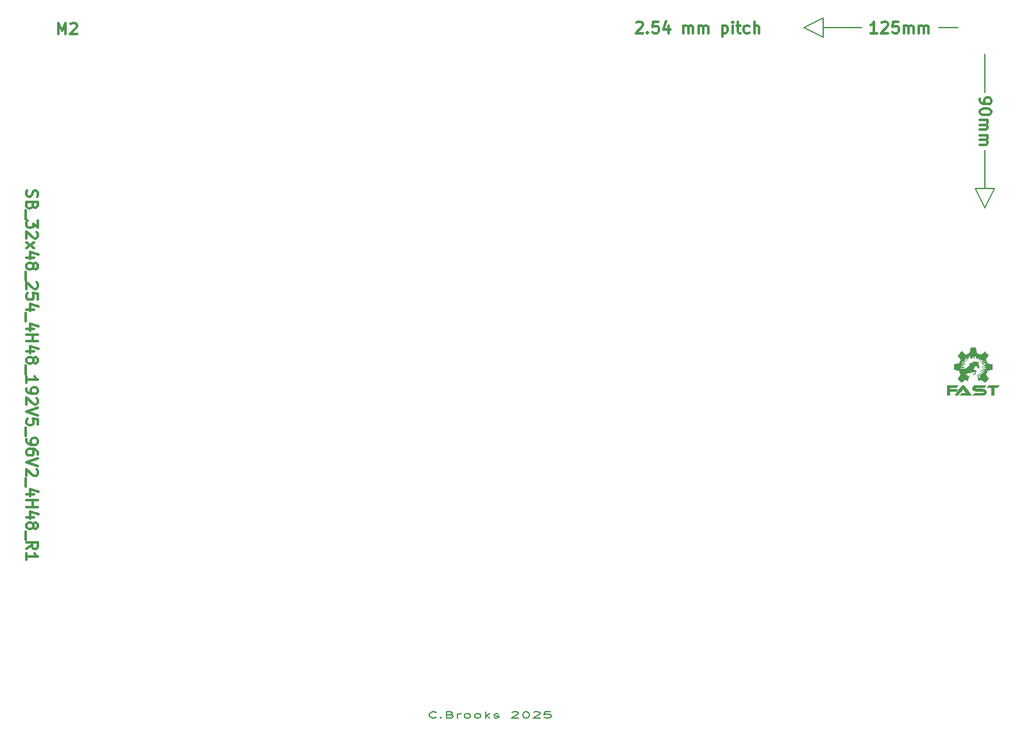
<source format=gbr>
%TF.GenerationSoftware,KiCad,Pcbnew,9.0.1*%
%TF.CreationDate,2025-05-06T23:53:55-04:00*%
%TF.ProjectId,KiCad_Stripboard,4b694361-645f-4537-9472-6970626f6172,rev?*%
%TF.SameCoordinates,Original*%
%TF.FileFunction,Legend,Top*%
%TF.FilePolarity,Positive*%
%FSLAX46Y46*%
G04 Gerber Fmt 4.6, Leading zero omitted, Abs format (unit mm)*
G04 Created by KiCad (PCBNEW 9.0.1) date 2025-05-06 23:53:55*
%MOMM*%
%LPD*%
G01*
G04 APERTURE LIST*
%ADD10C,0.200000*%
%ADD11C,0.156250*%
%ADD12C,0.300000*%
%ADD13C,0.000000*%
%ADD14C,2.600000*%
%ADD15C,1.924000*%
%ADD16C,0.750000*%
G04 APERTURE END LIST*
D10*
X201300000Y-73430000D02*
X200030000Y-70890000D01*
X201300000Y-65810000D02*
X201300000Y-70890000D01*
X201300000Y-70890000D02*
X202570000Y-70890000D01*
X202570000Y-70890000D02*
X201300000Y-73430000D01*
X200030000Y-70890000D02*
X201300000Y-70890000D01*
X177380000Y-49640000D02*
X179920000Y-50910000D01*
X179920000Y-48370000D02*
X177380000Y-49640000D01*
X179920000Y-50910000D02*
X179920000Y-49640000D01*
X197700000Y-49640000D02*
X195160000Y-49640000D01*
X179920000Y-49640000D02*
X179920000Y-48370000D01*
X185000000Y-49640000D02*
X179920000Y-49640000D01*
X201300000Y-53110000D02*
X201300000Y-58190000D01*
D11*
X128862857Y-140685779D02*
X128791429Y-140723875D01*
X128791429Y-140723875D02*
X128577143Y-140761970D01*
X128577143Y-140761970D02*
X128434286Y-140761970D01*
X128434286Y-140761970D02*
X128220000Y-140723875D01*
X128220000Y-140723875D02*
X128077143Y-140647684D01*
X128077143Y-140647684D02*
X128005714Y-140571494D01*
X128005714Y-140571494D02*
X127934286Y-140419113D01*
X127934286Y-140419113D02*
X127934286Y-140304827D01*
X127934286Y-140304827D02*
X128005714Y-140152446D01*
X128005714Y-140152446D02*
X128077143Y-140076255D01*
X128077143Y-140076255D02*
X128220000Y-140000065D01*
X128220000Y-140000065D02*
X128434286Y-139961970D01*
X128434286Y-139961970D02*
X128577143Y-139961970D01*
X128577143Y-139961970D02*
X128791429Y-140000065D01*
X128791429Y-140000065D02*
X128862857Y-140038160D01*
X129505714Y-140685779D02*
X129577143Y-140723875D01*
X129577143Y-140723875D02*
X129505714Y-140761970D01*
X129505714Y-140761970D02*
X129434286Y-140723875D01*
X129434286Y-140723875D02*
X129505714Y-140685779D01*
X129505714Y-140685779D02*
X129505714Y-140761970D01*
X130720000Y-140342922D02*
X130934286Y-140381017D01*
X130934286Y-140381017D02*
X131005715Y-140419113D01*
X131005715Y-140419113D02*
X131077143Y-140495303D01*
X131077143Y-140495303D02*
X131077143Y-140609589D01*
X131077143Y-140609589D02*
X131005715Y-140685779D01*
X131005715Y-140685779D02*
X130934286Y-140723875D01*
X130934286Y-140723875D02*
X130791429Y-140761970D01*
X130791429Y-140761970D02*
X130220000Y-140761970D01*
X130220000Y-140761970D02*
X130220000Y-139961970D01*
X130220000Y-139961970D02*
X130720000Y-139961970D01*
X130720000Y-139961970D02*
X130862858Y-140000065D01*
X130862858Y-140000065D02*
X130934286Y-140038160D01*
X130934286Y-140038160D02*
X131005715Y-140114351D01*
X131005715Y-140114351D02*
X131005715Y-140190541D01*
X131005715Y-140190541D02*
X130934286Y-140266732D01*
X130934286Y-140266732D02*
X130862858Y-140304827D01*
X130862858Y-140304827D02*
X130720000Y-140342922D01*
X130720000Y-140342922D02*
X130220000Y-140342922D01*
X131720000Y-140761970D02*
X131720000Y-140228636D01*
X131720000Y-140381017D02*
X131791429Y-140304827D01*
X131791429Y-140304827D02*
X131862858Y-140266732D01*
X131862858Y-140266732D02*
X132005715Y-140228636D01*
X132005715Y-140228636D02*
X132148572Y-140228636D01*
X132862857Y-140761970D02*
X132720000Y-140723875D01*
X132720000Y-140723875D02*
X132648571Y-140685779D01*
X132648571Y-140685779D02*
X132577143Y-140609589D01*
X132577143Y-140609589D02*
X132577143Y-140381017D01*
X132577143Y-140381017D02*
X132648571Y-140304827D01*
X132648571Y-140304827D02*
X132720000Y-140266732D01*
X132720000Y-140266732D02*
X132862857Y-140228636D01*
X132862857Y-140228636D02*
X133077143Y-140228636D01*
X133077143Y-140228636D02*
X133220000Y-140266732D01*
X133220000Y-140266732D02*
X133291429Y-140304827D01*
X133291429Y-140304827D02*
X133362857Y-140381017D01*
X133362857Y-140381017D02*
X133362857Y-140609589D01*
X133362857Y-140609589D02*
X133291429Y-140685779D01*
X133291429Y-140685779D02*
X133220000Y-140723875D01*
X133220000Y-140723875D02*
X133077143Y-140761970D01*
X133077143Y-140761970D02*
X132862857Y-140761970D01*
X134220000Y-140761970D02*
X134077143Y-140723875D01*
X134077143Y-140723875D02*
X134005714Y-140685779D01*
X134005714Y-140685779D02*
X133934286Y-140609589D01*
X133934286Y-140609589D02*
X133934286Y-140381017D01*
X133934286Y-140381017D02*
X134005714Y-140304827D01*
X134005714Y-140304827D02*
X134077143Y-140266732D01*
X134077143Y-140266732D02*
X134220000Y-140228636D01*
X134220000Y-140228636D02*
X134434286Y-140228636D01*
X134434286Y-140228636D02*
X134577143Y-140266732D01*
X134577143Y-140266732D02*
X134648572Y-140304827D01*
X134648572Y-140304827D02*
X134720000Y-140381017D01*
X134720000Y-140381017D02*
X134720000Y-140609589D01*
X134720000Y-140609589D02*
X134648572Y-140685779D01*
X134648572Y-140685779D02*
X134577143Y-140723875D01*
X134577143Y-140723875D02*
X134434286Y-140761970D01*
X134434286Y-140761970D02*
X134220000Y-140761970D01*
X135362857Y-140761970D02*
X135362857Y-139961970D01*
X135505715Y-140457208D02*
X135934286Y-140761970D01*
X135934286Y-140228636D02*
X135362857Y-140533398D01*
X136505715Y-140723875D02*
X136648572Y-140761970D01*
X136648572Y-140761970D02*
X136934286Y-140761970D01*
X136934286Y-140761970D02*
X137077143Y-140723875D01*
X137077143Y-140723875D02*
X137148572Y-140647684D01*
X137148572Y-140647684D02*
X137148572Y-140609589D01*
X137148572Y-140609589D02*
X137077143Y-140533398D01*
X137077143Y-140533398D02*
X136934286Y-140495303D01*
X136934286Y-140495303D02*
X136720001Y-140495303D01*
X136720001Y-140495303D02*
X136577143Y-140457208D01*
X136577143Y-140457208D02*
X136505715Y-140381017D01*
X136505715Y-140381017D02*
X136505715Y-140342922D01*
X136505715Y-140342922D02*
X136577143Y-140266732D01*
X136577143Y-140266732D02*
X136720001Y-140228636D01*
X136720001Y-140228636D02*
X136934286Y-140228636D01*
X136934286Y-140228636D02*
X137077143Y-140266732D01*
X138862858Y-140038160D02*
X138934286Y-140000065D01*
X138934286Y-140000065D02*
X139077144Y-139961970D01*
X139077144Y-139961970D02*
X139434286Y-139961970D01*
X139434286Y-139961970D02*
X139577144Y-140000065D01*
X139577144Y-140000065D02*
X139648572Y-140038160D01*
X139648572Y-140038160D02*
X139720001Y-140114351D01*
X139720001Y-140114351D02*
X139720001Y-140190541D01*
X139720001Y-140190541D02*
X139648572Y-140304827D01*
X139648572Y-140304827D02*
X138791429Y-140761970D01*
X138791429Y-140761970D02*
X139720001Y-140761970D01*
X140648572Y-139961970D02*
X140791429Y-139961970D01*
X140791429Y-139961970D02*
X140934286Y-140000065D01*
X140934286Y-140000065D02*
X141005715Y-140038160D01*
X141005715Y-140038160D02*
X141077143Y-140114351D01*
X141077143Y-140114351D02*
X141148572Y-140266732D01*
X141148572Y-140266732D02*
X141148572Y-140457208D01*
X141148572Y-140457208D02*
X141077143Y-140609589D01*
X141077143Y-140609589D02*
X141005715Y-140685779D01*
X141005715Y-140685779D02*
X140934286Y-140723875D01*
X140934286Y-140723875D02*
X140791429Y-140761970D01*
X140791429Y-140761970D02*
X140648572Y-140761970D01*
X140648572Y-140761970D02*
X140505715Y-140723875D01*
X140505715Y-140723875D02*
X140434286Y-140685779D01*
X140434286Y-140685779D02*
X140362857Y-140609589D01*
X140362857Y-140609589D02*
X140291429Y-140457208D01*
X140291429Y-140457208D02*
X140291429Y-140266732D01*
X140291429Y-140266732D02*
X140362857Y-140114351D01*
X140362857Y-140114351D02*
X140434286Y-140038160D01*
X140434286Y-140038160D02*
X140505715Y-140000065D01*
X140505715Y-140000065D02*
X140648572Y-139961970D01*
X141720000Y-140038160D02*
X141791428Y-140000065D01*
X141791428Y-140000065D02*
X141934286Y-139961970D01*
X141934286Y-139961970D02*
X142291428Y-139961970D01*
X142291428Y-139961970D02*
X142434286Y-140000065D01*
X142434286Y-140000065D02*
X142505714Y-140038160D01*
X142505714Y-140038160D02*
X142577143Y-140114351D01*
X142577143Y-140114351D02*
X142577143Y-140190541D01*
X142577143Y-140190541D02*
X142505714Y-140304827D01*
X142505714Y-140304827D02*
X141648571Y-140761970D01*
X141648571Y-140761970D02*
X142577143Y-140761970D01*
X143934285Y-139961970D02*
X143219999Y-139961970D01*
X143219999Y-139961970D02*
X143148571Y-140342922D01*
X143148571Y-140342922D02*
X143219999Y-140304827D01*
X143219999Y-140304827D02*
X143362857Y-140266732D01*
X143362857Y-140266732D02*
X143719999Y-140266732D01*
X143719999Y-140266732D02*
X143862857Y-140304827D01*
X143862857Y-140304827D02*
X143934285Y-140342922D01*
X143934285Y-140342922D02*
X144005714Y-140419113D01*
X144005714Y-140419113D02*
X144005714Y-140609589D01*
X144005714Y-140609589D02*
X143934285Y-140685779D01*
X143934285Y-140685779D02*
X143862857Y-140723875D01*
X143862857Y-140723875D02*
X143719999Y-140761970D01*
X143719999Y-140761970D02*
X143362857Y-140761970D01*
X143362857Y-140761970D02*
X143219999Y-140723875D01*
X143219999Y-140723875D02*
X143148571Y-140685779D01*
D12*
X155267143Y-48961185D02*
X155338571Y-48889757D01*
X155338571Y-48889757D02*
X155481429Y-48818328D01*
X155481429Y-48818328D02*
X155838571Y-48818328D01*
X155838571Y-48818328D02*
X155981429Y-48889757D01*
X155981429Y-48889757D02*
X156052857Y-48961185D01*
X156052857Y-48961185D02*
X156124286Y-49104042D01*
X156124286Y-49104042D02*
X156124286Y-49246900D01*
X156124286Y-49246900D02*
X156052857Y-49461185D01*
X156052857Y-49461185D02*
X155195714Y-50318328D01*
X155195714Y-50318328D02*
X156124286Y-50318328D01*
X156767142Y-50175471D02*
X156838571Y-50246900D01*
X156838571Y-50246900D02*
X156767142Y-50318328D01*
X156767142Y-50318328D02*
X156695714Y-50246900D01*
X156695714Y-50246900D02*
X156767142Y-50175471D01*
X156767142Y-50175471D02*
X156767142Y-50318328D01*
X158195714Y-48818328D02*
X157481428Y-48818328D01*
X157481428Y-48818328D02*
X157410000Y-49532614D01*
X157410000Y-49532614D02*
X157481428Y-49461185D01*
X157481428Y-49461185D02*
X157624286Y-49389757D01*
X157624286Y-49389757D02*
X157981428Y-49389757D01*
X157981428Y-49389757D02*
X158124286Y-49461185D01*
X158124286Y-49461185D02*
X158195714Y-49532614D01*
X158195714Y-49532614D02*
X158267143Y-49675471D01*
X158267143Y-49675471D02*
X158267143Y-50032614D01*
X158267143Y-50032614D02*
X158195714Y-50175471D01*
X158195714Y-50175471D02*
X158124286Y-50246900D01*
X158124286Y-50246900D02*
X157981428Y-50318328D01*
X157981428Y-50318328D02*
X157624286Y-50318328D01*
X157624286Y-50318328D02*
X157481428Y-50246900D01*
X157481428Y-50246900D02*
X157410000Y-50175471D01*
X159552857Y-49318328D02*
X159552857Y-50318328D01*
X159195714Y-48746900D02*
X158838571Y-49818328D01*
X158838571Y-49818328D02*
X159767142Y-49818328D01*
X161481427Y-50318328D02*
X161481427Y-49318328D01*
X161481427Y-49461185D02*
X161552856Y-49389757D01*
X161552856Y-49389757D02*
X161695713Y-49318328D01*
X161695713Y-49318328D02*
X161909999Y-49318328D01*
X161909999Y-49318328D02*
X162052856Y-49389757D01*
X162052856Y-49389757D02*
X162124285Y-49532614D01*
X162124285Y-49532614D02*
X162124285Y-50318328D01*
X162124285Y-49532614D02*
X162195713Y-49389757D01*
X162195713Y-49389757D02*
X162338570Y-49318328D01*
X162338570Y-49318328D02*
X162552856Y-49318328D01*
X162552856Y-49318328D02*
X162695713Y-49389757D01*
X162695713Y-49389757D02*
X162767142Y-49532614D01*
X162767142Y-49532614D02*
X162767142Y-50318328D01*
X163481427Y-50318328D02*
X163481427Y-49318328D01*
X163481427Y-49461185D02*
X163552856Y-49389757D01*
X163552856Y-49389757D02*
X163695713Y-49318328D01*
X163695713Y-49318328D02*
X163909999Y-49318328D01*
X163909999Y-49318328D02*
X164052856Y-49389757D01*
X164052856Y-49389757D02*
X164124285Y-49532614D01*
X164124285Y-49532614D02*
X164124285Y-50318328D01*
X164124285Y-49532614D02*
X164195713Y-49389757D01*
X164195713Y-49389757D02*
X164338570Y-49318328D01*
X164338570Y-49318328D02*
X164552856Y-49318328D01*
X164552856Y-49318328D02*
X164695713Y-49389757D01*
X164695713Y-49389757D02*
X164767142Y-49532614D01*
X164767142Y-49532614D02*
X164767142Y-50318328D01*
X166624284Y-49318328D02*
X166624284Y-50818328D01*
X166624284Y-49389757D02*
X166767142Y-49318328D01*
X166767142Y-49318328D02*
X167052856Y-49318328D01*
X167052856Y-49318328D02*
X167195713Y-49389757D01*
X167195713Y-49389757D02*
X167267142Y-49461185D01*
X167267142Y-49461185D02*
X167338570Y-49604042D01*
X167338570Y-49604042D02*
X167338570Y-50032614D01*
X167338570Y-50032614D02*
X167267142Y-50175471D01*
X167267142Y-50175471D02*
X167195713Y-50246900D01*
X167195713Y-50246900D02*
X167052856Y-50318328D01*
X167052856Y-50318328D02*
X166767142Y-50318328D01*
X166767142Y-50318328D02*
X166624284Y-50246900D01*
X167981427Y-50318328D02*
X167981427Y-49318328D01*
X167981427Y-48818328D02*
X167909999Y-48889757D01*
X167909999Y-48889757D02*
X167981427Y-48961185D01*
X167981427Y-48961185D02*
X168052856Y-48889757D01*
X168052856Y-48889757D02*
X167981427Y-48818328D01*
X167981427Y-48818328D02*
X167981427Y-48961185D01*
X168481428Y-49318328D02*
X169052856Y-49318328D01*
X168695713Y-48818328D02*
X168695713Y-50104042D01*
X168695713Y-50104042D02*
X168767142Y-50246900D01*
X168767142Y-50246900D02*
X168909999Y-50318328D01*
X168909999Y-50318328D02*
X169052856Y-50318328D01*
X170195714Y-50246900D02*
X170052856Y-50318328D01*
X170052856Y-50318328D02*
X169767142Y-50318328D01*
X169767142Y-50318328D02*
X169624285Y-50246900D01*
X169624285Y-50246900D02*
X169552856Y-50175471D01*
X169552856Y-50175471D02*
X169481428Y-50032614D01*
X169481428Y-50032614D02*
X169481428Y-49604042D01*
X169481428Y-49604042D02*
X169552856Y-49461185D01*
X169552856Y-49461185D02*
X169624285Y-49389757D01*
X169624285Y-49389757D02*
X169767142Y-49318328D01*
X169767142Y-49318328D02*
X170052856Y-49318328D01*
X170052856Y-49318328D02*
X170195714Y-49389757D01*
X170838570Y-50318328D02*
X170838570Y-48818328D01*
X171481428Y-50318328D02*
X171481428Y-49532614D01*
X171481428Y-49532614D02*
X171409999Y-49389757D01*
X171409999Y-49389757D02*
X171267142Y-49318328D01*
X171267142Y-49318328D02*
X171052856Y-49318328D01*
X171052856Y-49318328D02*
X170909999Y-49389757D01*
X170909999Y-49389757D02*
X170838570Y-49461185D01*
X187080001Y-50318328D02*
X186222858Y-50318328D01*
X186651429Y-50318328D02*
X186651429Y-48818328D01*
X186651429Y-48818328D02*
X186508572Y-49032614D01*
X186508572Y-49032614D02*
X186365715Y-49175471D01*
X186365715Y-49175471D02*
X186222858Y-49246900D01*
X187651429Y-48961185D02*
X187722857Y-48889757D01*
X187722857Y-48889757D02*
X187865715Y-48818328D01*
X187865715Y-48818328D02*
X188222857Y-48818328D01*
X188222857Y-48818328D02*
X188365715Y-48889757D01*
X188365715Y-48889757D02*
X188437143Y-48961185D01*
X188437143Y-48961185D02*
X188508572Y-49104042D01*
X188508572Y-49104042D02*
X188508572Y-49246900D01*
X188508572Y-49246900D02*
X188437143Y-49461185D01*
X188437143Y-49461185D02*
X187580000Y-50318328D01*
X187580000Y-50318328D02*
X188508572Y-50318328D01*
X189865714Y-48818328D02*
X189151428Y-48818328D01*
X189151428Y-48818328D02*
X189080000Y-49532614D01*
X189080000Y-49532614D02*
X189151428Y-49461185D01*
X189151428Y-49461185D02*
X189294286Y-49389757D01*
X189294286Y-49389757D02*
X189651428Y-49389757D01*
X189651428Y-49389757D02*
X189794286Y-49461185D01*
X189794286Y-49461185D02*
X189865714Y-49532614D01*
X189865714Y-49532614D02*
X189937143Y-49675471D01*
X189937143Y-49675471D02*
X189937143Y-50032614D01*
X189937143Y-50032614D02*
X189865714Y-50175471D01*
X189865714Y-50175471D02*
X189794286Y-50246900D01*
X189794286Y-50246900D02*
X189651428Y-50318328D01*
X189651428Y-50318328D02*
X189294286Y-50318328D01*
X189294286Y-50318328D02*
X189151428Y-50246900D01*
X189151428Y-50246900D02*
X189080000Y-50175471D01*
X190579999Y-50318328D02*
X190579999Y-49318328D01*
X190579999Y-49461185D02*
X190651428Y-49389757D01*
X190651428Y-49389757D02*
X190794285Y-49318328D01*
X190794285Y-49318328D02*
X191008571Y-49318328D01*
X191008571Y-49318328D02*
X191151428Y-49389757D01*
X191151428Y-49389757D02*
X191222857Y-49532614D01*
X191222857Y-49532614D02*
X191222857Y-50318328D01*
X191222857Y-49532614D02*
X191294285Y-49389757D01*
X191294285Y-49389757D02*
X191437142Y-49318328D01*
X191437142Y-49318328D02*
X191651428Y-49318328D01*
X191651428Y-49318328D02*
X191794285Y-49389757D01*
X191794285Y-49389757D02*
X191865714Y-49532614D01*
X191865714Y-49532614D02*
X191865714Y-50318328D01*
X192579999Y-50318328D02*
X192579999Y-49318328D01*
X192579999Y-49461185D02*
X192651428Y-49389757D01*
X192651428Y-49389757D02*
X192794285Y-49318328D01*
X192794285Y-49318328D02*
X193008571Y-49318328D01*
X193008571Y-49318328D02*
X193151428Y-49389757D01*
X193151428Y-49389757D02*
X193222857Y-49532614D01*
X193222857Y-49532614D02*
X193222857Y-50318328D01*
X193222857Y-49532614D02*
X193294285Y-49389757D01*
X193294285Y-49389757D02*
X193437142Y-49318328D01*
X193437142Y-49318328D02*
X193651428Y-49318328D01*
X193651428Y-49318328D02*
X193794285Y-49389757D01*
X193794285Y-49389757D02*
X193865714Y-49532614D01*
X193865714Y-49532614D02*
X193865714Y-50318328D01*
X74893100Y-71107148D02*
X74821671Y-71321434D01*
X74821671Y-71321434D02*
X74821671Y-71678576D01*
X74821671Y-71678576D02*
X74893100Y-71821434D01*
X74893100Y-71821434D02*
X74964528Y-71892862D01*
X74964528Y-71892862D02*
X75107385Y-71964291D01*
X75107385Y-71964291D02*
X75250242Y-71964291D01*
X75250242Y-71964291D02*
X75393100Y-71892862D01*
X75393100Y-71892862D02*
X75464528Y-71821434D01*
X75464528Y-71821434D02*
X75535957Y-71678576D01*
X75535957Y-71678576D02*
X75607385Y-71392862D01*
X75607385Y-71392862D02*
X75678814Y-71250005D01*
X75678814Y-71250005D02*
X75750242Y-71178576D01*
X75750242Y-71178576D02*
X75893100Y-71107148D01*
X75893100Y-71107148D02*
X76035957Y-71107148D01*
X76035957Y-71107148D02*
X76178814Y-71178576D01*
X76178814Y-71178576D02*
X76250242Y-71250005D01*
X76250242Y-71250005D02*
X76321671Y-71392862D01*
X76321671Y-71392862D02*
X76321671Y-71750005D01*
X76321671Y-71750005D02*
X76250242Y-71964291D01*
X75607385Y-73107147D02*
X75535957Y-73321433D01*
X75535957Y-73321433D02*
X75464528Y-73392862D01*
X75464528Y-73392862D02*
X75321671Y-73464290D01*
X75321671Y-73464290D02*
X75107385Y-73464290D01*
X75107385Y-73464290D02*
X74964528Y-73392862D01*
X74964528Y-73392862D02*
X74893100Y-73321433D01*
X74893100Y-73321433D02*
X74821671Y-73178576D01*
X74821671Y-73178576D02*
X74821671Y-72607147D01*
X74821671Y-72607147D02*
X76321671Y-72607147D01*
X76321671Y-72607147D02*
X76321671Y-73107147D01*
X76321671Y-73107147D02*
X76250242Y-73250005D01*
X76250242Y-73250005D02*
X76178814Y-73321433D01*
X76178814Y-73321433D02*
X76035957Y-73392862D01*
X76035957Y-73392862D02*
X75893100Y-73392862D01*
X75893100Y-73392862D02*
X75750242Y-73321433D01*
X75750242Y-73321433D02*
X75678814Y-73250005D01*
X75678814Y-73250005D02*
X75607385Y-73107147D01*
X75607385Y-73107147D02*
X75607385Y-72607147D01*
X74678814Y-73750005D02*
X74678814Y-74892862D01*
X76321671Y-75107147D02*
X76321671Y-76035719D01*
X76321671Y-76035719D02*
X75750242Y-75535719D01*
X75750242Y-75535719D02*
X75750242Y-75750004D01*
X75750242Y-75750004D02*
X75678814Y-75892862D01*
X75678814Y-75892862D02*
X75607385Y-75964290D01*
X75607385Y-75964290D02*
X75464528Y-76035719D01*
X75464528Y-76035719D02*
X75107385Y-76035719D01*
X75107385Y-76035719D02*
X74964528Y-75964290D01*
X74964528Y-75964290D02*
X74893100Y-75892862D01*
X74893100Y-75892862D02*
X74821671Y-75750004D01*
X74821671Y-75750004D02*
X74821671Y-75321433D01*
X74821671Y-75321433D02*
X74893100Y-75178576D01*
X74893100Y-75178576D02*
X74964528Y-75107147D01*
X76178814Y-76607147D02*
X76250242Y-76678575D01*
X76250242Y-76678575D02*
X76321671Y-76821433D01*
X76321671Y-76821433D02*
X76321671Y-77178575D01*
X76321671Y-77178575D02*
X76250242Y-77321433D01*
X76250242Y-77321433D02*
X76178814Y-77392861D01*
X76178814Y-77392861D02*
X76035957Y-77464290D01*
X76035957Y-77464290D02*
X75893100Y-77464290D01*
X75893100Y-77464290D02*
X75678814Y-77392861D01*
X75678814Y-77392861D02*
X74821671Y-76535718D01*
X74821671Y-76535718D02*
X74821671Y-77464290D01*
X74821671Y-77964289D02*
X75821671Y-78750004D01*
X75821671Y-77964289D02*
X74821671Y-78750004D01*
X75821671Y-79964290D02*
X74821671Y-79964290D01*
X76393100Y-79607147D02*
X75321671Y-79250004D01*
X75321671Y-79250004D02*
X75321671Y-80178575D01*
X75678814Y-80964289D02*
X75750242Y-80821432D01*
X75750242Y-80821432D02*
X75821671Y-80750003D01*
X75821671Y-80750003D02*
X75964528Y-80678575D01*
X75964528Y-80678575D02*
X76035957Y-80678575D01*
X76035957Y-80678575D02*
X76178814Y-80750003D01*
X76178814Y-80750003D02*
X76250242Y-80821432D01*
X76250242Y-80821432D02*
X76321671Y-80964289D01*
X76321671Y-80964289D02*
X76321671Y-81250003D01*
X76321671Y-81250003D02*
X76250242Y-81392861D01*
X76250242Y-81392861D02*
X76178814Y-81464289D01*
X76178814Y-81464289D02*
X76035957Y-81535718D01*
X76035957Y-81535718D02*
X75964528Y-81535718D01*
X75964528Y-81535718D02*
X75821671Y-81464289D01*
X75821671Y-81464289D02*
X75750242Y-81392861D01*
X75750242Y-81392861D02*
X75678814Y-81250003D01*
X75678814Y-81250003D02*
X75678814Y-80964289D01*
X75678814Y-80964289D02*
X75607385Y-80821432D01*
X75607385Y-80821432D02*
X75535957Y-80750003D01*
X75535957Y-80750003D02*
X75393100Y-80678575D01*
X75393100Y-80678575D02*
X75107385Y-80678575D01*
X75107385Y-80678575D02*
X74964528Y-80750003D01*
X74964528Y-80750003D02*
X74893100Y-80821432D01*
X74893100Y-80821432D02*
X74821671Y-80964289D01*
X74821671Y-80964289D02*
X74821671Y-81250003D01*
X74821671Y-81250003D02*
X74893100Y-81392861D01*
X74893100Y-81392861D02*
X74964528Y-81464289D01*
X74964528Y-81464289D02*
X75107385Y-81535718D01*
X75107385Y-81535718D02*
X75393100Y-81535718D01*
X75393100Y-81535718D02*
X75535957Y-81464289D01*
X75535957Y-81464289D02*
X75607385Y-81392861D01*
X75607385Y-81392861D02*
X75678814Y-81250003D01*
X74678814Y-81821432D02*
X74678814Y-82964289D01*
X76178814Y-83250003D02*
X76250242Y-83321431D01*
X76250242Y-83321431D02*
X76321671Y-83464289D01*
X76321671Y-83464289D02*
X76321671Y-83821431D01*
X76321671Y-83821431D02*
X76250242Y-83964289D01*
X76250242Y-83964289D02*
X76178814Y-84035717D01*
X76178814Y-84035717D02*
X76035957Y-84107146D01*
X76035957Y-84107146D02*
X75893100Y-84107146D01*
X75893100Y-84107146D02*
X75678814Y-84035717D01*
X75678814Y-84035717D02*
X74821671Y-83178574D01*
X74821671Y-83178574D02*
X74821671Y-84107146D01*
X76321671Y-85464288D02*
X76321671Y-84750002D01*
X76321671Y-84750002D02*
X75607385Y-84678574D01*
X75607385Y-84678574D02*
X75678814Y-84750002D01*
X75678814Y-84750002D02*
X75750242Y-84892860D01*
X75750242Y-84892860D02*
X75750242Y-85250002D01*
X75750242Y-85250002D02*
X75678814Y-85392860D01*
X75678814Y-85392860D02*
X75607385Y-85464288D01*
X75607385Y-85464288D02*
X75464528Y-85535717D01*
X75464528Y-85535717D02*
X75107385Y-85535717D01*
X75107385Y-85535717D02*
X74964528Y-85464288D01*
X74964528Y-85464288D02*
X74893100Y-85392860D01*
X74893100Y-85392860D02*
X74821671Y-85250002D01*
X74821671Y-85250002D02*
X74821671Y-84892860D01*
X74821671Y-84892860D02*
X74893100Y-84750002D01*
X74893100Y-84750002D02*
X74964528Y-84678574D01*
X75821671Y-86821431D02*
X74821671Y-86821431D01*
X76393100Y-86464288D02*
X75321671Y-86107145D01*
X75321671Y-86107145D02*
X75321671Y-87035716D01*
X74678814Y-87250002D02*
X74678814Y-88392859D01*
X75821671Y-89392859D02*
X74821671Y-89392859D01*
X76393100Y-89035716D02*
X75321671Y-88678573D01*
X75321671Y-88678573D02*
X75321671Y-89607144D01*
X74821671Y-90178572D02*
X76321671Y-90178572D01*
X75607385Y-90178572D02*
X75607385Y-91035715D01*
X74821671Y-91035715D02*
X76321671Y-91035715D01*
X75821671Y-92392859D02*
X74821671Y-92392859D01*
X76393100Y-92035716D02*
X75321671Y-91678573D01*
X75321671Y-91678573D02*
X75321671Y-92607144D01*
X75678814Y-93392858D02*
X75750242Y-93250001D01*
X75750242Y-93250001D02*
X75821671Y-93178572D01*
X75821671Y-93178572D02*
X75964528Y-93107144D01*
X75964528Y-93107144D02*
X76035957Y-93107144D01*
X76035957Y-93107144D02*
X76178814Y-93178572D01*
X76178814Y-93178572D02*
X76250242Y-93250001D01*
X76250242Y-93250001D02*
X76321671Y-93392858D01*
X76321671Y-93392858D02*
X76321671Y-93678572D01*
X76321671Y-93678572D02*
X76250242Y-93821430D01*
X76250242Y-93821430D02*
X76178814Y-93892858D01*
X76178814Y-93892858D02*
X76035957Y-93964287D01*
X76035957Y-93964287D02*
X75964528Y-93964287D01*
X75964528Y-93964287D02*
X75821671Y-93892858D01*
X75821671Y-93892858D02*
X75750242Y-93821430D01*
X75750242Y-93821430D02*
X75678814Y-93678572D01*
X75678814Y-93678572D02*
X75678814Y-93392858D01*
X75678814Y-93392858D02*
X75607385Y-93250001D01*
X75607385Y-93250001D02*
X75535957Y-93178572D01*
X75535957Y-93178572D02*
X75393100Y-93107144D01*
X75393100Y-93107144D02*
X75107385Y-93107144D01*
X75107385Y-93107144D02*
X74964528Y-93178572D01*
X74964528Y-93178572D02*
X74893100Y-93250001D01*
X74893100Y-93250001D02*
X74821671Y-93392858D01*
X74821671Y-93392858D02*
X74821671Y-93678572D01*
X74821671Y-93678572D02*
X74893100Y-93821430D01*
X74893100Y-93821430D02*
X74964528Y-93892858D01*
X74964528Y-93892858D02*
X75107385Y-93964287D01*
X75107385Y-93964287D02*
X75393100Y-93964287D01*
X75393100Y-93964287D02*
X75535957Y-93892858D01*
X75535957Y-93892858D02*
X75607385Y-93821430D01*
X75607385Y-93821430D02*
X75678814Y-93678572D01*
X74678814Y-94250001D02*
X74678814Y-95392858D01*
X74821671Y-96535715D02*
X74821671Y-95678572D01*
X74821671Y-96107143D02*
X76321671Y-96107143D01*
X76321671Y-96107143D02*
X76107385Y-95964286D01*
X76107385Y-95964286D02*
X75964528Y-95821429D01*
X75964528Y-95821429D02*
X75893100Y-95678572D01*
X74821671Y-97250000D02*
X74821671Y-97535714D01*
X74821671Y-97535714D02*
X74893100Y-97678571D01*
X74893100Y-97678571D02*
X74964528Y-97750000D01*
X74964528Y-97750000D02*
X75178814Y-97892857D01*
X75178814Y-97892857D02*
X75464528Y-97964286D01*
X75464528Y-97964286D02*
X76035957Y-97964286D01*
X76035957Y-97964286D02*
X76178814Y-97892857D01*
X76178814Y-97892857D02*
X76250242Y-97821429D01*
X76250242Y-97821429D02*
X76321671Y-97678571D01*
X76321671Y-97678571D02*
X76321671Y-97392857D01*
X76321671Y-97392857D02*
X76250242Y-97250000D01*
X76250242Y-97250000D02*
X76178814Y-97178571D01*
X76178814Y-97178571D02*
X76035957Y-97107143D01*
X76035957Y-97107143D02*
X75678814Y-97107143D01*
X75678814Y-97107143D02*
X75535957Y-97178571D01*
X75535957Y-97178571D02*
X75464528Y-97250000D01*
X75464528Y-97250000D02*
X75393100Y-97392857D01*
X75393100Y-97392857D02*
X75393100Y-97678571D01*
X75393100Y-97678571D02*
X75464528Y-97821429D01*
X75464528Y-97821429D02*
X75535957Y-97892857D01*
X75535957Y-97892857D02*
X75678814Y-97964286D01*
X76178814Y-98535714D02*
X76250242Y-98607142D01*
X76250242Y-98607142D02*
X76321671Y-98750000D01*
X76321671Y-98750000D02*
X76321671Y-99107142D01*
X76321671Y-99107142D02*
X76250242Y-99250000D01*
X76250242Y-99250000D02*
X76178814Y-99321428D01*
X76178814Y-99321428D02*
X76035957Y-99392857D01*
X76035957Y-99392857D02*
X75893100Y-99392857D01*
X75893100Y-99392857D02*
X75678814Y-99321428D01*
X75678814Y-99321428D02*
X74821671Y-98464285D01*
X74821671Y-98464285D02*
X74821671Y-99392857D01*
X76321671Y-99821428D02*
X74821671Y-100321428D01*
X74821671Y-100321428D02*
X76321671Y-100821428D01*
X76321671Y-102035713D02*
X76321671Y-101321427D01*
X76321671Y-101321427D02*
X75607385Y-101249999D01*
X75607385Y-101249999D02*
X75678814Y-101321427D01*
X75678814Y-101321427D02*
X75750242Y-101464285D01*
X75750242Y-101464285D02*
X75750242Y-101821427D01*
X75750242Y-101821427D02*
X75678814Y-101964285D01*
X75678814Y-101964285D02*
X75607385Y-102035713D01*
X75607385Y-102035713D02*
X75464528Y-102107142D01*
X75464528Y-102107142D02*
X75107385Y-102107142D01*
X75107385Y-102107142D02*
X74964528Y-102035713D01*
X74964528Y-102035713D02*
X74893100Y-101964285D01*
X74893100Y-101964285D02*
X74821671Y-101821427D01*
X74821671Y-101821427D02*
X74821671Y-101464285D01*
X74821671Y-101464285D02*
X74893100Y-101321427D01*
X74893100Y-101321427D02*
X74964528Y-101249999D01*
X74678814Y-102392856D02*
X74678814Y-103535713D01*
X74821671Y-103964284D02*
X74821671Y-104249998D01*
X74821671Y-104249998D02*
X74893100Y-104392855D01*
X74893100Y-104392855D02*
X74964528Y-104464284D01*
X74964528Y-104464284D02*
X75178814Y-104607141D01*
X75178814Y-104607141D02*
X75464528Y-104678570D01*
X75464528Y-104678570D02*
X76035957Y-104678570D01*
X76035957Y-104678570D02*
X76178814Y-104607141D01*
X76178814Y-104607141D02*
X76250242Y-104535713D01*
X76250242Y-104535713D02*
X76321671Y-104392855D01*
X76321671Y-104392855D02*
X76321671Y-104107141D01*
X76321671Y-104107141D02*
X76250242Y-103964284D01*
X76250242Y-103964284D02*
X76178814Y-103892855D01*
X76178814Y-103892855D02*
X76035957Y-103821427D01*
X76035957Y-103821427D02*
X75678814Y-103821427D01*
X75678814Y-103821427D02*
X75535957Y-103892855D01*
X75535957Y-103892855D02*
X75464528Y-103964284D01*
X75464528Y-103964284D02*
X75393100Y-104107141D01*
X75393100Y-104107141D02*
X75393100Y-104392855D01*
X75393100Y-104392855D02*
X75464528Y-104535713D01*
X75464528Y-104535713D02*
X75535957Y-104607141D01*
X75535957Y-104607141D02*
X75678814Y-104678570D01*
X76321671Y-105964284D02*
X76321671Y-105678569D01*
X76321671Y-105678569D02*
X76250242Y-105535712D01*
X76250242Y-105535712D02*
X76178814Y-105464284D01*
X76178814Y-105464284D02*
X75964528Y-105321426D01*
X75964528Y-105321426D02*
X75678814Y-105249998D01*
X75678814Y-105249998D02*
X75107385Y-105249998D01*
X75107385Y-105249998D02*
X74964528Y-105321426D01*
X74964528Y-105321426D02*
X74893100Y-105392855D01*
X74893100Y-105392855D02*
X74821671Y-105535712D01*
X74821671Y-105535712D02*
X74821671Y-105821426D01*
X74821671Y-105821426D02*
X74893100Y-105964284D01*
X74893100Y-105964284D02*
X74964528Y-106035712D01*
X74964528Y-106035712D02*
X75107385Y-106107141D01*
X75107385Y-106107141D02*
X75464528Y-106107141D01*
X75464528Y-106107141D02*
X75607385Y-106035712D01*
X75607385Y-106035712D02*
X75678814Y-105964284D01*
X75678814Y-105964284D02*
X75750242Y-105821426D01*
X75750242Y-105821426D02*
X75750242Y-105535712D01*
X75750242Y-105535712D02*
X75678814Y-105392855D01*
X75678814Y-105392855D02*
X75607385Y-105321426D01*
X75607385Y-105321426D02*
X75464528Y-105249998D01*
X76321671Y-106535712D02*
X74821671Y-107035712D01*
X74821671Y-107035712D02*
X76321671Y-107535712D01*
X76178814Y-107964283D02*
X76250242Y-108035711D01*
X76250242Y-108035711D02*
X76321671Y-108178569D01*
X76321671Y-108178569D02*
X76321671Y-108535711D01*
X76321671Y-108535711D02*
X76250242Y-108678569D01*
X76250242Y-108678569D02*
X76178814Y-108749997D01*
X76178814Y-108749997D02*
X76035957Y-108821426D01*
X76035957Y-108821426D02*
X75893100Y-108821426D01*
X75893100Y-108821426D02*
X75678814Y-108749997D01*
X75678814Y-108749997D02*
X74821671Y-107892854D01*
X74821671Y-107892854D02*
X74821671Y-108821426D01*
X74678814Y-109107140D02*
X74678814Y-110249997D01*
X75821671Y-111249997D02*
X74821671Y-111249997D01*
X76393100Y-110892854D02*
X75321671Y-110535711D01*
X75321671Y-110535711D02*
X75321671Y-111464282D01*
X74821671Y-112035710D02*
X76321671Y-112035710D01*
X75607385Y-112035710D02*
X75607385Y-112892853D01*
X74821671Y-112892853D02*
X76321671Y-112892853D01*
X75821671Y-114249997D02*
X74821671Y-114249997D01*
X76393100Y-113892854D02*
X75321671Y-113535711D01*
X75321671Y-113535711D02*
X75321671Y-114464282D01*
X75678814Y-115249996D02*
X75750242Y-115107139D01*
X75750242Y-115107139D02*
X75821671Y-115035710D01*
X75821671Y-115035710D02*
X75964528Y-114964282D01*
X75964528Y-114964282D02*
X76035957Y-114964282D01*
X76035957Y-114964282D02*
X76178814Y-115035710D01*
X76178814Y-115035710D02*
X76250242Y-115107139D01*
X76250242Y-115107139D02*
X76321671Y-115249996D01*
X76321671Y-115249996D02*
X76321671Y-115535710D01*
X76321671Y-115535710D02*
X76250242Y-115678568D01*
X76250242Y-115678568D02*
X76178814Y-115749996D01*
X76178814Y-115749996D02*
X76035957Y-115821425D01*
X76035957Y-115821425D02*
X75964528Y-115821425D01*
X75964528Y-115821425D02*
X75821671Y-115749996D01*
X75821671Y-115749996D02*
X75750242Y-115678568D01*
X75750242Y-115678568D02*
X75678814Y-115535710D01*
X75678814Y-115535710D02*
X75678814Y-115249996D01*
X75678814Y-115249996D02*
X75607385Y-115107139D01*
X75607385Y-115107139D02*
X75535957Y-115035710D01*
X75535957Y-115035710D02*
X75393100Y-114964282D01*
X75393100Y-114964282D02*
X75107385Y-114964282D01*
X75107385Y-114964282D02*
X74964528Y-115035710D01*
X74964528Y-115035710D02*
X74893100Y-115107139D01*
X74893100Y-115107139D02*
X74821671Y-115249996D01*
X74821671Y-115249996D02*
X74821671Y-115535710D01*
X74821671Y-115535710D02*
X74893100Y-115678568D01*
X74893100Y-115678568D02*
X74964528Y-115749996D01*
X74964528Y-115749996D02*
X75107385Y-115821425D01*
X75107385Y-115821425D02*
X75393100Y-115821425D01*
X75393100Y-115821425D02*
X75535957Y-115749996D01*
X75535957Y-115749996D02*
X75607385Y-115678568D01*
X75607385Y-115678568D02*
X75678814Y-115535710D01*
X74678814Y-116107139D02*
X74678814Y-117249996D01*
X74821671Y-118464281D02*
X75535957Y-117964281D01*
X74821671Y-117607138D02*
X76321671Y-117607138D01*
X76321671Y-117607138D02*
X76321671Y-118178567D01*
X76321671Y-118178567D02*
X76250242Y-118321424D01*
X76250242Y-118321424D02*
X76178814Y-118392853D01*
X76178814Y-118392853D02*
X76035957Y-118464281D01*
X76035957Y-118464281D02*
X75821671Y-118464281D01*
X75821671Y-118464281D02*
X75678814Y-118392853D01*
X75678814Y-118392853D02*
X75607385Y-118321424D01*
X75607385Y-118321424D02*
X75535957Y-118178567D01*
X75535957Y-118178567D02*
X75535957Y-117607138D01*
X74821671Y-119892853D02*
X74821671Y-119035710D01*
X74821671Y-119464281D02*
X76321671Y-119464281D01*
X76321671Y-119464281D02*
X76107385Y-119321424D01*
X76107385Y-119321424D02*
X75964528Y-119178567D01*
X75964528Y-119178567D02*
X75893100Y-119035710D01*
X200621671Y-59000000D02*
X200621671Y-59285714D01*
X200621671Y-59285714D02*
X200693100Y-59428571D01*
X200693100Y-59428571D02*
X200764528Y-59500000D01*
X200764528Y-59500000D02*
X200978814Y-59642857D01*
X200978814Y-59642857D02*
X201264528Y-59714286D01*
X201264528Y-59714286D02*
X201835957Y-59714286D01*
X201835957Y-59714286D02*
X201978814Y-59642857D01*
X201978814Y-59642857D02*
X202050242Y-59571429D01*
X202050242Y-59571429D02*
X202121671Y-59428571D01*
X202121671Y-59428571D02*
X202121671Y-59142857D01*
X202121671Y-59142857D02*
X202050242Y-59000000D01*
X202050242Y-59000000D02*
X201978814Y-58928571D01*
X201978814Y-58928571D02*
X201835957Y-58857143D01*
X201835957Y-58857143D02*
X201478814Y-58857143D01*
X201478814Y-58857143D02*
X201335957Y-58928571D01*
X201335957Y-58928571D02*
X201264528Y-59000000D01*
X201264528Y-59000000D02*
X201193100Y-59142857D01*
X201193100Y-59142857D02*
X201193100Y-59428571D01*
X201193100Y-59428571D02*
X201264528Y-59571429D01*
X201264528Y-59571429D02*
X201335957Y-59642857D01*
X201335957Y-59642857D02*
X201478814Y-59714286D01*
X202121671Y-60642857D02*
X202121671Y-60785714D01*
X202121671Y-60785714D02*
X202050242Y-60928571D01*
X202050242Y-60928571D02*
X201978814Y-61000000D01*
X201978814Y-61000000D02*
X201835957Y-61071428D01*
X201835957Y-61071428D02*
X201550242Y-61142857D01*
X201550242Y-61142857D02*
X201193100Y-61142857D01*
X201193100Y-61142857D02*
X200907385Y-61071428D01*
X200907385Y-61071428D02*
X200764528Y-61000000D01*
X200764528Y-61000000D02*
X200693100Y-60928571D01*
X200693100Y-60928571D02*
X200621671Y-60785714D01*
X200621671Y-60785714D02*
X200621671Y-60642857D01*
X200621671Y-60642857D02*
X200693100Y-60500000D01*
X200693100Y-60500000D02*
X200764528Y-60428571D01*
X200764528Y-60428571D02*
X200907385Y-60357142D01*
X200907385Y-60357142D02*
X201193100Y-60285714D01*
X201193100Y-60285714D02*
X201550242Y-60285714D01*
X201550242Y-60285714D02*
X201835957Y-60357142D01*
X201835957Y-60357142D02*
X201978814Y-60428571D01*
X201978814Y-60428571D02*
X202050242Y-60500000D01*
X202050242Y-60500000D02*
X202121671Y-60642857D01*
X200621671Y-61785713D02*
X201621671Y-61785713D01*
X201478814Y-61785713D02*
X201550242Y-61857142D01*
X201550242Y-61857142D02*
X201621671Y-61999999D01*
X201621671Y-61999999D02*
X201621671Y-62214285D01*
X201621671Y-62214285D02*
X201550242Y-62357142D01*
X201550242Y-62357142D02*
X201407385Y-62428571D01*
X201407385Y-62428571D02*
X200621671Y-62428571D01*
X201407385Y-62428571D02*
X201550242Y-62499999D01*
X201550242Y-62499999D02*
X201621671Y-62642856D01*
X201621671Y-62642856D02*
X201621671Y-62857142D01*
X201621671Y-62857142D02*
X201550242Y-62999999D01*
X201550242Y-62999999D02*
X201407385Y-63071428D01*
X201407385Y-63071428D02*
X200621671Y-63071428D01*
X200621671Y-63785713D02*
X201621671Y-63785713D01*
X201478814Y-63785713D02*
X201550242Y-63857142D01*
X201550242Y-63857142D02*
X201621671Y-63999999D01*
X201621671Y-63999999D02*
X201621671Y-64214285D01*
X201621671Y-64214285D02*
X201550242Y-64357142D01*
X201550242Y-64357142D02*
X201407385Y-64428571D01*
X201407385Y-64428571D02*
X200621671Y-64428571D01*
X201407385Y-64428571D02*
X201550242Y-64499999D01*
X201550242Y-64499999D02*
X201621671Y-64642856D01*
X201621671Y-64642856D02*
X201621671Y-64857142D01*
X201621671Y-64857142D02*
X201550242Y-64999999D01*
X201550242Y-64999999D02*
X201407385Y-65071428D01*
X201407385Y-65071428D02*
X200621671Y-65071428D01*
X78985714Y-50478328D02*
X78985714Y-48978328D01*
X78985714Y-48978328D02*
X79485714Y-50049757D01*
X79485714Y-50049757D02*
X79985714Y-48978328D01*
X79985714Y-48978328D02*
X79985714Y-50478328D01*
X80628572Y-49121185D02*
X80700000Y-49049757D01*
X80700000Y-49049757D02*
X80842858Y-48978328D01*
X80842858Y-48978328D02*
X81200000Y-48978328D01*
X81200000Y-48978328D02*
X81342858Y-49049757D01*
X81342858Y-49049757D02*
X81414286Y-49121185D01*
X81414286Y-49121185D02*
X81485715Y-49264042D01*
X81485715Y-49264042D02*
X81485715Y-49406900D01*
X81485715Y-49406900D02*
X81414286Y-49621185D01*
X81414286Y-49621185D02*
X80557143Y-50478328D01*
X80557143Y-50478328D02*
X81485715Y-50478328D01*
D13*
%TO.C,G\u002A\u002A\u002A*%
G36*
X197667729Y-97004287D02*
G01*
X197528735Y-97185262D01*
X197121982Y-97187026D01*
X196715582Y-97188790D01*
X196714524Y-97261815D01*
X196713818Y-97335192D01*
X197225699Y-97335192D01*
X197456967Y-97335402D01*
X197615871Y-97336075D01*
X197669717Y-97336605D01*
X197707307Y-97337276D01*
X197729253Y-97338096D01*
X197734552Y-97338564D01*
X197736168Y-97339073D01*
X197694452Y-97394283D01*
X197596116Y-97522517D01*
X197456768Y-97702081D01*
X197085293Y-97702081D01*
X196713818Y-97702081D01*
X196713818Y-97966665D01*
X196713818Y-98231248D01*
X196495096Y-98231248D01*
X196276374Y-98231248D01*
X196276374Y-97527456D01*
X196276374Y-96823665D01*
X197041549Y-96823665D01*
X197807076Y-96823665D01*
X197667729Y-97004287D01*
G37*
G36*
X202873037Y-96823841D02*
G01*
X202999072Y-96824111D01*
X203092261Y-96824547D01*
X203156958Y-96825181D01*
X203197516Y-96826046D01*
X203210103Y-96826576D01*
X203218287Y-96827176D01*
X203222614Y-96827851D01*
X203223501Y-96828217D01*
X203223627Y-96828604D01*
X203181382Y-96883813D01*
X203083574Y-97009932D01*
X202946343Y-97187026D01*
X202734324Y-97187731D01*
X202522305Y-97188790D01*
X202521246Y-97709843D01*
X202520541Y-98231248D01*
X202301818Y-98231248D01*
X202083096Y-98231248D01*
X202083096Y-97709137D01*
X202083096Y-97187026D01*
X201793818Y-97186320D01*
X201504540Y-97185262D01*
X201626601Y-97026512D01*
X201717839Y-96907846D01*
X201765948Y-96845537D01*
X201783235Y-96823665D01*
X202505018Y-96823665D01*
X202873037Y-96823841D01*
G37*
G36*
X198424559Y-96818311D02*
G01*
X198437452Y-96819007D01*
X198450364Y-96820354D01*
X198463295Y-96822351D01*
X198476246Y-96824998D01*
X198489217Y-96828295D01*
X198502208Y-96832241D01*
X198515221Y-96836835D01*
X198528255Y-96842078D01*
X198541312Y-96847968D01*
X198554391Y-96854505D01*
X198567494Y-96861688D01*
X198580620Y-96869518D01*
X198593771Y-96877993D01*
X198615962Y-96893138D01*
X198637350Y-96911314D01*
X198664775Y-96941635D01*
X198705073Y-96993219D01*
X198765082Y-97075179D01*
X198851641Y-97196634D01*
X199131757Y-97594484D01*
X199578374Y-98229484D01*
X199163507Y-98230543D01*
X198336596Y-98230543D01*
X197924552Y-98229484D01*
X198054374Y-98049567D01*
X198184549Y-97869651D01*
X198479471Y-97867887D01*
X198774746Y-97866123D01*
X198593771Y-97614945D01*
X198523127Y-97517419D01*
X198464919Y-97437719D01*
X198425099Y-97384014D01*
X198413945Y-97369462D01*
X198410883Y-97365709D01*
X198409621Y-97364473D01*
X198315297Y-97491870D01*
X198092121Y-97797332D01*
X197777090Y-98229484D01*
X197505099Y-98230543D01*
X197232754Y-98231248D01*
X197361871Y-98052390D01*
X197821188Y-97414567D01*
X197971245Y-97206644D01*
X198078407Y-97059541D01*
X198116842Y-97007505D01*
X198145683Y-96969125D01*
X198165304Y-96943883D01*
X198171775Y-96936027D01*
X198176082Y-96931262D01*
X198187168Y-96920573D01*
X198198818Y-96910223D01*
X198210971Y-96900248D01*
X198223564Y-96890681D01*
X198236532Y-96881557D01*
X198249814Y-96872909D01*
X198263346Y-96864771D01*
X198277065Y-96857179D01*
X198290908Y-96850165D01*
X198304812Y-96843763D01*
X198318713Y-96838009D01*
X198332550Y-96832936D01*
X198346259Y-96828578D01*
X198359776Y-96824970D01*
X198373039Y-96822145D01*
X198385985Y-96820137D01*
X198398826Y-96818876D01*
X198411683Y-96818268D01*
X198424559Y-96818311D01*
G37*
G36*
X201462207Y-96825781D02*
G01*
X201451326Y-96840609D01*
X201421726Y-96879580D01*
X201324624Y-97006404D01*
X201186688Y-97185262D01*
X200670927Y-97187026D01*
X200155165Y-97188790D01*
X200138585Y-97196550D01*
X200134690Y-97198465D01*
X200131073Y-97200509D01*
X200127729Y-97202686D01*
X200124656Y-97205001D01*
X200121849Y-97207458D01*
X200119306Y-97210063D01*
X200117021Y-97212820D01*
X200114993Y-97215733D01*
X200113217Y-97218808D01*
X200111689Y-97222048D01*
X200110406Y-97225459D01*
X200109365Y-97229045D01*
X200108561Y-97232811D01*
X200107992Y-97236762D01*
X200107653Y-97240901D01*
X200107541Y-97245235D01*
X200107644Y-97249315D01*
X200107773Y-97251291D01*
X200107955Y-97253225D01*
X200108188Y-97255117D01*
X200108473Y-97256966D01*
X200108810Y-97258775D01*
X200109200Y-97260542D01*
X200109641Y-97262268D01*
X200110135Y-97263954D01*
X200110681Y-97265599D01*
X200111280Y-97267205D01*
X200111931Y-97268771D01*
X200112634Y-97270298D01*
X200113390Y-97271787D01*
X200114199Y-97273236D01*
X200115061Y-97274647D01*
X200115975Y-97276021D01*
X200116942Y-97277357D01*
X200117962Y-97278655D01*
X200119035Y-97279917D01*
X200120161Y-97281142D01*
X200121340Y-97282330D01*
X200122572Y-97283483D01*
X200123857Y-97284600D01*
X200125196Y-97285682D01*
X200126588Y-97286728D01*
X200128034Y-97287740D01*
X200129533Y-97288718D01*
X200131085Y-97289662D01*
X200132692Y-97290571D01*
X200134351Y-97291448D01*
X200140230Y-97293563D01*
X200150822Y-97295207D01*
X200170641Y-97296471D01*
X200204202Y-97297445D01*
X200330606Y-97298889D01*
X200566152Y-97300267D01*
X200716237Y-97300993D01*
X200829550Y-97301772D01*
X200874464Y-97302271D01*
X200912642Y-97302891D01*
X200944903Y-97303666D01*
X200972067Y-97304633D01*
X200994951Y-97305828D01*
X201014376Y-97307285D01*
X201031160Y-97309041D01*
X201046122Y-97311132D01*
X201060082Y-97313592D01*
X201073859Y-97316459D01*
X201104138Y-97323551D01*
X201124417Y-97328655D01*
X201144365Y-97334306D01*
X201163967Y-97340495D01*
X201183204Y-97347214D01*
X201202061Y-97354457D01*
X201220521Y-97362215D01*
X201238568Y-97370481D01*
X201256185Y-97379246D01*
X201273355Y-97388503D01*
X201290063Y-97398244D01*
X201306290Y-97408462D01*
X201322022Y-97419148D01*
X201337241Y-97430296D01*
X201351931Y-97441896D01*
X201366075Y-97453942D01*
X201379657Y-97466426D01*
X201393959Y-97480473D01*
X201400560Y-97487263D01*
X201406826Y-97493937D01*
X201412780Y-97500527D01*
X201418445Y-97507062D01*
X201423845Y-97513574D01*
X201429002Y-97520092D01*
X201433940Y-97526648D01*
X201438682Y-97533271D01*
X201443251Y-97539992D01*
X201447672Y-97546843D01*
X201451966Y-97553852D01*
X201456157Y-97561051D01*
X201460268Y-97568470D01*
X201464324Y-97576140D01*
X201470234Y-97587907D01*
X201475669Y-97599433D01*
X201480644Y-97610775D01*
X201485171Y-97621990D01*
X201489264Y-97633135D01*
X201492936Y-97644266D01*
X201496201Y-97655441D01*
X201499073Y-97666715D01*
X201501563Y-97678147D01*
X201503688Y-97689793D01*
X201505458Y-97701710D01*
X201506889Y-97713955D01*
X201507993Y-97726583D01*
X201508783Y-97739653D01*
X201509274Y-97753222D01*
X201509479Y-97767345D01*
X201509411Y-97781456D01*
X201509067Y-97794985D01*
X201508436Y-97807986D01*
X201507506Y-97820516D01*
X201506266Y-97832627D01*
X201504704Y-97844376D01*
X201502810Y-97855817D01*
X201500572Y-97867005D01*
X201497978Y-97877994D01*
X201495017Y-97888840D01*
X201491678Y-97899597D01*
X201487949Y-97910320D01*
X201483819Y-97921063D01*
X201479277Y-97931882D01*
X201474311Y-97942831D01*
X201468910Y-97953965D01*
X201465170Y-97961269D01*
X201461351Y-97968378D01*
X201457437Y-97975311D01*
X201453415Y-97982088D01*
X201449272Y-97988729D01*
X201444992Y-97995252D01*
X201440563Y-98001679D01*
X201435969Y-98008028D01*
X201431198Y-98014319D01*
X201426236Y-98020572D01*
X201421067Y-98026807D01*
X201415679Y-98033042D01*
X201410057Y-98039298D01*
X201404188Y-98045595D01*
X201398058Y-98051951D01*
X201391652Y-98058387D01*
X201375423Y-98073767D01*
X201358611Y-98088426D01*
X201341203Y-98102369D01*
X201323185Y-98115603D01*
X201304545Y-98128135D01*
X201285271Y-98139970D01*
X201265348Y-98151114D01*
X201244764Y-98161575D01*
X201223506Y-98171357D01*
X201201562Y-98180468D01*
X201178917Y-98188913D01*
X201155561Y-98196698D01*
X201131478Y-98203830D01*
X201106657Y-98210316D01*
X201081085Y-98216160D01*
X201054749Y-98221370D01*
X201012415Y-98229484D01*
X200312857Y-98230543D01*
X199613299Y-98231248D01*
X199634466Y-98204085D01*
X199774871Y-98022404D01*
X199894110Y-97868240D01*
X200428568Y-97867182D01*
X200718160Y-97866377D01*
X200813258Y-97865879D01*
X200881579Y-97865241D01*
X200907188Y-97864851D01*
X200927890Y-97864405D01*
X200944281Y-97863894D01*
X200956958Y-97863312D01*
X200966515Y-97862651D01*
X200973549Y-97861905D01*
X200978655Y-97861066D01*
X200982429Y-97860126D01*
X200995569Y-97856021D01*
X201007755Y-97851895D01*
X201019019Y-97847725D01*
X201029393Y-97843490D01*
X201038907Y-97839168D01*
X201043351Y-97836968D01*
X201047591Y-97834738D01*
X201051633Y-97832476D01*
X201055478Y-97830178D01*
X201059132Y-97827842D01*
X201062598Y-97825465D01*
X201065880Y-97823045D01*
X201068982Y-97820579D01*
X201071908Y-97818064D01*
X201074662Y-97815498D01*
X201077246Y-97812877D01*
X201079667Y-97810200D01*
X201081927Y-97807462D01*
X201084029Y-97804663D01*
X201085979Y-97801798D01*
X201087780Y-97798865D01*
X201089436Y-97795862D01*
X201090950Y-97792785D01*
X201092327Y-97789633D01*
X201093570Y-97786402D01*
X201094683Y-97783089D01*
X201095671Y-97779693D01*
X201096618Y-97775540D01*
X201097279Y-97771419D01*
X201097655Y-97767333D01*
X201097749Y-97763283D01*
X201097565Y-97759272D01*
X201097104Y-97755303D01*
X201096369Y-97751379D01*
X201095362Y-97747502D01*
X201094088Y-97743674D01*
X201092546Y-97739898D01*
X201090742Y-97736177D01*
X201088676Y-97732514D01*
X201086352Y-97728911D01*
X201083772Y-97725370D01*
X201080939Y-97721894D01*
X201077856Y-97718486D01*
X201074524Y-97715148D01*
X201070947Y-97711883D01*
X201063067Y-97705582D01*
X201054236Y-97699603D01*
X201044474Y-97693968D01*
X201033803Y-97688696D01*
X201022244Y-97683809D01*
X201009816Y-97679327D01*
X200996540Y-97675271D01*
X200987317Y-97673271D01*
X200972959Y-97671710D01*
X200911874Y-97669538D01*
X200541457Y-97666451D01*
X200349507Y-97665260D01*
X200209185Y-97663805D01*
X200119728Y-97662085D01*
X200093837Y-97661126D01*
X200080377Y-97660101D01*
X200052312Y-97655858D01*
X200025124Y-97650933D01*
X199998799Y-97645319D01*
X199973320Y-97639011D01*
X199948672Y-97632005D01*
X199924839Y-97624295D01*
X199901806Y-97615876D01*
X199879558Y-97606743D01*
X199858079Y-97596891D01*
X199837353Y-97586314D01*
X199817365Y-97575007D01*
X199798099Y-97562966D01*
X199779541Y-97550184D01*
X199761674Y-97536658D01*
X199744482Y-97522381D01*
X199727952Y-97507348D01*
X199712631Y-97491912D01*
X199698420Y-97476032D01*
X199685322Y-97459710D01*
X199673337Y-97442950D01*
X199662469Y-97425753D01*
X199652719Y-97408123D01*
X199644089Y-97390062D01*
X199636582Y-97371573D01*
X199630199Y-97352658D01*
X199624943Y-97333319D01*
X199620816Y-97313560D01*
X199617819Y-97293383D01*
X199615955Y-97272790D01*
X199615225Y-97251785D01*
X199615633Y-97230369D01*
X199617179Y-97208545D01*
X199619093Y-97191531D01*
X199621538Y-97175120D01*
X199624536Y-97159271D01*
X199628105Y-97143943D01*
X199632265Y-97129094D01*
X199637036Y-97114684D01*
X199642437Y-97100671D01*
X199648488Y-97087013D01*
X199655210Y-97073670D01*
X199662620Y-97060599D01*
X199670740Y-97047760D01*
X199679588Y-97035111D01*
X199689184Y-97022611D01*
X199699549Y-97010218D01*
X199710701Y-96997891D01*
X199722660Y-96985590D01*
X199738380Y-96970716D01*
X199755072Y-96956407D01*
X199772675Y-96942692D01*
X199791126Y-96929597D01*
X199810366Y-96917152D01*
X199830331Y-96905384D01*
X199850961Y-96894320D01*
X199872194Y-96883990D01*
X199893968Y-96874420D01*
X199916223Y-96865638D01*
X199938896Y-96857674D01*
X199961926Y-96850553D01*
X199985252Y-96844305D01*
X200008812Y-96838957D01*
X200032544Y-96834537D01*
X200056388Y-96831073D01*
X200069473Y-96829453D01*
X200081435Y-96827898D01*
X200096957Y-96825781D01*
X200785138Y-96824194D01*
X201462207Y-96825781D01*
G37*
G36*
X199839341Y-91869474D02*
G01*
X200016844Y-91871850D01*
X200072667Y-91873461D01*
X200094135Y-91875251D01*
X200099983Y-91889588D01*
X200107778Y-91917716D01*
X200117582Y-91959934D01*
X200129457Y-92016538D01*
X200159669Y-92174098D01*
X200198910Y-92392776D01*
X200207595Y-92441505D01*
X200211287Y-92461734D01*
X200214614Y-92479465D01*
X200217629Y-92494897D01*
X200220385Y-92508223D01*
X200222932Y-92519640D01*
X200224145Y-92524694D01*
X200225324Y-92529345D01*
X200226478Y-92533616D01*
X200227613Y-92537532D01*
X200228735Y-92541118D01*
X200229851Y-92544398D01*
X200230966Y-92547396D01*
X200232089Y-92550138D01*
X200233225Y-92552647D01*
X200234381Y-92554949D01*
X200235563Y-92557067D01*
X200236778Y-92559026D01*
X200238032Y-92560850D01*
X200239333Y-92562565D01*
X200240686Y-92564194D01*
X200242097Y-92565761D01*
X200245124Y-92568812D01*
X200249944Y-92573275D01*
X200255966Y-92577593D01*
X200265619Y-92582845D01*
X200281328Y-92590111D01*
X200340622Y-92614998D01*
X200453263Y-92660887D01*
X200555701Y-92702559D01*
X200595691Y-92719079D01*
X200620832Y-92729679D01*
X200633842Y-92735196D01*
X200645800Y-92740117D01*
X200656780Y-92744458D01*
X200666853Y-92748232D01*
X200676094Y-92751458D01*
X200684574Y-92754148D01*
X200692367Y-92756320D01*
X200699546Y-92757989D01*
X200706183Y-92759170D01*
X200709321Y-92759582D01*
X200712351Y-92759878D01*
X200715282Y-92760060D01*
X200718124Y-92760130D01*
X200720884Y-92760089D01*
X200723573Y-92759940D01*
X200726200Y-92759685D01*
X200728773Y-92759325D01*
X200731301Y-92758862D01*
X200733795Y-92758299D01*
X200738713Y-92756878D01*
X200743599Y-92755079D01*
X200767830Y-92739507D01*
X200825267Y-92700883D01*
X201005360Y-92577632D01*
X201084282Y-92523453D01*
X201149112Y-92479168D01*
X201201100Y-92443953D01*
X201241501Y-92416985D01*
X201271566Y-92397443D01*
X201283114Y-92390199D01*
X201292549Y-92384502D01*
X201300025Y-92380251D01*
X201305701Y-92377341D01*
X201309733Y-92375671D01*
X201311181Y-92375268D01*
X201312277Y-92375137D01*
X201315441Y-92377199D01*
X201322480Y-92383183D01*
X201346943Y-92405707D01*
X201428737Y-92484498D01*
X201537850Y-92592128D01*
X201654471Y-92709217D01*
X201700415Y-92755902D01*
X201719139Y-92774988D01*
X201735285Y-92791519D01*
X201749043Y-92805709D01*
X201760604Y-92817769D01*
X201765621Y-92823067D01*
X201770159Y-92827912D01*
X201774244Y-92832331D01*
X201777899Y-92836350D01*
X201781148Y-92839996D01*
X201784014Y-92843295D01*
X201786522Y-92846275D01*
X201788695Y-92848961D01*
X201790558Y-92851380D01*
X201792133Y-92853559D01*
X201793445Y-92855524D01*
X201794518Y-92857301D01*
X201795376Y-92858918D01*
X201796042Y-92860401D01*
X201796539Y-92861776D01*
X201796893Y-92863071D01*
X201797127Y-92864310D01*
X201797265Y-92865522D01*
X201797330Y-92866732D01*
X201797346Y-92867967D01*
X201797243Y-92869412D01*
X201797070Y-92870959D01*
X201796829Y-92872595D01*
X201796525Y-92874306D01*
X201796161Y-92876080D01*
X201795740Y-92877902D01*
X201795267Y-92879759D01*
X201794744Y-92881637D01*
X201794177Y-92883525D01*
X201793567Y-92885406D01*
X201792919Y-92887270D01*
X201792236Y-92889101D01*
X201791523Y-92890887D01*
X201790782Y-92892614D01*
X201790017Y-92894268D01*
X201789232Y-92895837D01*
X201773175Y-92920355D01*
X201735125Y-92976623D01*
X201615665Y-93150542D01*
X201439277Y-93407365D01*
X201437820Y-93409758D01*
X201436490Y-93412059D01*
X201435280Y-93414291D01*
X201434183Y-93416476D01*
X201433194Y-93418639D01*
X201432306Y-93420803D01*
X201431514Y-93422990D01*
X201430810Y-93425224D01*
X201430189Y-93427529D01*
X201429644Y-93429927D01*
X201429170Y-93432441D01*
X201428760Y-93435096D01*
X201428407Y-93437915D01*
X201428107Y-93440919D01*
X201427851Y-93444134D01*
X201427635Y-93447581D01*
X201427201Y-93457753D01*
X201427225Y-93462357D01*
X201427470Y-93466841D01*
X201427984Y-93471354D01*
X201428814Y-93476045D01*
X201430005Y-93481065D01*
X201431604Y-93486563D01*
X201433658Y-93492690D01*
X201436214Y-93499596D01*
X201443014Y-93516340D01*
X201452378Y-93537996D01*
X201464677Y-93565762D01*
X201479444Y-93599078D01*
X201497353Y-93640463D01*
X201516122Y-93684626D01*
X201533469Y-93726276D01*
X201556418Y-93781095D01*
X201575576Y-93826095D01*
X201583882Y-93845225D01*
X201591418Y-93862274D01*
X201598245Y-93877366D01*
X201604421Y-93890626D01*
X201610005Y-93902179D01*
X201615058Y-93912149D01*
X201619639Y-93920661D01*
X201623807Y-93927839D01*
X201627621Y-93933807D01*
X201631142Y-93938691D01*
X201634427Y-93942615D01*
X201637538Y-93945703D01*
X201643554Y-93948434D01*
X201659212Y-93952599D01*
X201733670Y-93968061D01*
X202154710Y-94047304D01*
X202178303Y-94051683D01*
X202200841Y-94056013D01*
X202221800Y-94060177D01*
X202240655Y-94064060D01*
X202256881Y-94067547D01*
X202269952Y-94070521D01*
X202279344Y-94072866D01*
X202282496Y-94073767D01*
X202284532Y-94074467D01*
X202286002Y-94075041D01*
X202287495Y-94075697D01*
X202289002Y-94076427D01*
X202290513Y-94077224D01*
X202292017Y-94078078D01*
X202293505Y-94078982D01*
X202294968Y-94079927D01*
X202296394Y-94080906D01*
X202297776Y-94081909D01*
X202299101Y-94082929D01*
X202300362Y-94083957D01*
X202301548Y-94084985D01*
X202302649Y-94086004D01*
X202303656Y-94087008D01*
X202304558Y-94087986D01*
X202305346Y-94088931D01*
X202307675Y-94092652D01*
X202309425Y-94099978D01*
X202310679Y-94114679D01*
X202311520Y-94140525D01*
X202312291Y-94240736D01*
X202312402Y-94430773D01*
X202312402Y-94764148D01*
X202301818Y-94774026D01*
X202300555Y-94775150D01*
X202299150Y-94776270D01*
X202297614Y-94777383D01*
X202295953Y-94778485D01*
X202294177Y-94779573D01*
X202292293Y-94780643D01*
X202290310Y-94781690D01*
X202288236Y-94782713D01*
X202286080Y-94783707D01*
X202283849Y-94784668D01*
X202281551Y-94785593D01*
X202279196Y-94786478D01*
X202276792Y-94787319D01*
X202274346Y-94788114D01*
X202271867Y-94788858D01*
X202269363Y-94789548D01*
X202244531Y-94794680D01*
X202193472Y-94804409D01*
X202042174Y-94832234D01*
X201945219Y-94849747D01*
X201865283Y-94864387D01*
X201800868Y-94876455D01*
X201750471Y-94886253D01*
X201712592Y-94894084D01*
X201697878Y-94897356D01*
X201685731Y-94900249D01*
X201675963Y-94902801D01*
X201668386Y-94905049D01*
X201662814Y-94907032D01*
X201659058Y-94908787D01*
X201655339Y-94911171D01*
X201651651Y-94914248D01*
X201647884Y-94918258D01*
X201643926Y-94923438D01*
X201639670Y-94930029D01*
X201635003Y-94938267D01*
X201624000Y-94960645D01*
X201610037Y-94992482D01*
X201592233Y-95035688D01*
X201541582Y-95163845D01*
X201501762Y-95264652D01*
X201484383Y-95307812D01*
X201471732Y-95338470D01*
X201465684Y-95352984D01*
X201460358Y-95366045D01*
X201455732Y-95377770D01*
X201451784Y-95388278D01*
X201448490Y-95397686D01*
X201445830Y-95406113D01*
X201444730Y-95409995D01*
X201443780Y-95413675D01*
X201442978Y-95417169D01*
X201442319Y-95420491D01*
X201441803Y-95423656D01*
X201441425Y-95426679D01*
X201441183Y-95429574D01*
X201441074Y-95432356D01*
X201441096Y-95435040D01*
X201441246Y-95437640D01*
X201441520Y-95440172D01*
X201441917Y-95442650D01*
X201442433Y-95445088D01*
X201443066Y-95447502D01*
X201443812Y-95449907D01*
X201444670Y-95452316D01*
X201446707Y-95457207D01*
X201449155Y-95462295D01*
X201452943Y-95468626D01*
X201460813Y-95480794D01*
X201486857Y-95519798D01*
X201523420Y-95573619D01*
X201566630Y-95636568D01*
X201661835Y-95774680D01*
X201736669Y-95884217D01*
X201748595Y-95901639D01*
X201759022Y-95916979D01*
X201768022Y-95930413D01*
X201775667Y-95942117D01*
X201779003Y-95947375D01*
X201782028Y-95952267D01*
X201784749Y-95956813D01*
X201787177Y-95961037D01*
X201789320Y-95964961D01*
X201791186Y-95968605D01*
X201792786Y-95971993D01*
X201794127Y-95975146D01*
X201795220Y-95978086D01*
X201796072Y-95980835D01*
X201796693Y-95983415D01*
X201797092Y-95985848D01*
X201797278Y-95988156D01*
X201797259Y-95990360D01*
X201797046Y-95992484D01*
X201796646Y-95994549D01*
X201796069Y-95996576D01*
X201795324Y-95998588D01*
X201794419Y-96000607D01*
X201793364Y-96002654D01*
X201792168Y-96004753D01*
X201790839Y-96006923D01*
X201787821Y-96011571D01*
X201765794Y-96035439D01*
X201714796Y-96087958D01*
X201563984Y-96240611D01*
X201411584Y-96392868D01*
X201358601Y-96444890D01*
X201333796Y-96468065D01*
X201330905Y-96470062D01*
X201328050Y-96471820D01*
X201325223Y-96473340D01*
X201322419Y-96474624D01*
X201319632Y-96475672D01*
X201316855Y-96476486D01*
X201314082Y-96477066D01*
X201311307Y-96477413D01*
X201308523Y-96477529D01*
X201305726Y-96477415D01*
X201302907Y-96477071D01*
X201300062Y-96476498D01*
X201297183Y-96475699D01*
X201294266Y-96474673D01*
X201291303Y-96473421D01*
X201288288Y-96471946D01*
X201278855Y-96466484D01*
X201263362Y-96456699D01*
X201216409Y-96425643D01*
X201151862Y-96381756D01*
X201074152Y-96328012D01*
X200987098Y-96267643D01*
X200919062Y-96221032D01*
X200864453Y-96184343D01*
X200817682Y-96153740D01*
X200767235Y-96121637D01*
X200741835Y-96133631D01*
X200726974Y-96140786D01*
X200705499Y-96151711D01*
X200680319Y-96164885D01*
X200654346Y-96178787D01*
X200622947Y-96195651D01*
X200589755Y-96213095D01*
X200556578Y-96230207D01*
X200525230Y-96246079D01*
X200497519Y-96259802D01*
X200475256Y-96270465D01*
X200460254Y-96277160D01*
X200456040Y-96278734D01*
X200454855Y-96279029D01*
X200454321Y-96278976D01*
X200348796Y-95858641D01*
X200245124Y-95435131D01*
X200245136Y-95434863D01*
X200245173Y-95434586D01*
X200245233Y-95434303D01*
X200245316Y-95434013D01*
X200245549Y-95433416D01*
X200245868Y-95432800D01*
X200246267Y-95432169D01*
X200246742Y-95431528D01*
X200247289Y-95430883D01*
X200247902Y-95430237D01*
X200248577Y-95429594D01*
X200249310Y-95428961D01*
X200250095Y-95428341D01*
X200250928Y-95427740D01*
X200251805Y-95427161D01*
X200252720Y-95426609D01*
X200253670Y-95426089D01*
X200254649Y-95425607D01*
X200256217Y-95424935D01*
X200257634Y-95424388D01*
X200258931Y-95423982D01*
X200259544Y-95423836D01*
X200260139Y-95423732D01*
X200260720Y-95423672D01*
X200261289Y-95423657D01*
X200261853Y-95423689D01*
X200262413Y-95423771D01*
X200262974Y-95423905D01*
X200263540Y-95424092D01*
X200264115Y-95424335D01*
X200264703Y-95424636D01*
X200265307Y-95424997D01*
X200265932Y-95425420D01*
X200266581Y-95425908D01*
X200267258Y-95426461D01*
X200268712Y-95427774D01*
X200270325Y-95429377D01*
X200272129Y-95431285D01*
X200274154Y-95433516D01*
X200278990Y-95439012D01*
X200445149Y-95638331D01*
X200550856Y-95765067D01*
X200626697Y-95855290D01*
X200653429Y-95886709D01*
X200672707Y-95909000D01*
X200684536Y-95922163D01*
X200687657Y-95925322D01*
X200688520Y-95926045D01*
X200688918Y-95926198D01*
X200650025Y-95838400D01*
X200555568Y-95629159D01*
X200460627Y-95418948D01*
X200431495Y-95353877D01*
X200420455Y-95328593D01*
X200420434Y-95328355D01*
X200420437Y-95328106D01*
X200420464Y-95327845D01*
X200420514Y-95327574D01*
X200420587Y-95327294D01*
X200420682Y-95327004D01*
X200420934Y-95326399D01*
X200421267Y-95325765D01*
X200421676Y-95325108D01*
X200422156Y-95324431D01*
X200422703Y-95323742D01*
X200423312Y-95323044D01*
X200423979Y-95322343D01*
X200424698Y-95321644D01*
X200425465Y-95320953D01*
X200426275Y-95320274D01*
X200427125Y-95319612D01*
X200428008Y-95318973D01*
X200428921Y-95318362D01*
X200432015Y-95316755D01*
X200433610Y-95316381D01*
X200435420Y-95316422D01*
X200437583Y-95316975D01*
X200440238Y-95318139D01*
X200443522Y-95320009D01*
X200447574Y-95322683D01*
X200452531Y-95326259D01*
X200458532Y-95330833D01*
X200474214Y-95343365D01*
X200524171Y-95384684D01*
X200661683Y-95498433D01*
X200795854Y-95607816D01*
X200898077Y-95689682D01*
X200928268Y-95713062D01*
X200936568Y-95719098D01*
X200939743Y-95720881D01*
X200926597Y-95701142D01*
X200889869Y-95647900D01*
X200768293Y-95473584D01*
X200643013Y-95294594D01*
X200584143Y-95210059D01*
X200572502Y-95193126D01*
X200581321Y-95184306D01*
X200590141Y-95175487D01*
X200672338Y-95221348D01*
X200775492Y-95277985D01*
X200881359Y-95335251D01*
X200981404Y-95388482D01*
X201067096Y-95433015D01*
X201160582Y-95480992D01*
X201117543Y-95435131D01*
X201032700Y-95347510D01*
X200889649Y-95200887D01*
X200818085Y-95127581D01*
X200759782Y-95067405D01*
X200720729Y-95026609D01*
X200710291Y-95015433D01*
X200707672Y-95012491D01*
X200706910Y-95011445D01*
X200731070Y-95019080D01*
X200795413Y-95040770D01*
X201005360Y-95112692D01*
X201214601Y-95184439D01*
X201278559Y-95206008D01*
X201296103Y-95211755D01*
X201302399Y-95213587D01*
X201287172Y-95200935D01*
X201243689Y-95168795D01*
X201101007Y-95066655D01*
X200932462Y-94948375D01*
X200796163Y-94855165D01*
X200794856Y-94854277D01*
X200793710Y-94853453D01*
X200792721Y-94852675D01*
X200791885Y-94851923D01*
X200791523Y-94851552D01*
X200791198Y-94851180D01*
X200790909Y-94850806D01*
X200790656Y-94850427D01*
X200790438Y-94850041D01*
X200790254Y-94849645D01*
X200790105Y-94849237D01*
X200789989Y-94848815D01*
X200789906Y-94848376D01*
X200789856Y-94847919D01*
X200789838Y-94847440D01*
X200789851Y-94846938D01*
X200789896Y-94846410D01*
X200789970Y-94845854D01*
X200790209Y-94844648D01*
X200790564Y-94843301D01*
X200791031Y-94841795D01*
X200791605Y-94840111D01*
X200792282Y-94838231D01*
X200792921Y-94836299D01*
X200793527Y-94834595D01*
X200794115Y-94833108D01*
X200794702Y-94831826D01*
X200795000Y-94831259D01*
X200795303Y-94830739D01*
X200795614Y-94830265D01*
X200795935Y-94829835D01*
X200796267Y-94829448D01*
X200796613Y-94829102D01*
X200796974Y-94828797D01*
X200797353Y-94828530D01*
X200797752Y-94828300D01*
X200798172Y-94828106D01*
X200798617Y-94827947D01*
X200799086Y-94827820D01*
X200799584Y-94827725D01*
X200800111Y-94827660D01*
X200800669Y-94827624D01*
X200801261Y-94827615D01*
X200802555Y-94827673D01*
X200804007Y-94827823D01*
X200805634Y-94828054D01*
X200807452Y-94828353D01*
X201128435Y-94876199D01*
X201420580Y-94917959D01*
X201406647Y-94909577D01*
X201363887Y-94888408D01*
X201219452Y-94820460D01*
X201042407Y-94739613D01*
X200887885Y-94671367D01*
X200851196Y-94655845D01*
X200853313Y-94643851D01*
X200853724Y-94641496D01*
X200854156Y-94639232D01*
X200854597Y-94637116D01*
X200855033Y-94635208D01*
X200855452Y-94633564D01*
X200855652Y-94632859D01*
X200855843Y-94632242D01*
X200856024Y-94631720D01*
X200856192Y-94631301D01*
X200856348Y-94630991D01*
X200856420Y-94630879D01*
X200856488Y-94630798D01*
X200952928Y-94626300D01*
X201183513Y-94617040D01*
X201413965Y-94607956D01*
X201510538Y-94603634D01*
X201510355Y-94603445D01*
X201509692Y-94603146D01*
X201507015Y-94602245D01*
X201496912Y-94599401D01*
X201481715Y-94595498D01*
X201462913Y-94590934D01*
X201108107Y-94506532D01*
X200870246Y-94451234D01*
X200869051Y-94450898D01*
X200867975Y-94450543D01*
X200867015Y-94450161D01*
X200866167Y-94449740D01*
X200865784Y-94449513D01*
X200865426Y-94449273D01*
X200865095Y-94449018D01*
X200864789Y-94448748D01*
X200864508Y-94448460D01*
X200864251Y-94448155D01*
X200864018Y-94447831D01*
X200863808Y-94447486D01*
X200863621Y-94447119D01*
X200863456Y-94446730D01*
X200863313Y-94446316D01*
X200863191Y-94445877D01*
X200863089Y-94445411D01*
X200863008Y-94444918D01*
X200862904Y-94443842D01*
X200862874Y-94442641D01*
X200862915Y-94441303D01*
X200863022Y-94439820D01*
X200863191Y-94438181D01*
X200864249Y-94426893D01*
X201187040Y-94354926D01*
X201415420Y-94303685D01*
X201485242Y-94287755D01*
X201511243Y-94281548D01*
X201511307Y-94281480D01*
X201511367Y-94281408D01*
X201511423Y-94281332D01*
X201511475Y-94281253D01*
X201511522Y-94281171D01*
X201511566Y-94281086D01*
X201511605Y-94280999D01*
X201511640Y-94280909D01*
X201511671Y-94280817D01*
X201511698Y-94280723D01*
X201511721Y-94280628D01*
X201511739Y-94280531D01*
X201511764Y-94280335D01*
X201511772Y-94280137D01*
X201511764Y-94279939D01*
X201511739Y-94279743D01*
X201511721Y-94279646D01*
X201511698Y-94279551D01*
X201511671Y-94279457D01*
X201511640Y-94279365D01*
X201511605Y-94279275D01*
X201511566Y-94279188D01*
X201511522Y-94279103D01*
X201511475Y-94279021D01*
X201511423Y-94278942D01*
X201511367Y-94278866D01*
X201511307Y-94278794D01*
X201511243Y-94278726D01*
X201469009Y-94275909D01*
X201362812Y-94270480D01*
X201068860Y-94257206D01*
X200966995Y-94252973D01*
X200895294Y-94249798D01*
X200845199Y-94247681D01*
X200843082Y-94237098D01*
X200842830Y-94236045D01*
X200842603Y-94235006D01*
X200842400Y-94233988D01*
X200842222Y-94232997D01*
X200842069Y-94232039D01*
X200841941Y-94231120D01*
X200841838Y-94230247D01*
X200841759Y-94229425D01*
X200841706Y-94228661D01*
X200841677Y-94227962D01*
X200841673Y-94227332D01*
X200841693Y-94226779D01*
X200841739Y-94226309D01*
X200841809Y-94225928D01*
X200841854Y-94225772D01*
X200841904Y-94225641D01*
X200841961Y-94225536D01*
X200842024Y-94225456D01*
X200929336Y-94187489D01*
X201137299Y-94098456D01*
X201346452Y-94008939D01*
X201436807Y-93969693D01*
X201437580Y-93969192D01*
X201438177Y-93968749D01*
X201438596Y-93968361D01*
X201438836Y-93968028D01*
X201438887Y-93967882D01*
X201438893Y-93967749D01*
X201438853Y-93967629D01*
X201438767Y-93967522D01*
X201438634Y-93967428D01*
X201438454Y-93967347D01*
X201437954Y-93967223D01*
X201437263Y-93967148D01*
X201436380Y-93967122D01*
X201435303Y-93967144D01*
X201434029Y-93967212D01*
X201430884Y-93967484D01*
X201426929Y-93967929D01*
X201349318Y-93976748D01*
X201218680Y-93992915D01*
X201042666Y-94015862D01*
X200883189Y-94037420D01*
X200802160Y-94049420D01*
X200800711Y-94049655D01*
X200799400Y-94049823D01*
X200798214Y-94049916D01*
X200797665Y-94049933D01*
X200797144Y-94049927D01*
X200796648Y-94049899D01*
X200796177Y-94049847D01*
X200795728Y-94049771D01*
X200795301Y-94049668D01*
X200794895Y-94049539D01*
X200794507Y-94049382D01*
X200794136Y-94049195D01*
X200793781Y-94048979D01*
X200793441Y-94048732D01*
X200793114Y-94048453D01*
X200792798Y-94048141D01*
X200792493Y-94047794D01*
X200792196Y-94047413D01*
X200791907Y-94046995D01*
X200791624Y-94046540D01*
X200791345Y-94046047D01*
X200790795Y-94044942D01*
X200790247Y-94043671D01*
X200789688Y-94042227D01*
X200789107Y-94040601D01*
X200785226Y-94029665D01*
X201058277Y-93847278D01*
X201164016Y-93776188D01*
X201250408Y-93717765D01*
X201308556Y-93678061D01*
X201324258Y-93667120D01*
X201329563Y-93663129D01*
X201321619Y-93664813D01*
X201299748Y-93671248D01*
X201218041Y-93697128D01*
X200929513Y-93792245D01*
X200705499Y-93867034D01*
X200697738Y-93857509D01*
X200689624Y-93847984D01*
X200768293Y-93768609D01*
X200998304Y-93536129D01*
X201041841Y-93492168D01*
X201060011Y-93473752D01*
X201075927Y-93457558D01*
X201089697Y-93443468D01*
X201101430Y-93431366D01*
X201111235Y-93421134D01*
X201119219Y-93412656D01*
X201125492Y-93405816D01*
X201128021Y-93402973D01*
X201130162Y-93400495D01*
X201131930Y-93398368D01*
X201133338Y-93396578D01*
X201134399Y-93395110D01*
X201135127Y-93393948D01*
X201135536Y-93393079D01*
X201135625Y-93392750D01*
X201135639Y-93392488D01*
X201135580Y-93392292D01*
X201135450Y-93392160D01*
X201135250Y-93392090D01*
X201134982Y-93392081D01*
X201134648Y-93392130D01*
X201134249Y-93392236D01*
X201133265Y-93392610D01*
X201132043Y-93393189D01*
X201130596Y-93393959D01*
X200850490Y-93553415D01*
X200590141Y-93701934D01*
X200581674Y-93694173D01*
X200580823Y-93693372D01*
X200579993Y-93692561D01*
X200579189Y-93691745D01*
X200578416Y-93690932D01*
X200577678Y-93690127D01*
X200576979Y-93689336D01*
X200576325Y-93688566D01*
X200575721Y-93687823D01*
X200575169Y-93687113D01*
X200574677Y-93686442D01*
X200574247Y-93685817D01*
X200573885Y-93685243D01*
X200573595Y-93684728D01*
X200573383Y-93684276D01*
X200573307Y-93684076D01*
X200573252Y-93683895D01*
X200573218Y-93683732D01*
X200573207Y-93683590D01*
X200587241Y-93662566D01*
X200625418Y-93607213D01*
X200750655Y-93427120D01*
X200863428Y-93266143D01*
X200896339Y-93219034D01*
X200908052Y-93202181D01*
X200917033Y-93189172D01*
X200923604Y-93179535D01*
X200928087Y-93172803D01*
X200930804Y-93168506D01*
X200931600Y-93167124D01*
X200932076Y-93166175D01*
X200932271Y-93165600D01*
X200932276Y-93165434D01*
X200932226Y-93165340D01*
X200932126Y-93165310D01*
X200931980Y-93165338D01*
X200931575Y-93165533D01*
X200929160Y-93167123D01*
X200909338Y-93181534D01*
X200869078Y-93212824D01*
X200747215Y-93309954D01*
X200603524Y-93426332D01*
X200477957Y-93529778D01*
X200469753Y-93536617D01*
X200461933Y-93543013D01*
X200454684Y-93548822D01*
X200448192Y-93553900D01*
X200442642Y-93558101D01*
X200438220Y-93561281D01*
X200436491Y-93562442D01*
X200435113Y-93563295D01*
X200434111Y-93563819D01*
X200433758Y-93563953D01*
X200433507Y-93563998D01*
X200433082Y-93563965D01*
X200432605Y-93563869D01*
X200432082Y-93563712D01*
X200431517Y-93563496D01*
X200430918Y-93563225D01*
X200430289Y-93562900D01*
X200429636Y-93562525D01*
X200428965Y-93562102D01*
X200428282Y-93561633D01*
X200427592Y-93561121D01*
X200426901Y-93560569D01*
X200426215Y-93559980D01*
X200425539Y-93559355D01*
X200424879Y-93558697D01*
X200424240Y-93558010D01*
X200423629Y-93557295D01*
X200422738Y-93556010D01*
X200422282Y-93554159D01*
X200423304Y-93547285D01*
X200427939Y-93533731D01*
X200437432Y-93510552D01*
X200475967Y-93423548D01*
X200548865Y-93262726D01*
X200599555Y-93150598D01*
X200640852Y-93058644D01*
X200668523Y-92996323D01*
X200675926Y-92979232D01*
X200678335Y-92973095D01*
X200669341Y-92981628D01*
X200645874Y-93007425D01*
X200565490Y-93099301D01*
X200457127Y-93225706D01*
X200340727Y-93363620D01*
X200324958Y-93382673D01*
X200310156Y-93400419D01*
X200284811Y-93430472D01*
X200267404Y-93450734D01*
X200262524Y-93456244D01*
X200261189Y-93457677D01*
X200260646Y-93458165D01*
X200260308Y-93458084D01*
X200259593Y-93457851D01*
X200258556Y-93457476D01*
X200257251Y-93456974D01*
X200255730Y-93456356D01*
X200254048Y-93455635D01*
X200252259Y-93454822D01*
X200250416Y-93453931D01*
X200249391Y-93453456D01*
X200248434Y-93452958D01*
X200247547Y-93452438D01*
X200247131Y-93452170D01*
X200246733Y-93451897D01*
X200246354Y-93451620D01*
X200245994Y-93451338D01*
X200245652Y-93451053D01*
X200245331Y-93450763D01*
X200245028Y-93450469D01*
X200244746Y-93450171D01*
X200244484Y-93449870D01*
X200244242Y-93449566D01*
X200244021Y-93449258D01*
X200243821Y-93448948D01*
X200243642Y-93448635D01*
X200243484Y-93448319D01*
X200243348Y-93448001D01*
X200243234Y-93447681D01*
X200243142Y-93447359D01*
X200243073Y-93447036D01*
X200243027Y-93446710D01*
X200243003Y-93446384D01*
X200243003Y-93446056D01*
X200243026Y-93445727D01*
X200243073Y-93445398D01*
X200243145Y-93445068D01*
X200243240Y-93444737D01*
X200243360Y-93444406D01*
X200269625Y-93336897D01*
X200315900Y-93136520D01*
X200361182Y-92935216D01*
X200384471Y-92824929D01*
X200385739Y-92818311D01*
X200385816Y-92815045D01*
X200382288Y-92819379D01*
X200372741Y-92835556D01*
X200325932Y-92920427D01*
X200226074Y-93103623D01*
X200177376Y-93193131D01*
X200157546Y-93229487D01*
X200140432Y-93260752D01*
X200125813Y-93287310D01*
X200119369Y-93298941D01*
X200113467Y-93309539D01*
X200108077Y-93319150D01*
X200103173Y-93327823D01*
X200098726Y-93335604D01*
X200094708Y-93342542D01*
X200091093Y-93348684D01*
X200087852Y-93354078D01*
X200084958Y-93358771D01*
X200082382Y-93362811D01*
X200080098Y-93366247D01*
X200079057Y-93367752D01*
X200078077Y-93369125D01*
X200077157Y-93370370D01*
X200076292Y-93371493D01*
X200075480Y-93372501D01*
X200074716Y-93373399D01*
X200073997Y-93374193D01*
X200073319Y-93374890D01*
X200072680Y-93375496D01*
X200072075Y-93376015D01*
X200071502Y-93376455D01*
X200070956Y-93376821D01*
X200070435Y-93377119D01*
X200069934Y-93377355D01*
X200069451Y-93377535D01*
X200068982Y-93377666D01*
X200068524Y-93377752D01*
X200068072Y-93377800D01*
X200067624Y-93377816D01*
X200067175Y-93377806D01*
X200066265Y-93377731D01*
X200064305Y-93377452D01*
X200062424Y-93377147D01*
X200060666Y-93376826D01*
X200059078Y-93376497D01*
X200058361Y-93376331D01*
X200057705Y-93376167D01*
X200057113Y-93376005D01*
X200056592Y-93375846D01*
X200056147Y-93375691D01*
X200055785Y-93375542D01*
X200055510Y-93375398D01*
X200055408Y-93375329D01*
X200055330Y-93375262D01*
X200069793Y-93075092D01*
X200087432Y-92744495D01*
X200087606Y-92742752D01*
X200087733Y-92741096D01*
X200087816Y-92739535D01*
X200087856Y-92738074D01*
X200087858Y-92736717D01*
X200087823Y-92735473D01*
X200087753Y-92734344D01*
X200087653Y-92733339D01*
X200087523Y-92732461D01*
X200087448Y-92732072D01*
X200087367Y-92731717D01*
X200087280Y-92731397D01*
X200087187Y-92731113D01*
X200087089Y-92730865D01*
X200086986Y-92730654D01*
X200086878Y-92730481D01*
X200086766Y-92730346D01*
X200086650Y-92730250D01*
X200086530Y-92730195D01*
X200086407Y-92730179D01*
X200086281Y-92730205D01*
X200086152Y-92730273D01*
X200086021Y-92730384D01*
X200057683Y-92806617D01*
X199997694Y-92978034D01*
X199931686Y-93170618D01*
X199885290Y-93310351D01*
X199874707Y-93344217D01*
X199863065Y-93342101D01*
X199851777Y-93339632D01*
X199847190Y-93304706D01*
X199828681Y-93167674D01*
X199802564Y-92984737D01*
X199777241Y-92813177D01*
X199761113Y-92710276D01*
X199756880Y-92687345D01*
X199754410Y-92701456D01*
X199712077Y-93026012D01*
X199683458Y-93245969D01*
X199674324Y-93313449D01*
X199671644Y-93332078D01*
X199670449Y-93338926D01*
X199670046Y-93339319D01*
X199669568Y-93339706D01*
X199669021Y-93340084D01*
X199668410Y-93340452D01*
X199667022Y-93341156D01*
X199665449Y-93341809D01*
X199663738Y-93342402D01*
X199661935Y-93342926D01*
X199660084Y-93343372D01*
X199658234Y-93343732D01*
X199656429Y-93343998D01*
X199654715Y-93344159D01*
X199653139Y-93344207D01*
X199651746Y-93344135D01*
X199651133Y-93344050D01*
X199650583Y-93343932D01*
X199650102Y-93343779D01*
X199649695Y-93343590D01*
X199649369Y-93343364D01*
X199649128Y-93343100D01*
X199648980Y-93342797D01*
X199648929Y-93342453D01*
X199633109Y-93293109D01*
X199594602Y-93179206D01*
X199503232Y-92914887D01*
X199485424Y-92864756D01*
X199471162Y-92824791D01*
X199460060Y-92793946D01*
X199451727Y-92771174D01*
X199448477Y-92762489D01*
X199445775Y-92755431D01*
X199443570Y-92749868D01*
X199441816Y-92745670D01*
X199440462Y-92742705D01*
X199439461Y-92740844D01*
X199439077Y-92740287D01*
X199438763Y-92739956D01*
X199438513Y-92739836D01*
X199438321Y-92739909D01*
X199438955Y-92765414D01*
X199442069Y-92833880D01*
X199453491Y-93057762D01*
X199459396Y-93168548D01*
X199461720Y-93212887D01*
X199463627Y-93250577D01*
X199464425Y-93267097D01*
X199465119Y-93282157D01*
X199465710Y-93295824D01*
X199466197Y-93308165D01*
X199466581Y-93319249D01*
X199466862Y-93329143D01*
X199467041Y-93337913D01*
X199467117Y-93345629D01*
X199467090Y-93352356D01*
X199466962Y-93358162D01*
X199466859Y-93360741D01*
X199466731Y-93363116D01*
X199466578Y-93365293D01*
X199466399Y-93367283D01*
X199466195Y-93369093D01*
X199465966Y-93370732D01*
X199465711Y-93372209D01*
X199465431Y-93373531D01*
X199465125Y-93374707D01*
X199464794Y-93375746D01*
X199464438Y-93376656D01*
X199464057Y-93377445D01*
X199463651Y-93378122D01*
X199463219Y-93378695D01*
X199462763Y-93379173D01*
X199462281Y-93379565D01*
X199461774Y-93379877D01*
X199461242Y-93380120D01*
X199460685Y-93380302D01*
X199460103Y-93380430D01*
X199459496Y-93380513D01*
X199458864Y-93380560D01*
X199457525Y-93380580D01*
X199454549Y-93380554D01*
X199453577Y-93380065D01*
X199452112Y-93378593D01*
X199447686Y-93372671D01*
X199441235Y-93362732D01*
X199432721Y-93348715D01*
X199409355Y-93308223D01*
X199377291Y-93250731D01*
X199292271Y-93097030D01*
X199209368Y-92948489D01*
X199146309Y-92836592D01*
X199120821Y-92792826D01*
X199143311Y-92888473D01*
X199199138Y-93116676D01*
X199255229Y-93346334D01*
X199272262Y-93417309D01*
X199278513Y-93444759D01*
X199278502Y-93445028D01*
X199278468Y-93445304D01*
X199278413Y-93445587D01*
X199278336Y-93445877D01*
X199278122Y-93446472D01*
X199277829Y-93447085D01*
X199277462Y-93447711D01*
X199277025Y-93448343D01*
X199276521Y-93448978D01*
X199275955Y-93449610D01*
X199275332Y-93450233D01*
X199274654Y-93450843D01*
X199273927Y-93451434D01*
X199273155Y-93452002D01*
X199272341Y-93452541D01*
X199271490Y-93453045D01*
X199270606Y-93453510D01*
X199269693Y-93453931D01*
X199268182Y-93454592D01*
X199266794Y-93455098D01*
X199265489Y-93455419D01*
X199264225Y-93455524D01*
X199263596Y-93455487D01*
X199262962Y-93455384D01*
X199262317Y-93455212D01*
X199261657Y-93454967D01*
X199260976Y-93454645D01*
X199260269Y-93454243D01*
X199258757Y-93453182D01*
X199257080Y-93451752D01*
X199255196Y-93449925D01*
X199253065Y-93447668D01*
X199250643Y-93444952D01*
X199244767Y-93438020D01*
X199237238Y-93428884D01*
X199136828Y-93308047D01*
X199017104Y-93165447D01*
X198909816Y-93038855D01*
X198846713Y-92966040D01*
X198837188Y-92955456D01*
X198842126Y-92967804D01*
X198976888Y-93265548D01*
X199106710Y-93550945D01*
X199098243Y-93557295D01*
X199097380Y-93557948D01*
X199096515Y-93558580D01*
X199095652Y-93559187D01*
X199094798Y-93559765D01*
X199093959Y-93560310D01*
X199093140Y-93560818D01*
X199092346Y-93561284D01*
X199091585Y-93561705D01*
X199090860Y-93562076D01*
X199090178Y-93562394D01*
X199089545Y-93562654D01*
X199088966Y-93562852D01*
X199088447Y-93562983D01*
X199088212Y-93563023D01*
X199087994Y-93563044D01*
X199087794Y-93563047D01*
X199087612Y-93563031D01*
X199087450Y-93562996D01*
X199087307Y-93562940D01*
X199085404Y-93561655D01*
X199080946Y-93558221D01*
X199065523Y-93545830D01*
X199043353Y-93527618D01*
X199016752Y-93505437D01*
X198898306Y-93407624D01*
X198770072Y-93302898D01*
X198659961Y-93213982D01*
X198595888Y-93163595D01*
X198582129Y-93153012D01*
X198589185Y-93163595D01*
X198773688Y-93427473D01*
X198898439Y-93607257D01*
X198936456Y-93662572D01*
X198946814Y-93677895D01*
X198950429Y-93683590D01*
X198950418Y-93683732D01*
X198950385Y-93683895D01*
X198950254Y-93684276D01*
X198950041Y-93684728D01*
X198949751Y-93685243D01*
X198949389Y-93685817D01*
X198948960Y-93686442D01*
X198948467Y-93687113D01*
X198947916Y-93687823D01*
X198947311Y-93688566D01*
X198946657Y-93689336D01*
X198945959Y-93690127D01*
X198945221Y-93690932D01*
X198944447Y-93691745D01*
X198943643Y-93692561D01*
X198942814Y-93693372D01*
X198941963Y-93694173D01*
X198933849Y-93701934D01*
X198914799Y-93690645D01*
X198808260Y-93631097D01*
X198654361Y-93547903D01*
X198502446Y-93467552D01*
X198442653Y-93436722D01*
X198401860Y-93416537D01*
X198377518Y-93404895D01*
X198385985Y-93414420D01*
X198607529Y-93644784D01*
X198689986Y-93730548D01*
X198757063Y-93800932D01*
X198801849Y-93848629D01*
X198813723Y-93861685D01*
X198816652Y-93865116D01*
X198817432Y-93866328D01*
X198724784Y-93835416D01*
X198505929Y-93759790D01*
X198379899Y-93716359D01*
X198284297Y-93684075D01*
X198249600Y-93672660D01*
X198224545Y-93664689D01*
X198209808Y-93660380D01*
X198206521Y-93659668D01*
X198205935Y-93659684D01*
X198206068Y-93659953D01*
X198254090Y-93695016D01*
X198351324Y-93763450D01*
X198479118Y-93852190D01*
X198618818Y-93948173D01*
X198641891Y-93964124D01*
X198663439Y-93979207D01*
X198682994Y-93993082D01*
X198700090Y-94005411D01*
X198714258Y-94015855D01*
X198725032Y-94024075D01*
X198729000Y-94027245D01*
X198731945Y-94029732D01*
X198733807Y-94031493D01*
X198734315Y-94032089D01*
X198734529Y-94032487D01*
X198734575Y-94033168D01*
X198734580Y-94033885D01*
X198734546Y-94034632D01*
X198734474Y-94035403D01*
X198734365Y-94036192D01*
X198734219Y-94036995D01*
X198734039Y-94037805D01*
X198733824Y-94038616D01*
X198733576Y-94039424D01*
X198733296Y-94040221D01*
X198732985Y-94041003D01*
X198732644Y-94041764D01*
X198732274Y-94042498D01*
X198731877Y-94043199D01*
X198731452Y-94043862D01*
X198731002Y-94044481D01*
X198728014Y-94046122D01*
X198720264Y-94046565D01*
X198704808Y-94045436D01*
X198678702Y-94042365D01*
X198582769Y-94028904D01*
X198408915Y-94003206D01*
X198184196Y-93969781D01*
X198089652Y-93955934D01*
X198109220Y-93966391D01*
X198167285Y-93993951D01*
X198352206Y-94079098D01*
X198551019Y-94168808D01*
X198670324Y-94220517D01*
X198671763Y-94221036D01*
X198673043Y-94221544D01*
X198674169Y-94222054D01*
X198675147Y-94222579D01*
X198675582Y-94222852D01*
X198675982Y-94223133D01*
X198676348Y-94223425D01*
X198676680Y-94223730D01*
X198676980Y-94224048D01*
X198677247Y-94224382D01*
X198677483Y-94224733D01*
X198677688Y-94225104D01*
X198677863Y-94225495D01*
X198678009Y-94225908D01*
X198678127Y-94226345D01*
X198678217Y-94226808D01*
X198678279Y-94227299D01*
X198678315Y-94227818D01*
X198678326Y-94228368D01*
X198678311Y-94228951D01*
X198678210Y-94230220D01*
X198678017Y-94231640D01*
X198677738Y-94233222D01*
X198677380Y-94234981D01*
X198676968Y-94237204D01*
X198676536Y-94239336D01*
X198676096Y-94241319D01*
X198675660Y-94243095D01*
X198675447Y-94243888D01*
X198675240Y-94244607D01*
X198675040Y-94245246D01*
X198674849Y-94245796D01*
X198674669Y-94246252D01*
X198674500Y-94246605D01*
X198674421Y-94246741D01*
X198674345Y-94246849D01*
X198674273Y-94246927D01*
X198674204Y-94246976D01*
X198361291Y-94258970D01*
X198136130Y-94267349D01*
X198064031Y-94270380D01*
X198033207Y-94272023D01*
X198028317Y-94272758D01*
X198026532Y-94273109D01*
X198025242Y-94273473D01*
X198024487Y-94273867D01*
X198024323Y-94274082D01*
X198024308Y-94274311D01*
X198024448Y-94274557D01*
X198024747Y-94274822D01*
X198025843Y-94275419D01*
X198027638Y-94276118D01*
X198030172Y-94276939D01*
X198037622Y-94279018D01*
X198048521Y-94281800D01*
X198063193Y-94285429D01*
X198335890Y-94350737D01*
X198591654Y-94411017D01*
X198657624Y-94426187D01*
X198657624Y-94437476D01*
X198657600Y-94438599D01*
X198657529Y-94439714D01*
X198657415Y-94440814D01*
X198657260Y-94441891D01*
X198657068Y-94442937D01*
X198656842Y-94443944D01*
X198656586Y-94444904D01*
X198656301Y-94445810D01*
X198655991Y-94446654D01*
X198655660Y-94447429D01*
X198655310Y-94448125D01*
X198655129Y-94448442D01*
X198654945Y-94448737D01*
X198654757Y-94449008D01*
X198654567Y-94449256D01*
X198654375Y-94449478D01*
X198654180Y-94449673D01*
X198653984Y-94449842D01*
X198653787Y-94449983D01*
X198653589Y-94450094D01*
X198653390Y-94450176D01*
X198556641Y-94472621D01*
X198330246Y-94523906D01*
X198189774Y-94555822D01*
X198135628Y-94568369D01*
X198092033Y-94578675D01*
X198058855Y-94586766D01*
X198035963Y-94592665D01*
X198023225Y-94596398D01*
X198020622Y-94597460D01*
X198020254Y-94597791D01*
X198020507Y-94597990D01*
X198032834Y-94599948D01*
X198057009Y-94602146D01*
X198143450Y-94607427D01*
X198486527Y-94622684D01*
X198520140Y-94623955D01*
X198550319Y-94624800D01*
X198577432Y-94625129D01*
X198601846Y-94624856D01*
X198623931Y-94623893D01*
X198644055Y-94622151D01*
X198662586Y-94619543D01*
X198671370Y-94617887D01*
X198679893Y-94615981D01*
X198688202Y-94613815D01*
X198696344Y-94611378D01*
X198704364Y-94608658D01*
X198712308Y-94605645D01*
X198728153Y-94598694D01*
X198744247Y-94590438D01*
X198760960Y-94580789D01*
X198778659Y-94569659D01*
X198797713Y-94556960D01*
X198818491Y-94542604D01*
X198980046Y-94429357D01*
X199112928Y-94334597D01*
X199164202Y-94297365D01*
X199203013Y-94268611D01*
X199227594Y-94249622D01*
X199233996Y-94244192D01*
X199236179Y-94241684D01*
X199236087Y-94239047D01*
X199235757Y-94236673D01*
X199235107Y-94234538D01*
X199234057Y-94232617D01*
X199232525Y-94230883D01*
X199230431Y-94229313D01*
X199227693Y-94227880D01*
X199224229Y-94226559D01*
X199219959Y-94225325D01*
X199214803Y-94224152D01*
X199208677Y-94223016D01*
X199201502Y-94221890D01*
X199183680Y-94219570D01*
X199160685Y-94216990D01*
X199134728Y-94213980D01*
X199113369Y-94211434D01*
X199105105Y-94210396D01*
X199098822Y-94209548D01*
X199094796Y-94208916D01*
X199093716Y-94208688D01*
X199093304Y-94208523D01*
X199093226Y-94208400D01*
X199093125Y-94208167D01*
X199092863Y-94207399D01*
X199092535Y-94206266D01*
X199092158Y-94204819D01*
X199091747Y-94203107D01*
X199091320Y-94201181D01*
X199090893Y-94199089D01*
X199090482Y-94196882D01*
X199088366Y-94186298D01*
X199262638Y-94117507D01*
X199303148Y-94101567D01*
X199338143Y-94087625D01*
X199367599Y-94075692D01*
X199391490Y-94065780D01*
X199409792Y-94057903D01*
X199416839Y-94054731D01*
X199422479Y-94052072D01*
X199426710Y-94049927D01*
X199429528Y-94048299D01*
X199430406Y-94047679D01*
X199430930Y-94047189D01*
X199431099Y-94046828D01*
X199430913Y-94046598D01*
X199428383Y-94045895D01*
X199423372Y-94044878D01*
X199407100Y-94042100D01*
X199384478Y-94038661D01*
X199357888Y-94034957D01*
X199324173Y-94030206D01*
X199292629Y-94025531D01*
X199263673Y-94021004D01*
X199237723Y-94016700D01*
X199215195Y-94012694D01*
X199196508Y-94009060D01*
X199182080Y-94005873D01*
X199176593Y-94004470D01*
X199172327Y-94003206D01*
X199170861Y-94002681D01*
X199169377Y-94002100D01*
X199167881Y-94001466D01*
X199166378Y-94000785D01*
X199163367Y-93999295D01*
X199160387Y-93997661D01*
X199157477Y-93995916D01*
X199154678Y-93994091D01*
X199152030Y-93992218D01*
X199149572Y-93990330D01*
X199147347Y-93988458D01*
X199145393Y-93986635D01*
X199144531Y-93985752D01*
X199143751Y-93984893D01*
X199143060Y-93984062D01*
X199142462Y-93983263D01*
X199141962Y-93982501D01*
X199141565Y-93981778D01*
X199141277Y-93981100D01*
X199141102Y-93980470D01*
X199141045Y-93979892D01*
X199141112Y-93979371D01*
X199141307Y-93978909D01*
X199141635Y-93978512D01*
X199231285Y-93957698D01*
X199443966Y-93910426D01*
X199560526Y-93884756D01*
X199655985Y-93863286D01*
X199720488Y-93848365D01*
X199738051Y-93844093D01*
X199744179Y-93842340D01*
X199744026Y-93841772D01*
X199743570Y-93841192D01*
X199741785Y-93840005D01*
X199738889Y-93838790D01*
X199734946Y-93837555D01*
X199724181Y-93835072D01*
X199710004Y-93832638D01*
X199692934Y-93830337D01*
X199673486Y-93828251D01*
X199652178Y-93826462D01*
X199629527Y-93825054D01*
X199606659Y-93823776D01*
X199585720Y-93822435D01*
X199566572Y-93821004D01*
X199549077Y-93819453D01*
X199533097Y-93817753D01*
X199518495Y-93815876D01*
X199505131Y-93813792D01*
X199492869Y-93811472D01*
X199481571Y-93808887D01*
X199471097Y-93806009D01*
X199461311Y-93802809D01*
X199452074Y-93799257D01*
X199443248Y-93795324D01*
X199434696Y-93790983D01*
X199426279Y-93786203D01*
X199417860Y-93780956D01*
X199414315Y-93778709D01*
X199411209Y-93776715D01*
X199408528Y-93774957D01*
X199406257Y-93773416D01*
X199405270Y-93772721D01*
X199404381Y-93772073D01*
X199403586Y-93771471D01*
X199402884Y-93770911D01*
X199402274Y-93770391D01*
X199401752Y-93769909D01*
X199401319Y-93769463D01*
X199400971Y-93769050D01*
X199400706Y-93768668D01*
X199400524Y-93768315D01*
X199400463Y-93768149D01*
X199400421Y-93767989D01*
X199400399Y-93767834D01*
X199400397Y-93767686D01*
X199400413Y-93767543D01*
X199400448Y-93767405D01*
X199400502Y-93767272D01*
X199400575Y-93767143D01*
X199400773Y-93766899D01*
X199401042Y-93766669D01*
X199401380Y-93766452D01*
X199401785Y-93766244D01*
X199402255Y-93766045D01*
X199402788Y-93765850D01*
X199403382Y-93765659D01*
X199404035Y-93765469D01*
X199405513Y-93765081D01*
X199408750Y-93764522D01*
X199414542Y-93763913D01*
X199432500Y-93762612D01*
X199456809Y-93761311D01*
X199484888Y-93760143D01*
X199510510Y-93759147D01*
X199533295Y-93757932D01*
X199554279Y-93756378D01*
X199574493Y-93754366D01*
X199594972Y-93751774D01*
X199616749Y-93748484D01*
X199640858Y-93744376D01*
X199668332Y-93739328D01*
X199694347Y-93734625D01*
X199718493Y-93730801D01*
X199741283Y-93727813D01*
X199763229Y-93725614D01*
X199784845Y-93724160D01*
X199806643Y-93723404D01*
X199829135Y-93723301D01*
X199852835Y-93723806D01*
X199868244Y-93724454D01*
X199883028Y-93725347D01*
X199897247Y-93726501D01*
X199910960Y-93727929D01*
X199924230Y-93729647D01*
X199937115Y-93731669D01*
X199949677Y-93734010D01*
X199961975Y-93736683D01*
X199974072Y-93739703D01*
X199986026Y-93743085D01*
X199997898Y-93746843D01*
X200009749Y-93750992D01*
X200021640Y-93755546D01*
X200033630Y-93760520D01*
X200045780Y-93765928D01*
X200058151Y-93771784D01*
X200068630Y-93776867D01*
X200077687Y-93781221D01*
X200087432Y-93785895D01*
X200087542Y-93785888D01*
X200087543Y-93785735D01*
X200087228Y-93785008D01*
X200085398Y-93781971D01*
X200082105Y-93777015D01*
X200077510Y-93770373D01*
X200065058Y-93752955D01*
X200049332Y-93731568D01*
X200008057Y-93676181D01*
X200027107Y-93678651D01*
X200040065Y-93680575D01*
X200054701Y-93683331D01*
X200070379Y-93686756D01*
X200086462Y-93690689D01*
X200102314Y-93694970D01*
X200117297Y-93699437D01*
X200130776Y-93703929D01*
X200136752Y-93706134D01*
X200142113Y-93708284D01*
X200149518Y-93711489D01*
X200156922Y-93714888D01*
X200164331Y-93718487D01*
X200171752Y-93722291D01*
X200179191Y-93726302D01*
X200186656Y-93730528D01*
X200194153Y-93734971D01*
X200201688Y-93739637D01*
X200216902Y-93749656D01*
X200232352Y-93760622D01*
X200248091Y-93772572D01*
X200264174Y-93785542D01*
X200273004Y-93792887D01*
X200280923Y-93799334D01*
X200288054Y-93804923D01*
X200294518Y-93809691D01*
X200300439Y-93813676D01*
X200303234Y-93815386D01*
X200305939Y-93816914D01*
X200308569Y-93818266D01*
X200311140Y-93819445D01*
X200313666Y-93820457D01*
X200316164Y-93821305D01*
X200318649Y-93821996D01*
X200321135Y-93822533D01*
X200323639Y-93822922D01*
X200326175Y-93823166D01*
X200328759Y-93823272D01*
X200331406Y-93823242D01*
X200334132Y-93823083D01*
X200336951Y-93822799D01*
X200342932Y-93821874D01*
X200349471Y-93820505D01*
X200356691Y-93818730D01*
X200364716Y-93816587D01*
X200379886Y-93813086D01*
X200400153Y-93809151D01*
X200423372Y-93805109D01*
X200447398Y-93801285D01*
X200470084Y-93798008D01*
X200489285Y-93795602D01*
X200502855Y-93794396D01*
X200506858Y-93794344D01*
X200508047Y-93794474D01*
X200508649Y-93794715D01*
X200508717Y-93794824D01*
X200508725Y-93795018D01*
X200508565Y-93795650D01*
X200508179Y-93796595D01*
X200507580Y-93797835D01*
X200505784Y-93801127D01*
X200503269Y-93805386D01*
X200500126Y-93810473D01*
X200496445Y-93816245D01*
X200492318Y-93822563D01*
X200487835Y-93829287D01*
X200483258Y-93836175D01*
X200478800Y-93843313D01*
X200474482Y-93850655D01*
X200470323Y-93858154D01*
X200466344Y-93865762D01*
X200462565Y-93873433D01*
X200459006Y-93881119D01*
X200455688Y-93888774D01*
X200452630Y-93896350D01*
X200449853Y-93903801D01*
X200447376Y-93911079D01*
X200445221Y-93918137D01*
X200443406Y-93924929D01*
X200441953Y-93931407D01*
X200440881Y-93937525D01*
X200440210Y-93943234D01*
X200440101Y-93948924D01*
X200440596Y-93956607D01*
X200441735Y-93966489D01*
X200443561Y-93978777D01*
X200446115Y-93993677D01*
X200449437Y-94011397D01*
X200458554Y-94056123D01*
X200479308Y-94153313D01*
X200503401Y-94262939D01*
X200526767Y-94366876D01*
X200545337Y-94447001D01*
X200559449Y-94505915D01*
X200553804Y-94527787D01*
X200552709Y-94531894D01*
X200551476Y-94536008D01*
X200548624Y-94544227D01*
X200545292Y-94552384D01*
X200541529Y-94560419D01*
X200537379Y-94568272D01*
X200532888Y-94575883D01*
X200528103Y-94583193D01*
X200523069Y-94590140D01*
X200517832Y-94596666D01*
X200512439Y-94602711D01*
X200506936Y-94608214D01*
X200501367Y-94613115D01*
X200498573Y-94615321D01*
X200495780Y-94617355D01*
X200492994Y-94619208D01*
X200490221Y-94620873D01*
X200487466Y-94622343D01*
X200484735Y-94623611D01*
X200482034Y-94624667D01*
X200479368Y-94625506D01*
X200474694Y-94626708D01*
X200470064Y-94627666D01*
X200465481Y-94628382D01*
X200460947Y-94628857D01*
X200456461Y-94629092D01*
X200452027Y-94629088D01*
X200447646Y-94628846D01*
X200443319Y-94628367D01*
X200439047Y-94627652D01*
X200434833Y-94626701D01*
X200430678Y-94625517D01*
X200426584Y-94624099D01*
X200422551Y-94622448D01*
X200418582Y-94620567D01*
X200414678Y-94618455D01*
X200410841Y-94616114D01*
X200407072Y-94613544D01*
X200403373Y-94610747D01*
X200399745Y-94607723D01*
X200396190Y-94604474D01*
X200392709Y-94601000D01*
X200389304Y-94597303D01*
X200385977Y-94593383D01*
X200382729Y-94589242D01*
X200379562Y-94584880D01*
X200376476Y-94580298D01*
X200373475Y-94575498D01*
X200370558Y-94570479D01*
X200364988Y-94559793D01*
X200359777Y-94548248D01*
X200354426Y-94535983D01*
X200348854Y-94524346D01*
X200342904Y-94513170D01*
X200336422Y-94502288D01*
X200329251Y-94491534D01*
X200321236Y-94480742D01*
X200312222Y-94469746D01*
X200302053Y-94458378D01*
X200290574Y-94446473D01*
X200277628Y-94433864D01*
X200263061Y-94420385D01*
X200246717Y-94405869D01*
X200208075Y-94373062D01*
X200160457Y-94334112D01*
X200088490Y-94275551D01*
X200066971Y-94287193D01*
X200051263Y-94296046D01*
X200036158Y-94305141D01*
X200021665Y-94314468D01*
X200007793Y-94324019D01*
X199994548Y-94333788D01*
X199981941Y-94343766D01*
X199969978Y-94353945D01*
X199958668Y-94364319D01*
X199948020Y-94374878D01*
X199938042Y-94385615D01*
X199928741Y-94396524D01*
X199920127Y-94407594D01*
X199912208Y-94418820D01*
X199904991Y-94430194D01*
X199898485Y-94441706D01*
X199892699Y-94453351D01*
X199887342Y-94465665D01*
X199882452Y-94479170D01*
X199877735Y-94495221D01*
X199872899Y-94515175D01*
X199867649Y-94540388D01*
X199861693Y-94572215D01*
X199846485Y-94661137D01*
X199830786Y-94753697D01*
X199825748Y-94783027D01*
X199823554Y-94795192D01*
X199823471Y-94795496D01*
X199823417Y-94795812D01*
X199823394Y-94796139D01*
X199823400Y-94796476D01*
X199823435Y-94796824D01*
X199823498Y-94797181D01*
X199823590Y-94797547D01*
X199823709Y-94797921D01*
X199824026Y-94798692D01*
X199824447Y-94799490D01*
X199824967Y-94800309D01*
X199825583Y-94801146D01*
X199826289Y-94801994D01*
X199827082Y-94802851D01*
X199827958Y-94803711D01*
X199828912Y-94804569D01*
X199829941Y-94805421D01*
X199831040Y-94806262D01*
X199832205Y-94807087D01*
X199833432Y-94807893D01*
X199839834Y-94811754D01*
X199846482Y-94815271D01*
X199853390Y-94818446D01*
X199860574Y-94821282D01*
X199868047Y-94823780D01*
X199875823Y-94825944D01*
X199883918Y-94827777D01*
X199892346Y-94829280D01*
X199901121Y-94830456D01*
X199910258Y-94831309D01*
X199919771Y-94831840D01*
X199929674Y-94832052D01*
X199939983Y-94831948D01*
X199950711Y-94831531D01*
X199961874Y-94830802D01*
X199973485Y-94829765D01*
X199983121Y-94828859D01*
X199993555Y-94828006D01*
X200015510Y-94826546D01*
X200036737Y-94825548D01*
X200046261Y-94825274D01*
X200054624Y-94825179D01*
X200066236Y-94825228D01*
X200071127Y-94825309D01*
X200075493Y-94825443D01*
X200079400Y-94825644D01*
X200082914Y-94825923D01*
X200086098Y-94826293D01*
X200089020Y-94826766D01*
X200091743Y-94827355D01*
X200094332Y-94828073D01*
X200096853Y-94828930D01*
X200099372Y-94829941D01*
X200101952Y-94831117D01*
X200104659Y-94832471D01*
X200107559Y-94834015D01*
X200110716Y-94835762D01*
X200117314Y-94839673D01*
X200123481Y-94843866D01*
X200129218Y-94848340D01*
X200134523Y-94853098D01*
X200139396Y-94858138D01*
X200143836Y-94863463D01*
X200147844Y-94869071D01*
X200151417Y-94874964D01*
X200154557Y-94881143D01*
X200157262Y-94887607D01*
X200159532Y-94894358D01*
X200161367Y-94901395D01*
X200162765Y-94908720D01*
X200163727Y-94916332D01*
X200164251Y-94924233D01*
X200164338Y-94932423D01*
X200163904Y-94940314D01*
X200162453Y-94950310D01*
X200159761Y-94963323D01*
X200155607Y-94980269D01*
X200149765Y-95002059D01*
X200142014Y-95029608D01*
X200119888Y-95105637D01*
X200102116Y-95164556D01*
X200086462Y-95214513D01*
X200079966Y-95234487D01*
X200074644Y-95250248D01*
X200070711Y-95261140D01*
X200069333Y-95264553D01*
X200068382Y-95266503D01*
X200065261Y-95270643D01*
X200059681Y-95277034D01*
X200042431Y-95295321D01*
X200019195Y-95318866D01*
X199992535Y-95345173D01*
X199965016Y-95371744D01*
X199939199Y-95396083D01*
X199917650Y-95415693D01*
X199909276Y-95422944D01*
X199902929Y-95428076D01*
X199897510Y-95432104D01*
X199892219Y-95435862D01*
X199887036Y-95439359D01*
X199881939Y-95442606D01*
X199876909Y-95445613D01*
X199871924Y-95448391D01*
X199866963Y-95450950D01*
X199862007Y-95453300D01*
X199857035Y-95455451D01*
X199852025Y-95457414D01*
X199846957Y-95459200D01*
X199841811Y-95460818D01*
X199836565Y-95462279D01*
X199831200Y-95463593D01*
X199825694Y-95464771D01*
X199820026Y-95465823D01*
X199810829Y-95467255D01*
X199802518Y-95468215D01*
X199795047Y-95468663D01*
X199791613Y-95468682D01*
X199788370Y-95468557D01*
X199785314Y-95468283D01*
X199782439Y-95467856D01*
X199779739Y-95467269D01*
X199777208Y-95466518D01*
X199774839Y-95465597D01*
X199772628Y-95464501D01*
X199770568Y-95463226D01*
X199768653Y-95461766D01*
X199766878Y-95460116D01*
X199765237Y-95458270D01*
X199763723Y-95456224D01*
X199762332Y-95453972D01*
X199761056Y-95451509D01*
X199759890Y-95448830D01*
X199758829Y-95445931D01*
X199757866Y-95442804D01*
X199756996Y-95439447D01*
X199756212Y-95435852D01*
X199754881Y-95427933D01*
X199753825Y-95419004D01*
X199752999Y-95409026D01*
X199752235Y-95396151D01*
X199751949Y-95384346D01*
X199751994Y-95378827D01*
X199752171Y-95373554D01*
X199752482Y-95368522D01*
X199752933Y-95363722D01*
X199753526Y-95359147D01*
X199754265Y-95354792D01*
X199755155Y-95350649D01*
X199756199Y-95346710D01*
X199757401Y-95342970D01*
X199758765Y-95339421D01*
X199760295Y-95336057D01*
X199761995Y-95332870D01*
X199763868Y-95329853D01*
X199765919Y-95327001D01*
X199768151Y-95324304D01*
X199770569Y-95321758D01*
X199773176Y-95319355D01*
X199775975Y-95317087D01*
X199778972Y-95314949D01*
X199782169Y-95312932D01*
X199785571Y-95311031D01*
X199789182Y-95309239D01*
X199793005Y-95307547D01*
X199797044Y-95305951D01*
X199801303Y-95304441D01*
X199805786Y-95303013D01*
X199815441Y-95300370D01*
X199830440Y-95296407D01*
X199844253Y-95292292D01*
X199856933Y-95287983D01*
X199868534Y-95283437D01*
X199873946Y-95281061D01*
X199879109Y-95278609D01*
X199884030Y-95276077D01*
X199888714Y-95273457D01*
X199893168Y-95270746D01*
X199897400Y-95267937D01*
X199901416Y-95265026D01*
X199905223Y-95262006D01*
X199908827Y-95258872D01*
X199912235Y-95255620D01*
X199915454Y-95252242D01*
X199918490Y-95248735D01*
X199921351Y-95245093D01*
X199924043Y-95241309D01*
X199926573Y-95237380D01*
X199928947Y-95233299D01*
X199931172Y-95229060D01*
X199933255Y-95224659D01*
X199935203Y-95220090D01*
X199937022Y-95215348D01*
X199940301Y-95205322D01*
X199943146Y-95194537D01*
X199943724Y-95192241D01*
X199944393Y-95189863D01*
X199945148Y-95187418D01*
X199945979Y-95184924D01*
X199946882Y-95182397D01*
X199947847Y-95179853D01*
X199948868Y-95177309D01*
X199949937Y-95174782D01*
X199951048Y-95172287D01*
X199952193Y-95169843D01*
X199953365Y-95167464D01*
X199954556Y-95165168D01*
X199955760Y-95162972D01*
X199956969Y-95160891D01*
X199958176Y-95158942D01*
X199959374Y-95157142D01*
X199960904Y-95154949D01*
X199962457Y-95152460D01*
X199965652Y-95146537D01*
X199969004Y-95139258D01*
X199972559Y-95130508D01*
X199976362Y-95120170D01*
X199980458Y-95108128D01*
X199984893Y-95094268D01*
X199989712Y-95078473D01*
X199997154Y-95054016D01*
X200003206Y-95033891D01*
X200007274Y-95020182D01*
X200008763Y-95014973D01*
X200008706Y-95014875D01*
X200008540Y-95014715D01*
X200007903Y-95014229D01*
X200006902Y-95013553D01*
X200005588Y-95012724D01*
X200004008Y-95011779D01*
X200002214Y-95010756D01*
X200000255Y-95009692D01*
X199998179Y-95008623D01*
X199994479Y-95006815D01*
X199992802Y-95006190D01*
X199991129Y-95005795D01*
X199989376Y-95005663D01*
X199987458Y-95005826D01*
X199985290Y-95006317D01*
X199982789Y-95007168D01*
X199979871Y-95008411D01*
X199976451Y-95010080D01*
X199972445Y-95012207D01*
X199967769Y-95014824D01*
X199956069Y-95021660D01*
X199940677Y-95030848D01*
X199917522Y-95044640D01*
X199899176Y-95055460D01*
X199884525Y-95063907D01*
X199872458Y-95070580D01*
X199867046Y-95073439D01*
X199861863Y-95076079D01*
X199851628Y-95081003D01*
X199840640Y-95085952D01*
X199827788Y-95091526D01*
X199813906Y-95097228D01*
X199800147Y-95102432D01*
X199786466Y-95107144D01*
X199772821Y-95111370D01*
X199759167Y-95115116D01*
X199745461Y-95118389D01*
X199731660Y-95121195D01*
X199717721Y-95123540D01*
X199703600Y-95125431D01*
X199689254Y-95126872D01*
X199674638Y-95127872D01*
X199659711Y-95128435D01*
X199644428Y-95128568D01*
X199628747Y-95128278D01*
X199612623Y-95127570D01*
X199596013Y-95126451D01*
X199578162Y-95125196D01*
X199563805Y-95124351D01*
X199557705Y-95124085D01*
X199552201Y-95123927D01*
X199547201Y-95123877D01*
X199542611Y-95123937D01*
X199538339Y-95124109D01*
X199534294Y-95124394D01*
X199530381Y-95124794D01*
X199526510Y-95125310D01*
X199522587Y-95125944D01*
X199518519Y-95126697D01*
X199509582Y-95128568D01*
X199496089Y-95131776D01*
X199481145Y-95135976D01*
X199464159Y-95141367D01*
X199444539Y-95148147D01*
X199421694Y-95156514D01*
X199395034Y-95166667D01*
X199327902Y-95193126D01*
X199286472Y-95209515D01*
X199251057Y-95222704D01*
X199235097Y-95228225D01*
X199220032Y-95233099D01*
X199205659Y-95237374D01*
X199191773Y-95241104D01*
X199178173Y-95244337D01*
X199164656Y-95247124D01*
X199151017Y-95249517D01*
X199137054Y-95251566D01*
X199122564Y-95253321D01*
X199107345Y-95254833D01*
X199073902Y-95257331D01*
X199050896Y-95258982D01*
X199040317Y-95259970D01*
X199030284Y-95261080D01*
X199020745Y-95262322D01*
X199011648Y-95263706D01*
X199002941Y-95265244D01*
X198994571Y-95266945D01*
X198986486Y-95268819D01*
X198978634Y-95270877D01*
X198970964Y-95273130D01*
X198963422Y-95275588D01*
X198955956Y-95278260D01*
X198948515Y-95281158D01*
X198941045Y-95284291D01*
X198933496Y-95287670D01*
X198923478Y-95292554D01*
X198913541Y-95297937D01*
X198903701Y-95303803D01*
X198893974Y-95310138D01*
X198884375Y-95316928D01*
X198874920Y-95324158D01*
X198865624Y-95331814D01*
X198856502Y-95339881D01*
X198847571Y-95348346D01*
X198838846Y-95357192D01*
X198830341Y-95366407D01*
X198822073Y-95375975D01*
X198814058Y-95385882D01*
X198806310Y-95396114D01*
X198798845Y-95406655D01*
X198791679Y-95417493D01*
X198751170Y-95480359D01*
X198716846Y-95532277D01*
X198700712Y-95556044D01*
X198684573Y-95579368D01*
X198650216Y-95627748D01*
X198625099Y-95662631D01*
X198615151Y-95676457D01*
X198606780Y-95688128D01*
X198599864Y-95697836D01*
X198594281Y-95705771D01*
X198591951Y-95709134D01*
X198589909Y-95712125D01*
X198588140Y-95714769D01*
X198586627Y-95717089D01*
X198585357Y-95719109D01*
X198584313Y-95720854D01*
X198583480Y-95722347D01*
X198582843Y-95723611D01*
X198582387Y-95724672D01*
X198582223Y-95725133D01*
X198582097Y-95725552D01*
X198582010Y-95725932D01*
X198581958Y-95726276D01*
X198581939Y-95726587D01*
X198581953Y-95726867D01*
X198581997Y-95727121D01*
X198582068Y-95727350D01*
X198582166Y-95727559D01*
X198582288Y-95727749D01*
X198582433Y-95727924D01*
X198582598Y-95728086D01*
X198582981Y-95728387D01*
X198583910Y-95728974D01*
X198584424Y-95729308D01*
X198584952Y-95729700D01*
X198586242Y-95729824D01*
X198588762Y-95728789D01*
X198598104Y-95722739D01*
X198614209Y-95710545D01*
X198638309Y-95691204D01*
X198715424Y-95627059D01*
X198839304Y-95522268D01*
X198920649Y-95453324D01*
X198953714Y-95425350D01*
X198982190Y-95401325D01*
X199006437Y-95380961D01*
X199017087Y-95372062D01*
X199026815Y-95363970D01*
X199035667Y-95356650D01*
X199043686Y-95350064D01*
X199050918Y-95344178D01*
X199057409Y-95338955D01*
X199063203Y-95334360D01*
X199068346Y-95330356D01*
X199072882Y-95326907D01*
X199076857Y-95323978D01*
X199080316Y-95321532D01*
X199081866Y-95320479D01*
X199083304Y-95319534D01*
X199084635Y-95318691D01*
X199085865Y-95317947D01*
X199087000Y-95317297D01*
X199088046Y-95316736D01*
X199089007Y-95316260D01*
X199089890Y-95315864D01*
X199090701Y-95315544D01*
X199091444Y-95315296D01*
X199092126Y-95315114D01*
X199092752Y-95314995D01*
X199093328Y-95314934D01*
X199093860Y-95314926D01*
X199094352Y-95314967D01*
X199094812Y-95315052D01*
X199095243Y-95315178D01*
X199095653Y-95315338D01*
X199096046Y-95315530D01*
X199096429Y-95315748D01*
X199097185Y-95316245D01*
X199098036Y-95316790D01*
X199098866Y-95317362D01*
X199099669Y-95317956D01*
X199100443Y-95318566D01*
X199101181Y-95319186D01*
X199101879Y-95319811D01*
X199102533Y-95320435D01*
X199103138Y-95321052D01*
X199103689Y-95321657D01*
X199104182Y-95322243D01*
X199104612Y-95322806D01*
X199104974Y-95323340D01*
X199105263Y-95323838D01*
X199105379Y-95324072D01*
X199105476Y-95324295D01*
X199105552Y-95324507D01*
X199105607Y-95324706D01*
X199105640Y-95324892D01*
X199105651Y-95325065D01*
X199065832Y-95414803D01*
X198970185Y-95625984D01*
X198906520Y-95766770D01*
X198883331Y-95818636D01*
X198865410Y-95859302D01*
X198852383Y-95889634D01*
X198843879Y-95910494D01*
X198841207Y-95917642D01*
X198839526Y-95922746D01*
X198838790Y-95925915D01*
X198838761Y-95926807D01*
X198838952Y-95927256D01*
X198840194Y-95926947D01*
X198842769Y-95924912D01*
X198852159Y-95915383D01*
X198867601Y-95898098D01*
X198889575Y-95872488D01*
X198955038Y-95794006D01*
X199052382Y-95675373D01*
X199133752Y-95576028D01*
X199201166Y-95494707D01*
X199227427Y-95463420D01*
X199247545Y-95439778D01*
X199260635Y-95424826D01*
X199264268Y-95420935D01*
X199265813Y-95419609D01*
X199266300Y-95419634D01*
X199266831Y-95419705D01*
X199267402Y-95419821D01*
X199268007Y-95419979D01*
X199268640Y-95420176D01*
X199269298Y-95420409D01*
X199269974Y-95420677D01*
X199270663Y-95420976D01*
X199271361Y-95421305D01*
X199272062Y-95421659D01*
X199272761Y-95422037D01*
X199273453Y-95422437D01*
X199274132Y-95422855D01*
X199274793Y-95423289D01*
X199275432Y-95423737D01*
X199276043Y-95424195D01*
X199277092Y-95428024D01*
X199275966Y-95439084D01*
X199263784Y-95497794D01*
X199232685Y-95630124D01*
X199175854Y-95865873D01*
X199100713Y-96175083D01*
X199068963Y-96304376D01*
X199068440Y-96304276D01*
X199067164Y-96303728D01*
X199062508Y-96301377D01*
X199045900Y-96292293D01*
X199021685Y-96278579D01*
X198992410Y-96261690D01*
X198935624Y-96229416D01*
X198877052Y-96196911D01*
X198821654Y-96166985D01*
X198774393Y-96142450D01*
X198759034Y-96134388D01*
X198752860Y-96131256D01*
X198747362Y-96128814D01*
X198742294Y-96127128D01*
X198739844Y-96126590D01*
X198737410Y-96126266D01*
X198734960Y-96126165D01*
X198732463Y-96126295D01*
X198729890Y-96126664D01*
X198727209Y-96127281D01*
X198724390Y-96128155D01*
X198721401Y-96129293D01*
X198714793Y-96132398D01*
X198707139Y-96136662D01*
X198698193Y-96142153D01*
X198675442Y-96157084D01*
X198644571Y-96177728D01*
X198601124Y-96206722D01*
X198544911Y-96244845D01*
X198423027Y-96328365D01*
X198348473Y-96380063D01*
X198318493Y-96400794D01*
X198292857Y-96418433D01*
X198271176Y-96433220D01*
X198261696Y-96439618D01*
X198253059Y-96445393D01*
X198245215Y-96450575D01*
X198238115Y-96455194D01*
X198231712Y-96459279D01*
X198225956Y-96462861D01*
X198220798Y-96465970D01*
X198216190Y-96468635D01*
X198212083Y-96470887D01*
X198208428Y-96472756D01*
X198205176Y-96474271D01*
X198202279Y-96475462D01*
X198199688Y-96476360D01*
X198197354Y-96476994D01*
X198196268Y-96477222D01*
X198195227Y-96477395D01*
X198193261Y-96477593D01*
X198191405Y-96477616D01*
X198189611Y-96477496D01*
X198187830Y-96477262D01*
X198186014Y-96476945D01*
X198182079Y-96476179D01*
X198179704Y-96475438D01*
X198176669Y-96473873D01*
X198167770Y-96467453D01*
X198153678Y-96455287D01*
X198132690Y-96435742D01*
X198063215Y-96367981D01*
X197945718Y-96251106D01*
X197857921Y-96163050D01*
X197783881Y-96088255D01*
X197731406Y-96034561D01*
X197715693Y-96018077D01*
X197708299Y-96009807D01*
X197694188Y-95991815D01*
X197703007Y-95974176D01*
X197714676Y-95953891D01*
X197742386Y-95911646D01*
X197800589Y-95826142D01*
X197903738Y-95676079D01*
X197958705Y-95595893D01*
X198004544Y-95528309D01*
X198036492Y-95480370D01*
X198045769Y-95465969D01*
X198049788Y-95459120D01*
X198051704Y-95454011D01*
X198053195Y-95448901D01*
X198054224Y-95443644D01*
X198054754Y-95438091D01*
X198054749Y-95432094D01*
X198054172Y-95425504D01*
X198052986Y-95418172D01*
X198051155Y-95409952D01*
X198048641Y-95400694D01*
X198045409Y-95390249D01*
X198036641Y-95365210D01*
X198024558Y-95333646D01*
X198008865Y-95294373D01*
X197966532Y-95189510D01*
X197925257Y-95086234D01*
X197903618Y-95031716D01*
X197894829Y-95009694D01*
X197887218Y-94990802D01*
X197880655Y-94974769D01*
X197875009Y-94961324D01*
X197872489Y-94955487D01*
X197870150Y-94950195D01*
X197867974Y-94945414D01*
X197865946Y-94941110D01*
X197864050Y-94937250D01*
X197862268Y-94933799D01*
X197860585Y-94930724D01*
X197858984Y-94927991D01*
X197857449Y-94925565D01*
X197855963Y-94923413D01*
X197854511Y-94921501D01*
X197853075Y-94919795D01*
X197851641Y-94918261D01*
X197850190Y-94916865D01*
X197848707Y-94915573D01*
X197847175Y-94914352D01*
X197845579Y-94913167D01*
X197843902Y-94911985D01*
X197840238Y-94909492D01*
X197829468Y-94905161D01*
X197807132Y-94899185D01*
X197724086Y-94881535D01*
X197583757Y-94855021D01*
X197378804Y-94818123D01*
X197333273Y-94809979D01*
X197297991Y-94803571D01*
X197271332Y-94798552D01*
X197260729Y-94796455D01*
X197251672Y-94794575D01*
X197243959Y-94792869D01*
X197237387Y-94791293D01*
X197231752Y-94789803D01*
X197226851Y-94788357D01*
X197222481Y-94786912D01*
X197218440Y-94785422D01*
X197214524Y-94783846D01*
X197210529Y-94782140D01*
X197190068Y-94772968D01*
X197190068Y-94458290D01*
X197190250Y-94333660D01*
X197190730Y-94226691D01*
X197191408Y-94148826D01*
X197192185Y-94111509D01*
X197194654Y-94079406D01*
X197246865Y-94066706D01*
X197275694Y-94060411D01*
X197315304Y-94052331D01*
X197360471Y-94043588D01*
X197405968Y-94035309D01*
X197585273Y-94002749D01*
X197722807Y-93976704D01*
X197774266Y-93966466D01*
X197813311Y-93958266D01*
X197839283Y-93952240D01*
X197847162Y-93950086D01*
X197851527Y-93948526D01*
X197855180Y-93946530D01*
X197858628Y-93944335D01*
X197861914Y-93941871D01*
X197865081Y-93939072D01*
X197868171Y-93935871D01*
X197871228Y-93932198D01*
X197874294Y-93927987D01*
X197877412Y-93923170D01*
X197880625Y-93917679D01*
X197883976Y-93911446D01*
X197887508Y-93904404D01*
X197891264Y-93896486D01*
X197899618Y-93877746D01*
X197909382Y-93854687D01*
X197922115Y-93824166D01*
X197938751Y-93785146D01*
X197974999Y-93701581D01*
X198005613Y-93631031D01*
X198034706Y-93561837D01*
X198058640Y-93502896D01*
X198067535Y-93480050D01*
X198073777Y-93463104D01*
X198080127Y-93444759D01*
X198061429Y-93415479D01*
X198030550Y-93367980D01*
X197992197Y-93310660D01*
X197945244Y-93241895D01*
X197888568Y-93160068D01*
X197829985Y-93075627D01*
X197785822Y-93011063D01*
X197751051Y-92959001D01*
X197720646Y-92912065D01*
X197694893Y-92871848D01*
X197705829Y-92853856D01*
X197728415Y-92828542D01*
X197780414Y-92774239D01*
X197933680Y-92618025D01*
X198087673Y-92463927D01*
X198140582Y-92412270D01*
X198164441Y-92390659D01*
X198166604Y-92389655D01*
X198169095Y-92388760D01*
X198171870Y-92387977D01*
X198174886Y-92387308D01*
X198178098Y-92386754D01*
X198181463Y-92386318D01*
X198184936Y-92386002D01*
X198188474Y-92385808D01*
X198192032Y-92385739D01*
X198195567Y-92385795D01*
X198199035Y-92385979D01*
X198202392Y-92386294D01*
X198205593Y-92386740D01*
X198208596Y-92387322D01*
X198211356Y-92388039D01*
X198213829Y-92388895D01*
X198439122Y-92541383D01*
X198732413Y-92743084D01*
X198735360Y-92745107D01*
X198738133Y-92746949D01*
X198740755Y-92748620D01*
X198743250Y-92750129D01*
X198745641Y-92751484D01*
X198747953Y-92752696D01*
X198750209Y-92753773D01*
X198752433Y-92754726D01*
X198754649Y-92755563D01*
X198756880Y-92756293D01*
X198759150Y-92756926D01*
X198761484Y-92757471D01*
X198763904Y-92757937D01*
X198766435Y-92758335D01*
X198769100Y-92758672D01*
X198771924Y-92758959D01*
X198781574Y-92759413D01*
X198786256Y-92759338D01*
X198790985Y-92759020D01*
X198795866Y-92758426D01*
X198801007Y-92757527D01*
X198806514Y-92756289D01*
X198812493Y-92754682D01*
X198819051Y-92752673D01*
X198826294Y-92750233D01*
X198843262Y-92743927D01*
X198864248Y-92735514D01*
X198890104Y-92724740D01*
X198925129Y-92709940D01*
X198972125Y-92690476D01*
X199077429Y-92647481D01*
X199172608Y-92608703D01*
X199201459Y-92596898D01*
X199212175Y-92592474D01*
X199220790Y-92588876D01*
X199227581Y-92585985D01*
X199232827Y-92583682D01*
X199234958Y-92582713D01*
X199236808Y-92581846D01*
X199238410Y-92581067D01*
X199239801Y-92580360D01*
X199241014Y-92579710D01*
X199242085Y-92579103D01*
X199243048Y-92578523D01*
X199243938Y-92577956D01*
X199245640Y-92576800D01*
X199247468Y-92575515D01*
X199248422Y-92574785D01*
X199249424Y-92573924D01*
X199250467Y-92572944D01*
X199251542Y-92571854D01*
X199252639Y-92570666D01*
X199253750Y-92569388D01*
X199254866Y-92568032D01*
X199255979Y-92566607D01*
X199257079Y-92565125D01*
X199258158Y-92563595D01*
X199259208Y-92562027D01*
X199260218Y-92560433D01*
X199261181Y-92558823D01*
X199262087Y-92557206D01*
X199262928Y-92555593D01*
X199263696Y-92553995D01*
X199269113Y-92532596D01*
X199279714Y-92482751D01*
X199311145Y-92325087D01*
X199347338Y-92135739D01*
X199377643Y-91969443D01*
X199379715Y-91957325D01*
X199381915Y-91945261D01*
X199384173Y-91933569D01*
X199386419Y-91922567D01*
X199388582Y-91912574D01*
X199390591Y-91903909D01*
X199392378Y-91896888D01*
X199393871Y-91891831D01*
X199400221Y-91872429D01*
X199481360Y-91870312D01*
X199636042Y-91868752D01*
X199839341Y-91869474D01*
G37*
%TD*%
%LPC*%
D14*
%TO.C,REF\u002A\u002A*%
X201000000Y-139870000D03*
%TD*%
%TO.C,REF\u002A\u002A*%
X201000000Y-49870000D03*
%TD*%
%TO.C,REF\u002A\u002A*%
X76000000Y-139870000D03*
%TD*%
%TO.C,REF\u002A\u002A*%
X76000000Y-49870000D03*
%TD*%
D15*
X141825000Y-86470000D03*
X88485000Y-134730000D03*
X185005000Y-89010000D03*
X174845000Y-63610000D03*
X129125000Y-53450000D03*
X85945000Y-76310000D03*
X98645000Y-53450000D03*
X96105000Y-109330000D03*
X98645000Y-78850000D03*
X124045000Y-129650000D03*
X91025000Y-91550000D03*
X126585000Y-61070000D03*
X85945000Y-109330000D03*
X98645000Y-137270000D03*
X182465000Y-106790000D03*
X192625000Y-76310000D03*
X179925000Y-104250000D03*
X159605000Y-114410000D03*
X124045000Y-116950000D03*
X96105000Y-119490000D03*
X149445000Y-58530000D03*
X139285000Y-104250000D03*
X136745000Y-104250000D03*
X162145000Y-116950000D03*
X174845000Y-78850000D03*
X162145000Y-99170000D03*
X78325000Y-104250000D03*
X131665000Y-119490000D03*
X80865000Y-114410000D03*
X157065000Y-137270000D03*
X91025000Y-61070000D03*
X85945000Y-114410000D03*
X93565000Y-106790000D03*
X108805000Y-127110000D03*
X190085000Y-81390000D03*
X118965000Y-81390000D03*
X159605000Y-81390000D03*
X83405000Y-116950000D03*
X96105000Y-81390000D03*
X185005000Y-109330000D03*
X131665000Y-63610000D03*
X190085000Y-91550000D03*
X101185000Y-119490000D03*
X85945000Y-116950000D03*
X98645000Y-68690000D03*
X101185000Y-116950000D03*
X85945000Y-129650000D03*
X157065000Y-114410000D03*
X108805000Y-89010000D03*
X167225000Y-76310000D03*
X154525000Y-66150000D03*
X177385000Y-78850000D03*
X182465000Y-137270000D03*
X174845000Y-99170000D03*
X96105000Y-63610000D03*
X197705000Y-71230000D03*
X192625000Y-68690000D03*
X101185000Y-55990000D03*
X98645000Y-83930000D03*
X185005000Y-124570000D03*
X179925000Y-76310000D03*
X103725000Y-104250000D03*
X131665000Y-104250000D03*
X187545000Y-122030000D03*
X113885000Y-116950000D03*
X80865000Y-111870000D03*
X157065000Y-89010000D03*
X144365000Y-73770000D03*
X182465000Y-78850000D03*
X129125000Y-129650000D03*
X111345000Y-55990000D03*
X174845000Y-73770000D03*
X124045000Y-124570000D03*
X78325000Y-58530000D03*
X195165000Y-109330000D03*
X162145000Y-71230000D03*
X98645000Y-122030000D03*
X177385000Y-91550000D03*
X129125000Y-137270000D03*
X88485000Y-137270000D03*
X101185000Y-91550000D03*
X121505000Y-63610000D03*
X93565000Y-109330000D03*
X88485000Y-104250000D03*
X164685000Y-129650000D03*
X96105000Y-58530000D03*
X88485000Y-101710000D03*
X101185000Y-61070000D03*
X106265000Y-91550000D03*
X121505000Y-124570000D03*
X93565000Y-68690000D03*
X139285000Y-61070000D03*
X108805000Y-104250000D03*
X116425000Y-76310000D03*
X197705000Y-58530000D03*
X124045000Y-134730000D03*
X151985000Y-132190000D03*
X154525000Y-106790000D03*
X154525000Y-132190000D03*
X136745000Y-73770000D03*
X126585000Y-127110000D03*
X179925000Y-129650000D03*
X167225000Y-63610000D03*
X190085000Y-63610000D03*
X144365000Y-58530000D03*
X151985000Y-109330000D03*
X118965000Y-134730000D03*
X172305000Y-53450000D03*
X80865000Y-134730000D03*
X91025000Y-116950000D03*
X78325000Y-116950000D03*
X192625000Y-83930000D03*
X167225000Y-53450000D03*
X113885000Y-76310000D03*
X134205000Y-137270000D03*
X88485000Y-129650000D03*
X179925000Y-73770000D03*
X146905000Y-111870000D03*
X157065000Y-104250000D03*
X192625000Y-66150000D03*
X129125000Y-132190000D03*
X149445000Y-81390000D03*
X157065000Y-116950000D03*
X151985000Y-63610000D03*
X197705000Y-86470000D03*
X141825000Y-122030000D03*
X139285000Y-91550000D03*
X141825000Y-109330000D03*
X80865000Y-78850000D03*
X101185000Y-109330000D03*
X154525000Y-91550000D03*
X139285000Y-116950000D03*
X113885000Y-73770000D03*
X139285000Y-109330000D03*
X106265000Y-127110000D03*
X146905000Y-81390000D03*
X154525000Y-134730000D03*
X136745000Y-129650000D03*
X88485000Y-58530000D03*
X80865000Y-101710000D03*
X169765000Y-78850000D03*
X108805000Y-129650000D03*
X179925000Y-116950000D03*
X96105000Y-111870000D03*
X146905000Y-129650000D03*
X146905000Y-134730000D03*
X146905000Y-68690000D03*
X126585000Y-122030000D03*
X144365000Y-111870000D03*
X116425000Y-137270000D03*
X174845000Y-104250000D03*
X144365000Y-83930000D03*
X144365000Y-119490000D03*
X103725000Y-63610000D03*
X195165000Y-132190000D03*
X113885000Y-78850000D03*
X101185000Y-86470000D03*
X162145000Y-134730000D03*
X80865000Y-127110000D03*
X111345000Y-53450000D03*
X85945000Y-66150000D03*
X144365000Y-55990000D03*
X179925000Y-66150000D03*
X167225000Y-101710000D03*
X159605000Y-63610000D03*
X185005000Y-104250000D03*
X157065000Y-66150000D03*
X139285000Y-101710000D03*
X149445000Y-55990000D03*
X162145000Y-127110000D03*
X103725000Y-114410000D03*
X85945000Y-83930000D03*
X134205000Y-129650000D03*
X182465000Y-66150000D03*
X98645000Y-66150000D03*
X131665000Y-83930000D03*
X106265000Y-99170000D03*
X195165000Y-91550000D03*
X177385000Y-76310000D03*
X164685000Y-71230000D03*
X103725000Y-124570000D03*
X144365000Y-137270000D03*
X111345000Y-89010000D03*
X195165000Y-137270000D03*
X185005000Y-127110000D03*
X185005000Y-116950000D03*
X139285000Y-127110000D03*
X187545000Y-104250000D03*
X98645000Y-71230000D03*
X151985000Y-106790000D03*
X159605000Y-89010000D03*
X83405000Y-104250000D03*
X124045000Y-55990000D03*
X167225000Y-109330000D03*
X111345000Y-61070000D03*
X126585000Y-91550000D03*
X116425000Y-73770000D03*
X83405000Y-129650000D03*
X164685000Y-91550000D03*
X126585000Y-129650000D03*
X124045000Y-119490000D03*
X83405000Y-119490000D03*
X195165000Y-66150000D03*
X172305000Y-61070000D03*
X179925000Y-58530000D03*
X101185000Y-106790000D03*
X111345000Y-78850000D03*
X149445000Y-132190000D03*
X190085000Y-111870000D03*
X187545000Y-71230000D03*
X154525000Y-63610000D03*
X159605000Y-76310000D03*
X149445000Y-89010000D03*
X149445000Y-124570000D03*
X174845000Y-71230000D03*
X96105000Y-124570000D03*
X113885000Y-134730000D03*
X103725000Y-109330000D03*
X177385000Y-63610000D03*
X126585000Y-71230000D03*
X78325000Y-81390000D03*
X88485000Y-83930000D03*
X85945000Y-68690000D03*
X187545000Y-53450000D03*
X108805000Y-83930000D03*
X164685000Y-55990000D03*
X108805000Y-137270000D03*
X88485000Y-127110000D03*
X197705000Y-119490000D03*
X118965000Y-66150000D03*
X146905000Y-109330000D03*
X192625000Y-91550000D03*
X91025000Y-78850000D03*
X101185000Y-89010000D03*
X108805000Y-55990000D03*
X149445000Y-106790000D03*
X131665000Y-68690000D03*
X98645000Y-114410000D03*
X141825000Y-99170000D03*
X144365000Y-106790000D03*
X177385000Y-89010000D03*
X157065000Y-53450000D03*
X136745000Y-122030000D03*
X159605000Y-61070000D03*
X195165000Y-89010000D03*
X139285000Y-134730000D03*
X154525000Y-73770000D03*
X179925000Y-137270000D03*
X169765000Y-86470000D03*
X93565000Y-116950000D03*
X121505000Y-91550000D03*
X80865000Y-58530000D03*
X162145000Y-122030000D03*
X134205000Y-73770000D03*
X182465000Y-127110000D03*
X172305000Y-104250000D03*
X192625000Y-78850000D03*
X187545000Y-86470000D03*
X187545000Y-73770000D03*
X164685000Y-73770000D03*
X164685000Y-134730000D03*
X88485000Y-63610000D03*
X174845000Y-134730000D03*
X172305000Y-76310000D03*
X116425000Y-99170000D03*
X106265000Y-119490000D03*
X190085000Y-134730000D03*
X103725000Y-132190000D03*
X126585000Y-101710000D03*
X151985000Y-114410000D03*
X149445000Y-91550000D03*
X157065000Y-132190000D03*
X118965000Y-124570000D03*
X85945000Y-111870000D03*
X93565000Y-134730000D03*
X149445000Y-129650000D03*
X103725000Y-137270000D03*
X159605000Y-86470000D03*
X108805000Y-58530000D03*
X159605000Y-124570000D03*
X169765000Y-68690000D03*
X96105000Y-76310000D03*
X98645000Y-104250000D03*
X190085000Y-101710000D03*
X167225000Y-68690000D03*
X162145000Y-104250000D03*
X118965000Y-116950000D03*
X126585000Y-66150000D03*
X124045000Y-114410000D03*
X167225000Y-61070000D03*
X195165000Y-134730000D03*
X121505000Y-66150000D03*
X131665000Y-99170000D03*
X197705000Y-124570000D03*
X187545000Y-78850000D03*
X174845000Y-61070000D03*
X80865000Y-86470000D03*
X134205000Y-111870000D03*
X164685000Y-61070000D03*
X93565000Y-86470000D03*
X101185000Y-132190000D03*
X111345000Y-124570000D03*
X134205000Y-101710000D03*
X96105000Y-134730000D03*
X187545000Y-119490000D03*
X172305000Y-63610000D03*
X192625000Y-71230000D03*
X144365000Y-104250000D03*
X124045000Y-68690000D03*
X149445000Y-86470000D03*
X83405000Y-63610000D03*
X169765000Y-106790000D03*
X88485000Y-89010000D03*
X101185000Y-73770000D03*
X111345000Y-58530000D03*
X139285000Y-73770000D03*
X167225000Y-91550000D03*
X154525000Y-61070000D03*
X154525000Y-71230000D03*
X172305000Y-106790000D03*
X177385000Y-106790000D03*
X121505000Y-129650000D03*
X169765000Y-58530000D03*
X96105000Y-73770000D03*
X78325000Y-134730000D03*
X134205000Y-127110000D03*
X139285000Y-71230000D03*
X121505000Y-137270000D03*
X185005000Y-68690000D03*
X146905000Y-78850000D03*
X149445000Y-116950000D03*
X118965000Y-68690000D03*
X101185000Y-78850000D03*
X182465000Y-114410000D03*
X157065000Y-127110000D03*
X185005000Y-119490000D03*
X126585000Y-114410000D03*
X146905000Y-73770000D03*
X144365000Y-78850000D03*
X195165000Y-122030000D03*
X116425000Y-134730000D03*
X162145000Y-106790000D03*
X83405000Y-55990000D03*
X96105000Y-66150000D03*
X195165000Y-76310000D03*
X182465000Y-134730000D03*
X174845000Y-109330000D03*
X185005000Y-101710000D03*
X118965000Y-106790000D03*
X131665000Y-55990000D03*
X162145000Y-76310000D03*
X91025000Y-68690000D03*
X187545000Y-63610000D03*
X169765000Y-116950000D03*
X96105000Y-127110000D03*
X164685000Y-109330000D03*
X108805000Y-91550000D03*
X80865000Y-53450000D03*
X187545000Y-132190000D03*
X164685000Y-116950000D03*
X164685000Y-58530000D03*
X182465000Y-55990000D03*
X121505000Y-86470000D03*
X144365000Y-53450000D03*
X190085000Y-66150000D03*
X111345000Y-86470000D03*
X116425000Y-114410000D03*
X131665000Y-122030000D03*
X141825000Y-129650000D03*
X93565000Y-73770000D03*
X111345000Y-109330000D03*
X139285000Y-81390000D03*
X139285000Y-68690000D03*
X111345000Y-68690000D03*
X185005000Y-122030000D03*
X169765000Y-127110000D03*
X185005000Y-76310000D03*
X162145000Y-63610000D03*
X167225000Y-111870000D03*
X118965000Y-129650000D03*
X103725000Y-76310000D03*
X182465000Y-61070000D03*
X154525000Y-104250000D03*
X136745000Y-76310000D03*
X187545000Y-114410000D03*
X174845000Y-101710000D03*
X118965000Y-99170000D03*
X164685000Y-76310000D03*
X162145000Y-101710000D03*
X157065000Y-63610000D03*
X91025000Y-104250000D03*
X197705000Y-114410000D03*
X101185000Y-99170000D03*
X80865000Y-137270000D03*
X103725000Y-91550000D03*
X139285000Y-99170000D03*
X91025000Y-137270000D03*
X111345000Y-99170000D03*
X124045000Y-71230000D03*
X80865000Y-109330000D03*
X80865000Y-116950000D03*
X164685000Y-83930000D03*
X192625000Y-116950000D03*
X124045000Y-81390000D03*
X195165000Y-116950000D03*
X124045000Y-58530000D03*
X103725000Y-101710000D03*
X91025000Y-119490000D03*
X164685000Y-68690000D03*
X169765000Y-134730000D03*
X159605000Y-111870000D03*
X83405000Y-122030000D03*
X144365000Y-132190000D03*
X182465000Y-86470000D03*
X144365000Y-91550000D03*
X113885000Y-109330000D03*
X103725000Y-58530000D03*
X101185000Y-104250000D03*
X159605000Y-106790000D03*
X139285000Y-119490000D03*
X124045000Y-78850000D03*
X151985000Y-134730000D03*
X169765000Y-89010000D03*
X136745000Y-111870000D03*
X116425000Y-55990000D03*
X129125000Y-63610000D03*
X126585000Y-68690000D03*
X101185000Y-129650000D03*
X179925000Y-81390000D03*
X106265000Y-61070000D03*
X164685000Y-78850000D03*
X157065000Y-58530000D03*
X83405000Y-89010000D03*
X169765000Y-71230000D03*
X96105000Y-83930000D03*
X78325000Y-78850000D03*
X116425000Y-78850000D03*
X106265000Y-111870000D03*
X129125000Y-83930000D03*
X121505000Y-119490000D03*
X149445000Y-109330000D03*
X182465000Y-89010000D03*
X141825000Y-134730000D03*
X91025000Y-99170000D03*
X157065000Y-124570000D03*
X131665000Y-134730000D03*
X96105000Y-137270000D03*
X195165000Y-114410000D03*
X162145000Y-68690000D03*
X118965000Y-111870000D03*
X172305000Y-129650000D03*
X172305000Y-119490000D03*
X129125000Y-124570000D03*
X85945000Y-124570000D03*
X187545000Y-99170000D03*
X111345000Y-81390000D03*
X78325000Y-137270000D03*
X141825000Y-137270000D03*
X85945000Y-53450000D03*
X88485000Y-111870000D03*
X126585000Y-78850000D03*
X174845000Y-81390000D03*
X167225000Y-58530000D03*
X80865000Y-81390000D03*
X172305000Y-55990000D03*
X113885000Y-132190000D03*
X83405000Y-114410000D03*
X116425000Y-89010000D03*
X169765000Y-137270000D03*
X164685000Y-132190000D03*
X159605000Y-132190000D03*
X187545000Y-129650000D03*
X121505000Y-132190000D03*
X118965000Y-73770000D03*
X157065000Y-83930000D03*
X78325000Y-53450000D03*
X179925000Y-86470000D03*
X177385000Y-53450000D03*
X146905000Y-99170000D03*
X126585000Y-58530000D03*
X159605000Y-104250000D03*
X134205000Y-89010000D03*
X167225000Y-83930000D03*
X159605000Y-91550000D03*
X195165000Y-104250000D03*
X190085000Y-122030000D03*
X149445000Y-63610000D03*
X190085000Y-114410000D03*
X185005000Y-73770000D03*
X174845000Y-132190000D03*
X157065000Y-106790000D03*
X108805000Y-71230000D03*
X93565000Y-53450000D03*
X101185000Y-101710000D03*
X93565000Y-129650000D03*
X78325000Y-76310000D03*
X151985000Y-66150000D03*
X126585000Y-99170000D03*
X93565000Y-127110000D03*
X197705000Y-78850000D03*
X126585000Y-104250000D03*
X96105000Y-106790000D03*
X187545000Y-127110000D03*
X93565000Y-71230000D03*
X187545000Y-101710000D03*
X179925000Y-53450000D03*
X159605000Y-68690000D03*
X118965000Y-122030000D03*
X101185000Y-58530000D03*
X179925000Y-124570000D03*
X169765000Y-55990000D03*
X146905000Y-124570000D03*
X169765000Y-61070000D03*
X141825000Y-83930000D03*
X78325000Y-73770000D03*
X101185000Y-127110000D03*
X185005000Y-58530000D03*
X151985000Y-68690000D03*
X162145000Y-119490000D03*
X91025000Y-129650000D03*
X126585000Y-89010000D03*
X118965000Y-71230000D03*
X88485000Y-106790000D03*
X177385000Y-132190000D03*
X172305000Y-134730000D03*
X177385000Y-122030000D03*
X93565000Y-55990000D03*
X139285000Y-122030000D03*
X111345000Y-129650000D03*
X91025000Y-89010000D03*
X134205000Y-86470000D03*
X98645000Y-99170000D03*
X85945000Y-63610000D03*
X195165000Y-61070000D03*
X149445000Y-127110000D03*
X149445000Y-114410000D03*
X116425000Y-63610000D03*
X149445000Y-134730000D03*
X101185000Y-137270000D03*
X131665000Y-124570000D03*
X167225000Y-55990000D03*
X190085000Y-129650000D03*
X106265000Y-124570000D03*
X174845000Y-53450000D03*
X126585000Y-106790000D03*
X96105000Y-78850000D03*
X121505000Y-106790000D03*
X157065000Y-71230000D03*
X167225000Y-127110000D03*
X106265000Y-137270000D03*
X172305000Y-101710000D03*
X197705000Y-76310000D03*
X101185000Y-66150000D03*
X80865000Y-119490000D03*
X159605000Y-101710000D03*
X141825000Y-101710000D03*
X121505000Y-101710000D03*
X113885000Y-114410000D03*
X131665000Y-71230000D03*
X144365000Y-122030000D03*
X164685000Y-106790000D03*
X179925000Y-78850000D03*
X141825000Y-104250000D03*
X151985000Y-89010000D03*
X172305000Y-83930000D03*
X195165000Y-63610000D03*
X192625000Y-137270000D03*
X164685000Y-63610000D03*
X149445000Y-83930000D03*
X78325000Y-66150000D03*
X80865000Y-63610000D03*
X172305000Y-78850000D03*
X151985000Y-127110000D03*
X80865000Y-122030000D03*
X169765000Y-66150000D03*
X192625000Y-124570000D03*
X177385000Y-111870000D03*
X85945000Y-55990000D03*
X146905000Y-104250000D03*
X190085000Y-73770000D03*
X182465000Y-119490000D03*
X185005000Y-81390000D03*
X129125000Y-58530000D03*
X113885000Y-119490000D03*
X78325000Y-124570000D03*
X124045000Y-106790000D03*
X154525000Y-55990000D03*
X192625000Y-81390000D03*
X157065000Y-119490000D03*
X179925000Y-119490000D03*
X136745000Y-134730000D03*
X167225000Y-86470000D03*
X91025000Y-106790000D03*
X164685000Y-89010000D03*
X88485000Y-68690000D03*
X118965000Y-86470000D03*
X141825000Y-55990000D03*
X83405000Y-111870000D03*
X144365000Y-89010000D03*
X185005000Y-55990000D03*
X149445000Y-104250000D03*
X164685000Y-104250000D03*
X151985000Y-137270000D03*
X131665000Y-101710000D03*
X177385000Y-83930000D03*
X197705000Y-129650000D03*
X141825000Y-58530000D03*
X141825000Y-127110000D03*
X108805000Y-109330000D03*
X80865000Y-89010000D03*
X136745000Y-63610000D03*
X91025000Y-132190000D03*
X134205000Y-99170000D03*
X103725000Y-116950000D03*
X174845000Y-116950000D03*
X177385000Y-104250000D03*
X139285000Y-76310000D03*
X167225000Y-124570000D03*
X179925000Y-89010000D03*
X98645000Y-129650000D03*
X124045000Y-61070000D03*
X182465000Y-104250000D03*
X144365000Y-134730000D03*
X182465000Y-63610000D03*
X167225000Y-114410000D03*
X174845000Y-111870000D03*
X197705000Y-134730000D03*
X124045000Y-101710000D03*
X129125000Y-89010000D03*
X157065000Y-91550000D03*
X111345000Y-134730000D03*
X98645000Y-86470000D03*
X103725000Y-71230000D03*
X101185000Y-122030000D03*
X139285000Y-124570000D03*
X172305000Y-132190000D03*
X179925000Y-122030000D03*
X113885000Y-106790000D03*
X197705000Y-104250000D03*
X167225000Y-78850000D03*
X108805000Y-86470000D03*
X162145000Y-61070000D03*
X85945000Y-89010000D03*
X159605000Y-134730000D03*
X83405000Y-91550000D03*
X177385000Y-134730000D03*
X113885000Y-137270000D03*
X134205000Y-55990000D03*
X93565000Y-83930000D03*
X151985000Y-104250000D03*
X129125000Y-101710000D03*
X164685000Y-66150000D03*
X182465000Y-81390000D03*
X136745000Y-99170000D03*
X182465000Y-53450000D03*
X80865000Y-132190000D03*
X192625000Y-58530000D03*
X190085000Y-99170000D03*
X134205000Y-122030000D03*
X126585000Y-81390000D03*
X108805000Y-63610000D03*
X154525000Y-89010000D03*
X91025000Y-73770000D03*
X187545000Y-109330000D03*
X172305000Y-89010000D03*
X113885000Y-127110000D03*
X121505000Y-76310000D03*
X144365000Y-68690000D03*
X169765000Y-111870000D03*
X118965000Y-78850000D03*
X88485000Y-99170000D03*
X121505000Y-78850000D03*
X131665000Y-73770000D03*
X103725000Y-127110000D03*
X103725000Y-55990000D03*
X131665000Y-132190000D03*
X101185000Y-124570000D03*
X88485000Y-124570000D03*
X162145000Y-129650000D03*
X134205000Y-61070000D03*
X192625000Y-129650000D03*
X172305000Y-116950000D03*
X136745000Y-78850000D03*
X157065000Y-55990000D03*
X185005000Y-86470000D03*
X197705000Y-73770000D03*
X162145000Y-81390000D03*
X88485000Y-53450000D03*
X141825000Y-78850000D03*
X134205000Y-63610000D03*
X106265000Y-106790000D03*
X116425000Y-124570000D03*
X151985000Y-99170000D03*
X98645000Y-124570000D03*
X116425000Y-122030000D03*
X103725000Y-73770000D03*
X144365000Y-71230000D03*
X182465000Y-83930000D03*
X162145000Y-53450000D03*
X126585000Y-83930000D03*
X139285000Y-137270000D03*
X195165000Y-86470000D03*
X116425000Y-53450000D03*
X146905000Y-122030000D03*
X126585000Y-116950000D03*
X174845000Y-89010000D03*
X91025000Y-124570000D03*
X121505000Y-99170000D03*
X134205000Y-71230000D03*
X141825000Y-76310000D03*
X124045000Y-86470000D03*
X167225000Y-81390000D03*
X106265000Y-68690000D03*
X172305000Y-73770000D03*
X78325000Y-86470000D03*
X85945000Y-58530000D03*
X83405000Y-58530000D03*
X91025000Y-76310000D03*
X192625000Y-73770000D03*
X98645000Y-76310000D03*
X190085000Y-78850000D03*
X106265000Y-71230000D03*
X98645000Y-73770000D03*
X182465000Y-91550000D03*
X78325000Y-127110000D03*
X136745000Y-101710000D03*
X113885000Y-66150000D03*
X139285000Y-106790000D03*
X124045000Y-99170000D03*
X190085000Y-89010000D03*
X88485000Y-116950000D03*
X106265000Y-53450000D03*
X78325000Y-129650000D03*
X151985000Y-81390000D03*
X129125000Y-81390000D03*
X146905000Y-63610000D03*
X149445000Y-71230000D03*
X78325000Y-99170000D03*
X139285000Y-129650000D03*
X169765000Y-119490000D03*
X124045000Y-109330000D03*
X172305000Y-91550000D03*
X192625000Y-132190000D03*
X116425000Y-127110000D03*
X129125000Y-73770000D03*
X116425000Y-71230000D03*
X136745000Y-66150000D03*
X144365000Y-99170000D03*
X141825000Y-91550000D03*
X136745000Y-106790000D03*
X124045000Y-127110000D03*
X151985000Y-55990000D03*
X118965000Y-91550000D03*
X197705000Y-116950000D03*
X106265000Y-55990000D03*
X108805000Y-61070000D03*
X151985000Y-122030000D03*
X80865000Y-71230000D03*
X190085000Y-71230000D03*
X177385000Y-73770000D03*
X197705000Y-99170000D03*
X197705000Y-132190000D03*
X177385000Y-116950000D03*
X129125000Y-55990000D03*
X146905000Y-55990000D03*
X80865000Y-99170000D03*
X167225000Y-104250000D03*
X106265000Y-58530000D03*
X179925000Y-63610000D03*
X116425000Y-116950000D03*
X154525000Y-127110000D03*
X192625000Y-111870000D03*
X126585000Y-134730000D03*
X146905000Y-53450000D03*
X144365000Y-109330000D03*
X167225000Y-73770000D03*
X88485000Y-76310000D03*
X83405000Y-86470000D03*
X103725000Y-89010000D03*
X136745000Y-89010000D03*
X93565000Y-114410000D03*
X162145000Y-114410000D03*
X154525000Y-129650000D03*
X131665000Y-111870000D03*
X190085000Y-127110000D03*
X106265000Y-122030000D03*
X174845000Y-124570000D03*
X103725000Y-119490000D03*
X131665000Y-91550000D03*
X134205000Y-81390000D03*
X118965000Y-101710000D03*
X185005000Y-83930000D03*
X85945000Y-71230000D03*
X78325000Y-122030000D03*
X185005000Y-106790000D03*
X179925000Y-132190000D03*
X159605000Y-137270000D03*
X129125000Y-61070000D03*
X169765000Y-73770000D03*
X136745000Y-109330000D03*
X106265000Y-73770000D03*
X98645000Y-63610000D03*
X141825000Y-132190000D03*
X174845000Y-66150000D03*
X195165000Y-127110000D03*
X83405000Y-83930000D03*
X103725000Y-122030000D03*
X151985000Y-86470000D03*
X154525000Y-53450000D03*
X190085000Y-106790000D03*
X146905000Y-76310000D03*
X167225000Y-134730000D03*
X157065000Y-101710000D03*
X136745000Y-137270000D03*
X187545000Y-137270000D03*
X134205000Y-106790000D03*
X177385000Y-99170000D03*
X172305000Y-86470000D03*
X131665000Y-61070000D03*
X159605000Y-66150000D03*
X136745000Y-71230000D03*
X136745000Y-58530000D03*
X116425000Y-81390000D03*
X116425000Y-91550000D03*
X182465000Y-132190000D03*
X159605000Y-109330000D03*
X177385000Y-127110000D03*
X113885000Y-81390000D03*
X98645000Y-134730000D03*
X146905000Y-61070000D03*
X157065000Y-122030000D03*
X113885000Y-129650000D03*
X93565000Y-104250000D03*
X174845000Y-106790000D03*
X91025000Y-114410000D03*
X83405000Y-124570000D03*
X151985000Y-76310000D03*
X185005000Y-78850000D03*
X169765000Y-76310000D03*
X116425000Y-129650000D03*
X185005000Y-66150000D03*
X108805000Y-68690000D03*
X113885000Y-124570000D03*
X78325000Y-61070000D03*
X154525000Y-116950000D03*
X139285000Y-132190000D03*
X106265000Y-134730000D03*
X96105000Y-89010000D03*
X154525000Y-101710000D03*
X197705000Y-61070000D03*
X187545000Y-134730000D03*
X185005000Y-134730000D03*
X144365000Y-127110000D03*
X192625000Y-134730000D03*
X179925000Y-114410000D03*
X96105000Y-55990000D03*
X131665000Y-129650000D03*
X108805000Y-124570000D03*
X91025000Y-53450000D03*
X141825000Y-53450000D03*
X124045000Y-111870000D03*
X121505000Y-127110000D03*
X131665000Y-86470000D03*
X134205000Y-109330000D03*
X154525000Y-122030000D03*
X106265000Y-101710000D03*
X96105000Y-68690000D03*
X108805000Y-73770000D03*
X179925000Y-99170000D03*
X85945000Y-127110000D03*
X113885000Y-68690000D03*
X146905000Y-91550000D03*
X83405000Y-78850000D03*
X169765000Y-83930000D03*
X116425000Y-86470000D03*
X177385000Y-61070000D03*
X197705000Y-89010000D03*
X185005000Y-129650000D03*
X197705000Y-101710000D03*
X185005000Y-137270000D03*
X121505000Y-116950000D03*
X195165000Y-99170000D03*
X118965000Y-83930000D03*
X116425000Y-61070000D03*
X131665000Y-106790000D03*
X192625000Y-106790000D03*
X93565000Y-124570000D03*
X129125000Y-116950000D03*
X149445000Y-122030000D03*
X96105000Y-114410000D03*
X190085000Y-116950000D03*
X149445000Y-101710000D03*
X149445000Y-68690000D03*
X129125000Y-78850000D03*
X103725000Y-61070000D03*
X88485000Y-132190000D03*
X116425000Y-101710000D03*
X197705000Y-68690000D03*
X118965000Y-76310000D03*
X78325000Y-71230000D03*
X121505000Y-109330000D03*
X159605000Y-83930000D03*
X157065000Y-81390000D03*
X187545000Y-58530000D03*
X116425000Y-68690000D03*
X192625000Y-55990000D03*
X126585000Y-86470000D03*
X174845000Y-55990000D03*
X185005000Y-111870000D03*
X106265000Y-63610000D03*
X136745000Y-119490000D03*
X144365000Y-81390000D03*
X98645000Y-101710000D03*
X179925000Y-61070000D03*
X88485000Y-66150000D03*
X141825000Y-68690000D03*
X93565000Y-122030000D03*
X111345000Y-114410000D03*
X136745000Y-91550000D03*
X116425000Y-109330000D03*
X124045000Y-76310000D03*
X101185000Y-134730000D03*
X187545000Y-68690000D03*
X121505000Y-58530000D03*
X151985000Y-61070000D03*
X151985000Y-73770000D03*
X141825000Y-66150000D03*
X85945000Y-104250000D03*
X126585000Y-124570000D03*
X126585000Y-76310000D03*
X96105000Y-116950000D03*
X131665000Y-127110000D03*
X182465000Y-101710000D03*
X83405000Y-134730000D03*
X98645000Y-61070000D03*
X169765000Y-53450000D03*
X88485000Y-78850000D03*
X192625000Y-101710000D03*
X80865000Y-91550000D03*
X134205000Y-53450000D03*
X98645000Y-109330000D03*
X108805000Y-106790000D03*
X144365000Y-76310000D03*
X187545000Y-111870000D03*
X131665000Y-53450000D03*
X124045000Y-63610000D03*
X106265000Y-76310000D03*
X162145000Y-132190000D03*
X113885000Y-89010000D03*
X190085000Y-83930000D03*
X78325000Y-83930000D03*
X96105000Y-129650000D03*
X174845000Y-86470000D03*
X151985000Y-129650000D03*
X85945000Y-91550000D03*
X91025000Y-111870000D03*
X93565000Y-61070000D03*
X159605000Y-129650000D03*
X179925000Y-109330000D03*
X179925000Y-83930000D03*
X83405000Y-81390000D03*
X195165000Y-111870000D03*
X78325000Y-101710000D03*
X101185000Y-53450000D03*
X106265000Y-132190000D03*
X157065000Y-86470000D03*
X139285000Y-66150000D03*
X197705000Y-122030000D03*
X185005000Y-114410000D03*
X134205000Y-58530000D03*
X118965000Y-89010000D03*
X78325000Y-109330000D03*
X111345000Y-76310000D03*
X182465000Y-129650000D03*
X162145000Y-124570000D03*
X96105000Y-53450000D03*
X169765000Y-109330000D03*
X151985000Y-111870000D03*
X182465000Y-68690000D03*
X185005000Y-91550000D03*
X80865000Y-66150000D03*
X118965000Y-119490000D03*
X134205000Y-66150000D03*
X96105000Y-86470000D03*
X141825000Y-81390000D03*
X118965000Y-53450000D03*
X134205000Y-104250000D03*
X197705000Y-91550000D03*
X93565000Y-99170000D03*
X121505000Y-71230000D03*
X124045000Y-89010000D03*
X190085000Y-76310000D03*
X101185000Y-111870000D03*
X197705000Y-137270000D03*
X78325000Y-63610000D03*
X167225000Y-132190000D03*
X192625000Y-99170000D03*
X106265000Y-89010000D03*
X124045000Y-137270000D03*
X174845000Y-119490000D03*
X164685000Y-86470000D03*
X85945000Y-61070000D03*
X121505000Y-104250000D03*
X141825000Y-124570000D03*
X141825000Y-89010000D03*
X134205000Y-91550000D03*
X139285000Y-89010000D03*
X197705000Y-66150000D03*
X111345000Y-73770000D03*
X93565000Y-132190000D03*
X103725000Y-68690000D03*
X151985000Y-91550000D03*
X108805000Y-119490000D03*
X103725000Y-83930000D03*
X195165000Y-119490000D03*
X101185000Y-63610000D03*
X126585000Y-53450000D03*
X85945000Y-81390000D03*
X192625000Y-122030000D03*
X149445000Y-78850000D03*
X162145000Y-73770000D03*
X101185000Y-68690000D03*
X83405000Y-68690000D03*
X80865000Y-129650000D03*
X78325000Y-55990000D03*
X78325000Y-119490000D03*
X111345000Y-71230000D03*
X131665000Y-66150000D03*
X146905000Y-89010000D03*
X162145000Y-78850000D03*
X121505000Y-134730000D03*
X113885000Y-58530000D03*
X169765000Y-63610000D03*
X129125000Y-114410000D03*
X108805000Y-111870000D03*
X149445000Y-66150000D03*
X187545000Y-116950000D03*
X118965000Y-132190000D03*
X146905000Y-132190000D03*
X113885000Y-53450000D03*
X169765000Y-101710000D03*
X151985000Y-116950000D03*
X190085000Y-86470000D03*
X182465000Y-73770000D03*
X129125000Y-106790000D03*
X195165000Y-53450000D03*
X118965000Y-55990000D03*
X149445000Y-111870000D03*
X179925000Y-68690000D03*
X103725000Y-78850000D03*
X172305000Y-127110000D03*
X164685000Y-137270000D03*
X190085000Y-55990000D03*
X118965000Y-104250000D03*
X129125000Y-111870000D03*
X174845000Y-122030000D03*
X121505000Y-68690000D03*
X192625000Y-89010000D03*
X78325000Y-111870000D03*
X146905000Y-58530000D03*
X162145000Y-109330000D03*
X131665000Y-137270000D03*
X111345000Y-116950000D03*
X167225000Y-122030000D03*
X91025000Y-127110000D03*
X192625000Y-127110000D03*
X164685000Y-111870000D03*
X172305000Y-124570000D03*
X139285000Y-114410000D03*
X113885000Y-104250000D03*
X83405000Y-132190000D03*
X190085000Y-119490000D03*
X83405000Y-73770000D03*
X151985000Y-101710000D03*
X121505000Y-122030000D03*
X129125000Y-134730000D03*
X136745000Y-53450000D03*
X157065000Y-111870000D03*
X149445000Y-99170000D03*
X85945000Y-73770000D03*
X154525000Y-81390000D03*
X136745000Y-61070000D03*
X101185000Y-83930000D03*
X136745000Y-55990000D03*
X146905000Y-116950000D03*
X134205000Y-68690000D03*
X126585000Y-111870000D03*
X187545000Y-91550000D03*
X177385000Y-58530000D03*
X190085000Y-109330000D03*
X91025000Y-122030000D03*
X111345000Y-127110000D03*
X83405000Y-137270000D03*
X182465000Y-58530000D03*
X96105000Y-91550000D03*
X146905000Y-83930000D03*
X174845000Y-83930000D03*
X179925000Y-111870000D03*
X93565000Y-81390000D03*
X157065000Y-68690000D03*
X162145000Y-91550000D03*
X190085000Y-124570000D03*
X167225000Y-119490000D03*
X98645000Y-132190000D03*
X106265000Y-83930000D03*
X162145000Y-89010000D03*
X192625000Y-119490000D03*
X121505000Y-89010000D03*
X159605000Y-78850000D03*
X179925000Y-71230000D03*
X80865000Y-68690000D03*
X111345000Y-106790000D03*
X141825000Y-111870000D03*
X195165000Y-73770000D03*
X195165000Y-55990000D03*
X174845000Y-114410000D03*
X177385000Y-66150000D03*
X124045000Y-73770000D03*
X131665000Y-109330000D03*
X108805000Y-114410000D03*
X157065000Y-129650000D03*
X111345000Y-122030000D03*
X111345000Y-132190000D03*
X113885000Y-101710000D03*
X195165000Y-106790000D03*
X103725000Y-134730000D03*
X111345000Y-101710000D03*
X172305000Y-71230000D03*
X108805000Y-134730000D03*
X179925000Y-101710000D03*
X141825000Y-61070000D03*
X103725000Y-53450000D03*
X121505000Y-73770000D03*
X98645000Y-89010000D03*
X154525000Y-137270000D03*
X78325000Y-68690000D03*
X93565000Y-89010000D03*
X106265000Y-114410000D03*
X190085000Y-104250000D03*
X80865000Y-83930000D03*
X85945000Y-122030000D03*
X108805000Y-116950000D03*
X197705000Y-106790000D03*
X121505000Y-53450000D03*
X139285000Y-86470000D03*
X197705000Y-81390000D03*
X192625000Y-104250000D03*
X131665000Y-76310000D03*
X177385000Y-55990000D03*
X177385000Y-109330000D03*
X172305000Y-114410000D03*
X101185000Y-71230000D03*
X124045000Y-132190000D03*
X187545000Y-89010000D03*
X172305000Y-109330000D03*
X182465000Y-124570000D03*
X144365000Y-63610000D03*
X136745000Y-127110000D03*
X113885000Y-122030000D03*
X197705000Y-53450000D03*
X111345000Y-119490000D03*
X144365000Y-86470000D03*
X164685000Y-114410000D03*
X93565000Y-91550000D03*
X126585000Y-109330000D03*
X167225000Y-89010000D03*
X172305000Y-66150000D03*
X88485000Y-81390000D03*
X129125000Y-71230000D03*
X151985000Y-58530000D03*
X131665000Y-81390000D03*
X118965000Y-58530000D03*
X88485000Y-109330000D03*
X154525000Y-83930000D03*
X187545000Y-61070000D03*
X108805000Y-66150000D03*
X195165000Y-129650000D03*
X106265000Y-86470000D03*
X159605000Y-99170000D03*
X177385000Y-124570000D03*
X162145000Y-58530000D03*
X151985000Y-119490000D03*
X174845000Y-127110000D03*
X93565000Y-119490000D03*
X139285000Y-83930000D03*
X116425000Y-83930000D03*
X98645000Y-111870000D03*
X88485000Y-73770000D03*
X85945000Y-106790000D03*
X190085000Y-53450000D03*
X80865000Y-106790000D03*
X151985000Y-78850000D03*
X106265000Y-66150000D03*
X187545000Y-83930000D03*
X139285000Y-58530000D03*
X129125000Y-68690000D03*
X136745000Y-132190000D03*
X182465000Y-109330000D03*
X157065000Y-76310000D03*
X192625000Y-63610000D03*
X182465000Y-99170000D03*
X124045000Y-91550000D03*
X146905000Y-101710000D03*
X124045000Y-53450000D03*
X141825000Y-73770000D03*
X111345000Y-137270000D03*
X85945000Y-132190000D03*
X151985000Y-83930000D03*
X185005000Y-99170000D03*
X157065000Y-73770000D03*
X80865000Y-76310000D03*
X96105000Y-104250000D03*
X195165000Y-58530000D03*
X154525000Y-124570000D03*
X144365000Y-61070000D03*
X195165000Y-78850000D03*
X93565000Y-66150000D03*
X85945000Y-119490000D03*
X167225000Y-71230000D03*
X129125000Y-99170000D03*
X85945000Y-137270000D03*
X197705000Y-127110000D03*
X101185000Y-81390000D03*
X164685000Y-127110000D03*
X146905000Y-86470000D03*
X159605000Y-119490000D03*
X136745000Y-116950000D03*
X129125000Y-91550000D03*
X116425000Y-111870000D03*
X195165000Y-68690000D03*
X103725000Y-99170000D03*
X85945000Y-86470000D03*
X146905000Y-127110000D03*
X141825000Y-116950000D03*
X169765000Y-122030000D03*
X136745000Y-83930000D03*
X141825000Y-71230000D03*
X167225000Y-106790000D03*
X141825000Y-114410000D03*
X91025000Y-58530000D03*
X108805000Y-132190000D03*
X174845000Y-137270000D03*
X85945000Y-99170000D03*
X113885000Y-111870000D03*
X172305000Y-137270000D03*
X177385000Y-71230000D03*
X106265000Y-78850000D03*
X83405000Y-106790000D03*
X113885000Y-86470000D03*
X146905000Y-119490000D03*
X149445000Y-137270000D03*
X141825000Y-119490000D03*
X154525000Y-119490000D03*
X172305000Y-99170000D03*
X187545000Y-66150000D03*
X83405000Y-53450000D03*
X174845000Y-76310000D03*
X187545000Y-55990000D03*
X85945000Y-101710000D03*
X126585000Y-137270000D03*
X124045000Y-104250000D03*
X195165000Y-71230000D03*
X121505000Y-81390000D03*
X157065000Y-78850000D03*
X185005000Y-132190000D03*
X78325000Y-106790000D03*
X169765000Y-81390000D03*
X185005000Y-71230000D03*
X88485000Y-71230000D03*
X85945000Y-78850000D03*
X118965000Y-114410000D03*
X159605000Y-116950000D03*
X88485000Y-61070000D03*
X111345000Y-63610000D03*
X129125000Y-66150000D03*
X174845000Y-91550000D03*
X103725000Y-111870000D03*
X111345000Y-104250000D03*
X134205000Y-116950000D03*
X177385000Y-129650000D03*
X108805000Y-76310000D03*
X91025000Y-101710000D03*
X131665000Y-114410000D03*
X139285000Y-78850000D03*
X116425000Y-66150000D03*
X96105000Y-71230000D03*
X88485000Y-55990000D03*
X154525000Y-99170000D03*
X187545000Y-76310000D03*
X190085000Y-58530000D03*
X91025000Y-71230000D03*
X131665000Y-78850000D03*
X106265000Y-109330000D03*
X98645000Y-91550000D03*
X159605000Y-58530000D03*
X126585000Y-132190000D03*
X129125000Y-119490000D03*
X91025000Y-134730000D03*
X121505000Y-55990000D03*
X98645000Y-119490000D03*
X93565000Y-137270000D03*
X149445000Y-119490000D03*
X134205000Y-132190000D03*
X157065000Y-61070000D03*
X146905000Y-114410000D03*
X159605000Y-73770000D03*
X177385000Y-68690000D03*
X116425000Y-119490000D03*
X169765000Y-124570000D03*
X169765000Y-104250000D03*
X91025000Y-63610000D03*
X182465000Y-111870000D03*
X88485000Y-114410000D03*
X144365000Y-101710000D03*
X83405000Y-76310000D03*
X197705000Y-55990000D03*
X177385000Y-101710000D03*
X91025000Y-66150000D03*
X162145000Y-137270000D03*
X157065000Y-134730000D03*
X134205000Y-134730000D03*
X88485000Y-122030000D03*
X167225000Y-66150000D03*
X134205000Y-119490000D03*
X91025000Y-83930000D03*
X187545000Y-81390000D03*
X98645000Y-116950000D03*
X134205000Y-83930000D03*
X154525000Y-68690000D03*
X139285000Y-111870000D03*
X108805000Y-99170000D03*
X172305000Y-58530000D03*
X131665000Y-58530000D03*
X192625000Y-61070000D03*
X118965000Y-63610000D03*
X118965000Y-61070000D03*
X98645000Y-55990000D03*
X149445000Y-53450000D03*
X197705000Y-63610000D03*
X139285000Y-63610000D03*
X129125000Y-76310000D03*
X174845000Y-68690000D03*
X80865000Y-55990000D03*
X144365000Y-66150000D03*
X91025000Y-86470000D03*
X192625000Y-53450000D03*
X139285000Y-53450000D03*
X129125000Y-86470000D03*
X177385000Y-137270000D03*
X113885000Y-61070000D03*
X177385000Y-86470000D03*
X154525000Y-86470000D03*
X118965000Y-127110000D03*
X164685000Y-99170000D03*
X167225000Y-137270000D03*
X144365000Y-114410000D03*
X80865000Y-61070000D03*
X93565000Y-101710000D03*
X136745000Y-81390000D03*
X195165000Y-83930000D03*
X164685000Y-101710000D03*
X113885000Y-63610000D03*
X136745000Y-114410000D03*
X108805000Y-122030000D03*
X179925000Y-106790000D03*
X149445000Y-61070000D03*
X118965000Y-109330000D03*
X167225000Y-129650000D03*
X136745000Y-86470000D03*
X136745000Y-68690000D03*
X146905000Y-137270000D03*
X154525000Y-76310000D03*
X83405000Y-101710000D03*
X106265000Y-81390000D03*
X108805000Y-81390000D03*
X121505000Y-83930000D03*
X83405000Y-71230000D03*
X154525000Y-58530000D03*
X172305000Y-81390000D03*
X162145000Y-86470000D03*
X192625000Y-109330000D03*
X162145000Y-83930000D03*
X129125000Y-127110000D03*
X93565000Y-58530000D03*
X172305000Y-122030000D03*
X185005000Y-63610000D03*
X190085000Y-61070000D03*
X116425000Y-104250000D03*
X167225000Y-116950000D03*
X98645000Y-106790000D03*
X118965000Y-137270000D03*
X162145000Y-55990000D03*
X116425000Y-106790000D03*
X103725000Y-66150000D03*
X164685000Y-124570000D03*
X124045000Y-122030000D03*
X192625000Y-86470000D03*
X103725000Y-81390000D03*
X83405000Y-127110000D03*
X134205000Y-76310000D03*
X88485000Y-91550000D03*
X103725000Y-106790000D03*
X177385000Y-114410000D03*
X83405000Y-109330000D03*
X96105000Y-132190000D03*
X98645000Y-58530000D03*
X151985000Y-124570000D03*
X190085000Y-137270000D03*
X182465000Y-71230000D03*
X177385000Y-119490000D03*
X182465000Y-122030000D03*
X159605000Y-122030000D03*
X157065000Y-109330000D03*
X162145000Y-111870000D03*
X131665000Y-89010000D03*
X80865000Y-124570000D03*
X93565000Y-78850000D03*
X121505000Y-111870000D03*
X96105000Y-122030000D03*
X83405000Y-66150000D03*
X164685000Y-81390000D03*
X195165000Y-101710000D03*
X93565000Y-76310000D03*
X85945000Y-134730000D03*
X146905000Y-71230000D03*
X126585000Y-119490000D03*
X116425000Y-58530000D03*
X187545000Y-106790000D03*
X159605000Y-127110000D03*
X96105000Y-101710000D03*
X126585000Y-55990000D03*
X103725000Y-86470000D03*
X78325000Y-89010000D03*
X144365000Y-116950000D03*
X124045000Y-66150000D03*
X174845000Y-58530000D03*
X88485000Y-86470000D03*
X154525000Y-109330000D03*
X172305000Y-68690000D03*
X83405000Y-99170000D03*
X141825000Y-63610000D03*
X136745000Y-124570000D03*
X101185000Y-76310000D03*
X157065000Y-99170000D03*
X159605000Y-55990000D03*
X108805000Y-53450000D03*
X124045000Y-83930000D03*
X108805000Y-101710000D03*
X111345000Y-111870000D03*
X121505000Y-114410000D03*
X146905000Y-106790000D03*
X139285000Y-55990000D03*
X185005000Y-61070000D03*
X154525000Y-78850000D03*
X195165000Y-81390000D03*
X169765000Y-99170000D03*
X151985000Y-71230000D03*
X103725000Y-129650000D03*
X179925000Y-91550000D03*
X169765000Y-114410000D03*
X116425000Y-132190000D03*
X113885000Y-83930000D03*
X78325000Y-114410000D03*
X106265000Y-104250000D03*
X192625000Y-114410000D03*
X159605000Y-53450000D03*
X96105000Y-99170000D03*
X111345000Y-83930000D03*
X106265000Y-129650000D03*
X78325000Y-91550000D03*
X151985000Y-53450000D03*
X91025000Y-55990000D03*
X129125000Y-109330000D03*
X185005000Y-53450000D03*
X154525000Y-114410000D03*
X129125000Y-104250000D03*
X162145000Y-66150000D03*
X91025000Y-109330000D03*
X159605000Y-71230000D03*
X167225000Y-99170000D03*
X88485000Y-119490000D03*
X195165000Y-124570000D03*
X179925000Y-134730000D03*
X98645000Y-127110000D03*
X149445000Y-76310000D03*
X111345000Y-66150000D03*
X187545000Y-124570000D03*
X141825000Y-106790000D03*
X80865000Y-73770000D03*
X98645000Y-81390000D03*
X134205000Y-124570000D03*
X78325000Y-132190000D03*
X164685000Y-119490000D03*
X129125000Y-122030000D03*
X113885000Y-55990000D03*
X182465000Y-116950000D03*
X113885000Y-99170000D03*
X146905000Y-66150000D03*
X154525000Y-111870000D03*
X83405000Y-61070000D03*
X106265000Y-116950000D03*
X144365000Y-124570000D03*
X134205000Y-78850000D03*
X134205000Y-114410000D03*
X179925000Y-55990000D03*
X131665000Y-116950000D03*
X101185000Y-114410000D03*
X149445000Y-73770000D03*
X164685000Y-122030000D03*
X113885000Y-91550000D03*
X174845000Y-129650000D03*
X144365000Y-129650000D03*
X93565000Y-63610000D03*
X126585000Y-63610000D03*
X80865000Y-104250000D03*
X169765000Y-129650000D03*
X111345000Y-91550000D03*
X108805000Y-78850000D03*
X121505000Y-61070000D03*
X113885000Y-71230000D03*
X182465000Y-76310000D03*
X190085000Y-68690000D03*
X126585000Y-73770000D03*
X96105000Y-61070000D03*
X93565000Y-111870000D03*
X190085000Y-132190000D03*
X169765000Y-132190000D03*
X179925000Y-127110000D03*
X91025000Y-81390000D03*
X177385000Y-81390000D03*
X197705000Y-109330000D03*
X197705000Y-111870000D03*
X197705000Y-83930000D03*
X164685000Y-53450000D03*
X172305000Y-111870000D03*
X169765000Y-91550000D03*
D16*
X195160000Y-122030000D02*
X195160000Y-124570000D01*
X195160000Y-124570000D02*
X195160000Y-127110000D01*
X195160000Y-127110000D02*
X195160000Y-129650000D01*
X195160000Y-129650000D02*
X195160000Y-132190000D01*
X192620000Y-122030000D02*
X192620000Y-124570000D01*
X192620000Y-124570000D02*
X192620000Y-127110000D01*
X192620000Y-127110000D02*
X192620000Y-129650000D01*
X192620000Y-129650000D02*
X192620000Y-132190000D01*
X190080000Y-122030000D02*
X190080000Y-124570000D01*
X190080000Y-124570000D02*
X190080000Y-127110000D01*
X190080000Y-127110000D02*
X190080000Y-129650000D01*
X190080000Y-129650000D02*
X190080000Y-132190000D01*
X187540000Y-122030000D02*
X187540000Y-124570000D01*
X187540000Y-124570000D02*
X187540000Y-127110000D01*
X187540000Y-127110000D02*
X187540000Y-129650000D01*
X187540000Y-129650000D02*
X187540000Y-132190000D01*
X185000000Y-122030000D02*
X185000000Y-124570000D01*
X185000000Y-124570000D02*
X185000000Y-127110000D01*
X185000000Y-127110000D02*
X185000000Y-129650000D01*
X185000000Y-129650000D02*
X185000000Y-132190000D01*
X182460000Y-129650000D02*
X182460000Y-132190000D01*
X179920000Y-129650000D02*
X179920000Y-132190000D01*
X182460000Y-127110000D02*
X182460000Y-129650000D01*
X179920000Y-127110000D02*
X179920000Y-129650000D01*
X182460000Y-122030000D02*
X182460000Y-124570000D01*
X182460000Y-124570000D02*
X182460000Y-127110000D01*
X179920000Y-124570000D02*
X179920000Y-127110000D01*
X179920000Y-122030000D02*
X179920000Y-124570000D01*
X177380000Y-124570000D02*
X177380000Y-127110000D01*
X174840000Y-124570000D02*
X174840000Y-127110000D01*
X177380000Y-122030000D02*
X177380000Y-124570000D01*
X169760000Y-124570000D02*
X169760000Y-127110000D01*
X174840000Y-122030000D02*
X174840000Y-124570000D01*
X172300000Y-124570000D02*
X172300000Y-127110000D01*
X172300000Y-122030000D02*
X172300000Y-124570000D01*
X169760000Y-122030000D02*
X169760000Y-124570000D01*
X177380000Y-129650000D02*
X177380000Y-132190000D01*
X172300000Y-129650000D02*
X172300000Y-132190000D01*
X177380000Y-127110000D02*
X177380000Y-129650000D01*
X174840000Y-129650000D02*
X174840000Y-132190000D01*
X174840000Y-127110000D02*
X174840000Y-129650000D01*
X169760000Y-129650000D02*
X169760000Y-132190000D01*
X172300000Y-127110000D02*
X172300000Y-129650000D01*
X169760000Y-127110000D02*
X169760000Y-129650000D01*
X164680000Y-127110000D02*
X164680000Y-129650000D01*
X164680000Y-129650000D02*
X164680000Y-132190000D01*
X167220000Y-129650000D02*
X167220000Y-132190000D01*
X167220000Y-127110000D02*
X167220000Y-129650000D01*
X164680000Y-122030000D02*
X164680000Y-124570000D01*
X164680000Y-124570000D02*
X164680000Y-127110000D01*
X167220000Y-124570000D02*
X167220000Y-127110000D01*
X167220000Y-122030000D02*
X167220000Y-124570000D01*
X159600000Y-122030000D02*
X159600000Y-124570000D01*
X162140000Y-122030000D02*
X162140000Y-124570000D01*
X162140000Y-124570000D02*
X162140000Y-127110000D01*
X159600000Y-124570000D02*
X159600000Y-127110000D01*
X159600000Y-127110000D02*
X159600000Y-129650000D01*
X159600000Y-129650000D02*
X159600000Y-132190000D01*
X162140000Y-129650000D02*
X162140000Y-132190000D01*
X162140000Y-127110000D02*
X162140000Y-129650000D01*
X144360000Y-129650000D02*
X144360000Y-132190000D01*
X139280000Y-127110000D02*
X139280000Y-129650000D01*
X139280000Y-129650000D02*
X139280000Y-132190000D01*
X141820000Y-129650000D02*
X141820000Y-132190000D01*
X146900000Y-127110000D02*
X146900000Y-129650000D01*
X146900000Y-129650000D02*
X146900000Y-132190000D01*
X141820000Y-127110000D02*
X141820000Y-129650000D01*
X144360000Y-127110000D02*
X144360000Y-129650000D01*
X151980000Y-129650000D02*
X151980000Y-132190000D01*
X154520000Y-129650000D02*
X154520000Y-132190000D01*
X149440000Y-127110000D02*
X149440000Y-129650000D01*
X154520000Y-127110000D02*
X154520000Y-129650000D01*
X151980000Y-127110000D02*
X151980000Y-129650000D01*
X157060000Y-127110000D02*
X157060000Y-129650000D01*
X157060000Y-129650000D02*
X157060000Y-132190000D01*
X149440000Y-129650000D02*
X149440000Y-132190000D01*
X146900000Y-122030000D02*
X146900000Y-124570000D01*
X151980000Y-124570000D02*
X151980000Y-127110000D01*
X149440000Y-122030000D02*
X149440000Y-124570000D01*
X151980000Y-122030000D02*
X151980000Y-124570000D01*
X146900000Y-124570000D02*
X146900000Y-127110000D01*
X149440000Y-124570000D02*
X149440000Y-127110000D01*
X141820000Y-124570000D02*
X141820000Y-127110000D01*
X139280000Y-122030000D02*
X139280000Y-124570000D01*
X141820000Y-122030000D02*
X141820000Y-124570000D01*
X144360000Y-124570000D02*
X144360000Y-127110000D01*
X139280000Y-124570000D02*
X139280000Y-127110000D01*
X144360000Y-122030000D02*
X144360000Y-124570000D01*
X154520000Y-124570000D02*
X154520000Y-127110000D01*
X154520000Y-122030000D02*
X154520000Y-124570000D01*
X157060000Y-122030000D02*
X157060000Y-124570000D01*
X157060000Y-124570000D02*
X157060000Y-127110000D01*
X136740000Y-127110000D02*
X136740000Y-129650000D01*
X134200000Y-127110000D02*
X134200000Y-129650000D01*
X136740000Y-129650000D02*
X136740000Y-132190000D01*
X134200000Y-129650000D02*
X134200000Y-132190000D01*
X136740000Y-122030000D02*
X136740000Y-124570000D01*
X134200000Y-122030000D02*
X134200000Y-124570000D01*
X134200000Y-124570000D02*
X134200000Y-127110000D01*
X136740000Y-124570000D02*
X136740000Y-127110000D01*
X129120000Y-124570000D02*
X129120000Y-127110000D01*
X131660000Y-122030000D02*
X131660000Y-124570000D01*
X131660000Y-124570000D02*
X131660000Y-127110000D01*
X129120000Y-122030000D02*
X129120000Y-124570000D01*
X131660000Y-127110000D02*
X131660000Y-129650000D01*
X129120000Y-129650000D02*
X129120000Y-132190000D01*
X129120000Y-127110000D02*
X129120000Y-129650000D01*
X131660000Y-129650000D02*
X131660000Y-132190000D01*
X126580000Y-129650000D02*
X126580000Y-132190000D01*
X124040000Y-129650000D02*
X124040000Y-132190000D01*
X124040000Y-127110000D02*
X124040000Y-129650000D01*
X126580000Y-127110000D02*
X126580000Y-129650000D01*
X118960000Y-124570000D02*
X118960000Y-127110000D01*
X118960000Y-122030000D02*
X118960000Y-124570000D01*
X121500000Y-122030000D02*
X121500000Y-124570000D01*
X121500000Y-124570000D02*
X121500000Y-127110000D01*
X126580000Y-122030000D02*
X126580000Y-124570000D01*
X126580000Y-124570000D02*
X126580000Y-127110000D01*
X124040000Y-122030000D02*
X124040000Y-124570000D01*
X124040000Y-124570000D02*
X124040000Y-127110000D01*
X118960000Y-129650000D02*
X118960000Y-132190000D01*
X118960000Y-127110000D02*
X118960000Y-129650000D01*
X121500000Y-129650000D02*
X121500000Y-132190000D01*
X121500000Y-127110000D02*
X121500000Y-129650000D01*
X108800000Y-124570000D02*
X108800000Y-127110000D01*
X111340000Y-124570000D02*
X111340000Y-127110000D01*
X108800000Y-122030000D02*
X108800000Y-124570000D01*
X106260000Y-124570000D02*
X106260000Y-127110000D01*
X106260000Y-122030000D02*
X106260000Y-124570000D01*
X111340000Y-122030000D02*
X111340000Y-124570000D01*
X113880000Y-124570000D02*
X113880000Y-127110000D01*
X116420000Y-124570000D02*
X116420000Y-127110000D01*
X113880000Y-122030000D02*
X113880000Y-124570000D01*
X116420000Y-122030000D02*
X116420000Y-124570000D01*
X116420000Y-127110000D02*
X116420000Y-129650000D01*
X113880000Y-129650000D02*
X113880000Y-132190000D01*
X116420000Y-129650000D02*
X116420000Y-132190000D01*
X111340000Y-129650000D02*
X111340000Y-132190000D01*
X113880000Y-127110000D02*
X113880000Y-129650000D01*
X111340000Y-127110000D02*
X111340000Y-129650000D01*
X106260000Y-127110000D02*
X106260000Y-129650000D01*
X108800000Y-127110000D02*
X108800000Y-129650000D01*
X108800000Y-129650000D02*
X108800000Y-132190000D01*
X106260000Y-129650000D02*
X106260000Y-132190000D01*
X88480000Y-127110000D02*
X88480000Y-129650000D01*
X85940000Y-127110000D02*
X85940000Y-129650000D01*
X91020000Y-127110000D02*
X91020000Y-129650000D01*
X83400000Y-129650000D02*
X83400000Y-132190000D01*
X91020000Y-129650000D02*
X91020000Y-132190000D01*
X88480000Y-129650000D02*
X88480000Y-132190000D01*
X83400000Y-127110000D02*
X83400000Y-129650000D01*
X85940000Y-129650000D02*
X85940000Y-132190000D01*
X93560000Y-124570000D02*
X93560000Y-127110000D01*
X96100000Y-122030000D02*
X96100000Y-124570000D01*
X96100000Y-124570000D02*
X96100000Y-127110000D01*
X93560000Y-122030000D02*
X93560000Y-124570000D01*
X85940000Y-124570000D02*
X85940000Y-127110000D01*
X91020000Y-124570000D02*
X91020000Y-127110000D01*
X91020000Y-122030000D02*
X91020000Y-124570000D01*
X88480000Y-124570000D02*
X88480000Y-127110000D01*
X88480000Y-122030000D02*
X88480000Y-124570000D01*
X85940000Y-122030000D02*
X85940000Y-124570000D01*
X93560000Y-129650000D02*
X93560000Y-132190000D01*
X96100000Y-129650000D02*
X96100000Y-132190000D01*
X93560000Y-127110000D02*
X93560000Y-129650000D01*
X103720000Y-129650000D02*
X103720000Y-132190000D01*
X101180000Y-129650000D02*
X101180000Y-132190000D01*
X96100000Y-127110000D02*
X96100000Y-129650000D01*
X98640000Y-129650000D02*
X98640000Y-132190000D01*
X101180000Y-124570000D02*
X101180000Y-127110000D01*
X103720000Y-124570000D02*
X103720000Y-127110000D01*
X98640000Y-122030000D02*
X98640000Y-124570000D01*
X101180000Y-122030000D02*
X101180000Y-124570000D01*
X103720000Y-122030000D02*
X103720000Y-124570000D01*
X83400000Y-124570000D02*
X83400000Y-127110000D01*
X78320000Y-122030000D02*
X78320000Y-124570000D01*
X80860000Y-122030000D02*
X80860000Y-124570000D01*
X80860000Y-124570000D02*
X80860000Y-127110000D01*
X83400000Y-122030000D02*
X83400000Y-124570000D01*
X78320000Y-124570000D02*
X78320000Y-127110000D01*
X78320000Y-127110000D02*
X78320000Y-129650000D01*
X80860000Y-129650000D02*
X80860000Y-132190000D01*
X80860000Y-127110000D02*
X80860000Y-129650000D01*
X78320000Y-129650000D02*
X78320000Y-132190000D01*
X98640000Y-127110000D02*
X98640000Y-129650000D01*
X101180000Y-127110000D02*
X101180000Y-129650000D01*
X98640000Y-124570000D02*
X98640000Y-127110000D01*
X103720000Y-127110000D02*
X103720000Y-129650000D01*
X195160000Y-116950000D02*
X195160000Y-119490000D01*
X192620000Y-116950000D02*
X192620000Y-119490000D01*
X190080000Y-116950000D02*
X190080000Y-119490000D01*
X187540000Y-116950000D02*
X187540000Y-119490000D01*
X185000000Y-116950000D02*
X185000000Y-119490000D01*
X177380000Y-116950000D02*
X177380000Y-119490000D01*
X172300000Y-116950000D02*
X172300000Y-119490000D01*
X169760000Y-116950000D02*
X169760000Y-119490000D01*
X182460000Y-116950000D02*
X182460000Y-119490000D01*
X179920000Y-116950000D02*
X179920000Y-119490000D01*
X174840000Y-116950000D02*
X174840000Y-119490000D01*
X164680000Y-116950000D02*
X164680000Y-119490000D01*
X159600000Y-116950000D02*
X159600000Y-119490000D01*
X167220000Y-116950000D02*
X167220000Y-119490000D01*
X162140000Y-116950000D02*
X162140000Y-119490000D01*
X157060000Y-116950000D02*
X157060000Y-119490000D01*
X154520000Y-116950000D02*
X154520000Y-119490000D01*
X141820000Y-116950000D02*
X141820000Y-119490000D01*
X149440000Y-116950000D02*
X149440000Y-119490000D01*
X139280000Y-116950000D02*
X139280000Y-119490000D01*
X151980000Y-116950000D02*
X151980000Y-119490000D01*
X144360000Y-116950000D02*
X144360000Y-119490000D01*
X146900000Y-116950000D02*
X146900000Y-119490000D01*
X131660000Y-116950000D02*
X131660000Y-119490000D01*
X129120000Y-116950000D02*
X129120000Y-119490000D01*
X136740000Y-116950000D02*
X136740000Y-119490000D01*
X134200000Y-116950000D02*
X134200000Y-119490000D01*
X113880000Y-116950000D02*
X113880000Y-119490000D01*
X116420000Y-116950000D02*
X116420000Y-119490000D01*
X108800000Y-116950000D02*
X108800000Y-119490000D01*
X111340000Y-116950000D02*
X111340000Y-119490000D01*
X124040000Y-116950000D02*
X124040000Y-119490000D01*
X121500000Y-116950000D02*
X121500000Y-119490000D01*
X126580000Y-116950000D02*
X126580000Y-119490000D01*
X118960000Y-116950000D02*
X118960000Y-119490000D01*
X106260000Y-116950000D02*
X106260000Y-119490000D01*
X98640000Y-116950000D02*
X98640000Y-119490000D01*
X96100000Y-116950000D02*
X96100000Y-119490000D01*
X103720000Y-116950000D02*
X103720000Y-119490000D01*
X93560000Y-116950000D02*
X93560000Y-119490000D01*
X101180000Y-116950000D02*
X101180000Y-119490000D01*
X91020000Y-116950000D02*
X91020000Y-119490000D01*
X88480000Y-116950000D02*
X88480000Y-119490000D01*
X85940000Y-116950000D02*
X85940000Y-119490000D01*
X83400000Y-116950000D02*
X83400000Y-119490000D01*
X78320000Y-116950000D02*
X78320000Y-119490000D01*
X80860000Y-116950000D02*
X80860000Y-119490000D01*
X195160000Y-111870000D02*
X195160000Y-114410000D01*
X195160000Y-109330000D02*
X195160000Y-111870000D01*
X197700000Y-109330000D02*
X197700000Y-111870000D01*
X197700000Y-111870000D02*
X197700000Y-114410000D01*
X197700000Y-106790000D02*
X197700000Y-109330000D01*
X195160000Y-106790000D02*
X195160000Y-109330000D01*
X195160000Y-104250000D02*
X195160000Y-106790000D01*
X197700000Y-104250000D02*
X197700000Y-106790000D01*
X190080000Y-104250000D02*
X190080000Y-106790000D01*
X190080000Y-106790000D02*
X190080000Y-109330000D01*
X192620000Y-104250000D02*
X192620000Y-106790000D01*
X192620000Y-106790000D02*
X192620000Y-109330000D01*
X192620000Y-111870000D02*
X192620000Y-114410000D01*
X190080000Y-111870000D02*
X190080000Y-114410000D01*
X192620000Y-109330000D02*
X192620000Y-111870000D01*
X190080000Y-109330000D02*
X190080000Y-111870000D01*
X187540000Y-109330000D02*
X187540000Y-111870000D01*
X185000000Y-111870000D02*
X185000000Y-114410000D01*
X187540000Y-111870000D02*
X187540000Y-114410000D01*
X185000000Y-109330000D02*
X185000000Y-111870000D01*
X182460000Y-106790000D02*
X182460000Y-109330000D01*
X182460000Y-104250000D02*
X182460000Y-106790000D01*
X179920000Y-106790000D02*
X179920000Y-109330000D01*
X179920000Y-104250000D02*
X179920000Y-106790000D01*
X185000000Y-106790000D02*
X185000000Y-109330000D01*
X187540000Y-106790000D02*
X187540000Y-109330000D01*
X185000000Y-104250000D02*
X185000000Y-106790000D01*
X187540000Y-104250000D02*
X187540000Y-106790000D01*
X182460000Y-109330000D02*
X182460000Y-111870000D01*
X179920000Y-111870000D02*
X179920000Y-114410000D01*
X179920000Y-109330000D02*
X179920000Y-111870000D01*
X182460000Y-111870000D02*
X182460000Y-114410000D01*
X177380000Y-111870000D02*
X177380000Y-114410000D01*
X174840000Y-111870000D02*
X174840000Y-114410000D01*
X174840000Y-104250000D02*
X174840000Y-106790000D01*
X177380000Y-106790000D02*
X177380000Y-109330000D01*
X177380000Y-109330000D02*
X177380000Y-111870000D01*
X174840000Y-106790000D02*
X174840000Y-109330000D01*
X174840000Y-109330000D02*
X174840000Y-111870000D01*
X177380000Y-104250000D02*
X177380000Y-106790000D01*
X154520000Y-104250000D02*
X154520000Y-106790000D01*
X154520000Y-106790000D02*
X154520000Y-109330000D01*
X157060000Y-104250000D02*
X157060000Y-106790000D01*
X157060000Y-106790000D02*
X157060000Y-109330000D01*
X159600000Y-106790000D02*
X159600000Y-109330000D01*
X157060000Y-109330000D02*
X157060000Y-111870000D01*
X159600000Y-111870000D02*
X159600000Y-114410000D01*
X154520000Y-109330000D02*
X154520000Y-111870000D01*
X159600000Y-109330000D02*
X159600000Y-111870000D01*
X154520000Y-111870000D02*
X154520000Y-114410000D01*
X157060000Y-111870000D02*
X157060000Y-114410000D01*
X162140000Y-111870000D02*
X162140000Y-114410000D01*
X167220000Y-109330000D02*
X167220000Y-111870000D01*
X169760000Y-109330000D02*
X169760000Y-111870000D01*
X167220000Y-111870000D02*
X167220000Y-114410000D01*
X172300000Y-109330000D02*
X172300000Y-111870000D01*
X169760000Y-111870000D02*
X169760000Y-114410000D01*
X172300000Y-111870000D02*
X172300000Y-114410000D01*
X164680000Y-111870000D02*
X164680000Y-114410000D01*
X164680000Y-106790000D02*
X164680000Y-109330000D01*
X162140000Y-106790000D02*
X162140000Y-109330000D01*
X162140000Y-109330000D02*
X162140000Y-111870000D01*
X164680000Y-109330000D02*
X164680000Y-111870000D01*
X167220000Y-106790000D02*
X167220000Y-109330000D01*
X172300000Y-106790000D02*
X172300000Y-109330000D01*
X169760000Y-106790000D02*
X169760000Y-109330000D01*
X169760000Y-104250000D02*
X169760000Y-106790000D01*
X172300000Y-104250000D02*
X172300000Y-106790000D01*
X159600000Y-104250000D02*
X159600000Y-106790000D01*
X162140000Y-104250000D02*
X162140000Y-106790000D01*
X167220000Y-104250000D02*
X167220000Y-106790000D01*
X164680000Y-104250000D02*
X164680000Y-106790000D01*
X111340000Y-106790000D02*
X111340000Y-109330000D01*
X108800000Y-104250000D02*
X108800000Y-106790000D01*
X111340000Y-104250000D02*
X111340000Y-106790000D01*
X106260000Y-104250000D02*
X106260000Y-106790000D01*
X103720000Y-104250000D02*
X103720000Y-106790000D01*
X103720000Y-111870000D02*
X103720000Y-114410000D01*
X98640000Y-111870000D02*
X98640000Y-114410000D01*
X96100000Y-109330000D02*
X96100000Y-111870000D01*
X98640000Y-109330000D02*
X98640000Y-111870000D01*
X101180000Y-109330000D02*
X101180000Y-111870000D01*
X96100000Y-111870000D02*
X96100000Y-114410000D01*
X101180000Y-111870000D02*
X101180000Y-114410000D01*
X106260000Y-106790000D02*
X106260000Y-109330000D01*
X103720000Y-109330000D02*
X103720000Y-111870000D01*
X103720000Y-106790000D02*
X103720000Y-109330000D01*
X108800000Y-106790000D02*
X108800000Y-109330000D01*
X106260000Y-109330000D02*
X106260000Y-111870000D01*
X108800000Y-109330000D02*
X108800000Y-111870000D01*
X101180000Y-104250000D02*
X101180000Y-106790000D01*
X98640000Y-106790000D02*
X98640000Y-109330000D01*
X96100000Y-106790000D02*
X96100000Y-109330000D01*
X98640000Y-104250000D02*
X98640000Y-106790000D01*
X101180000Y-106790000D02*
X101180000Y-109330000D01*
X111340000Y-109330000D02*
X111340000Y-111870000D01*
X111340000Y-111870000D02*
X111340000Y-114410000D01*
X106260000Y-111870000D02*
X106260000Y-114410000D01*
X108800000Y-111870000D02*
X108800000Y-114410000D01*
X96100000Y-104250000D02*
X96100000Y-106790000D01*
X141820000Y-111870000D02*
X141820000Y-114410000D01*
X141820000Y-109330000D02*
X141820000Y-111870000D01*
X139280000Y-109330000D02*
X139280000Y-111870000D01*
X139280000Y-111870000D02*
X139280000Y-114410000D01*
X136740000Y-111870000D02*
X136740000Y-114410000D01*
X134200000Y-111870000D02*
X134200000Y-114410000D01*
X144360000Y-104250000D02*
X144360000Y-106790000D01*
X139280000Y-106790000D02*
X139280000Y-109330000D01*
X144360000Y-106790000D02*
X144360000Y-109330000D01*
X139280000Y-104250000D02*
X139280000Y-106790000D01*
X141820000Y-106790000D02*
X141820000Y-109330000D01*
X134200000Y-109330000D02*
X134200000Y-111870000D01*
X136740000Y-104250000D02*
X136740000Y-106790000D01*
X136740000Y-106790000D02*
X136740000Y-109330000D01*
X136740000Y-109330000D02*
X136740000Y-111870000D01*
X134200000Y-104250000D02*
X134200000Y-106790000D01*
X134200000Y-106790000D02*
X134200000Y-109330000D01*
X141820000Y-104250000D02*
X141820000Y-106790000D01*
X116420000Y-104250000D02*
X116420000Y-106790000D01*
X113880000Y-106790000D02*
X113880000Y-109330000D01*
X113880000Y-104250000D02*
X113880000Y-106790000D01*
X118960000Y-104250000D02*
X118960000Y-106790000D01*
X116420000Y-106790000D02*
X116420000Y-109330000D01*
X116420000Y-109330000D02*
X116420000Y-111870000D01*
X118960000Y-111870000D02*
X118960000Y-114410000D01*
X113880000Y-109330000D02*
X113880000Y-111870000D01*
X113880000Y-111870000D02*
X113880000Y-114410000D01*
X116420000Y-111870000D02*
X116420000Y-114410000D01*
X131660000Y-106790000D02*
X131660000Y-109330000D01*
X129120000Y-104250000D02*
X129120000Y-106790000D01*
X131660000Y-104250000D02*
X131660000Y-106790000D01*
X126580000Y-106790000D02*
X126580000Y-109330000D01*
X129120000Y-106790000D02*
X129120000Y-109330000D01*
X131660000Y-109330000D02*
X131660000Y-111870000D01*
X124040000Y-109330000D02*
X124040000Y-111870000D01*
X129120000Y-109330000D02*
X129120000Y-111870000D01*
X124040000Y-111870000D02*
X124040000Y-114410000D01*
X131660000Y-111870000D02*
X131660000Y-114410000D01*
X126580000Y-111870000D02*
X126580000Y-114410000D01*
X126580000Y-109330000D02*
X126580000Y-111870000D01*
X129120000Y-111870000D02*
X129120000Y-114410000D01*
X118960000Y-109330000D02*
X118960000Y-111870000D01*
X121500000Y-111870000D02*
X121500000Y-114410000D01*
X121500000Y-109330000D02*
X121500000Y-111870000D01*
X121500000Y-106790000D02*
X121500000Y-109330000D01*
X118960000Y-106790000D02*
X118960000Y-109330000D01*
X124040000Y-106790000D02*
X124040000Y-109330000D01*
X124040000Y-104250000D02*
X124040000Y-106790000D01*
X126580000Y-104250000D02*
X126580000Y-106790000D01*
X121500000Y-104250000D02*
X121500000Y-106790000D01*
X78320000Y-109330000D02*
X78320000Y-111870000D01*
X80860000Y-109330000D02*
X80860000Y-111870000D01*
X83400000Y-109330000D02*
X83400000Y-111870000D01*
X83400000Y-111870000D02*
X83400000Y-114410000D01*
X78320000Y-111870000D02*
X78320000Y-114410000D01*
X85940000Y-111870000D02*
X85940000Y-114410000D01*
X80860000Y-111870000D02*
X80860000Y-114410000D01*
X88480000Y-111870000D02*
X88480000Y-114410000D01*
X93560000Y-106790000D02*
X93560000Y-109330000D01*
X93560000Y-111870000D02*
X93560000Y-114410000D01*
X91020000Y-111870000D02*
X91020000Y-114410000D01*
X93560000Y-109330000D02*
X93560000Y-111870000D01*
X85940000Y-109330000D02*
X85940000Y-111870000D01*
X88480000Y-109330000D02*
X88480000Y-111870000D01*
X91020000Y-106790000D02*
X91020000Y-109330000D01*
X91020000Y-109330000D02*
X91020000Y-111870000D01*
X88480000Y-106790000D02*
X88480000Y-109330000D01*
X85940000Y-106790000D02*
X85940000Y-109330000D01*
X80860000Y-104250000D02*
X80860000Y-106790000D01*
X78320000Y-106790000D02*
X78320000Y-109330000D01*
X78320000Y-104250000D02*
X78320000Y-106790000D01*
X83400000Y-106790000D02*
X83400000Y-109330000D01*
X80860000Y-106790000D02*
X80860000Y-109330000D01*
X93560000Y-104250000D02*
X93560000Y-106790000D01*
X88480000Y-104250000D02*
X88480000Y-106790000D01*
X91020000Y-104250000D02*
X91020000Y-106790000D01*
X85940000Y-104250000D02*
X85940000Y-106790000D01*
X83400000Y-104250000D02*
X83400000Y-106790000D01*
X149440000Y-111870000D02*
X149440000Y-114410000D01*
X149440000Y-109330000D02*
X149440000Y-111870000D01*
X151980000Y-109330000D02*
X151980000Y-111870000D01*
X151980000Y-111870000D02*
X151980000Y-114410000D01*
X149440000Y-106790000D02*
X149440000Y-109330000D01*
X149440000Y-104250000D02*
X149440000Y-106790000D01*
X151980000Y-106790000D02*
X151980000Y-109330000D01*
X146900000Y-106790000D02*
X146900000Y-109330000D01*
X146900000Y-104250000D02*
X146900000Y-106790000D01*
X146900000Y-111870000D02*
X146900000Y-114410000D01*
X144360000Y-109330000D02*
X144360000Y-111870000D01*
X146900000Y-109330000D02*
X146900000Y-111870000D01*
X144360000Y-111870000D02*
X144360000Y-114410000D01*
X151980000Y-104250000D02*
X151980000Y-106790000D01*
X185000000Y-134730000D02*
X182460000Y-134730000D01*
X177380000Y-134730000D02*
X174840000Y-134730000D01*
X177380000Y-134730000D02*
X179920000Y-134730000D01*
X182460000Y-134730000D02*
X179920000Y-134730000D01*
X172300000Y-134730000D02*
X169760000Y-134730000D01*
X164680000Y-134730000D02*
X162140000Y-134730000D01*
X164680000Y-134730000D02*
X167220000Y-134730000D01*
X169760000Y-134730000D02*
X167220000Y-134730000D01*
X159600000Y-134730000D02*
X157060000Y-134730000D01*
X151980000Y-134730000D02*
X149440000Y-134730000D01*
X151980000Y-134730000D02*
X154520000Y-134730000D01*
X157060000Y-134730000D02*
X154520000Y-134730000D01*
X146900000Y-134730000D02*
X144360000Y-134730000D01*
X139280000Y-134730000D02*
X136740000Y-134730000D01*
X139280000Y-134730000D02*
X141820000Y-134730000D01*
X144360000Y-134730000D02*
X141820000Y-134730000D01*
X134200000Y-134730000D02*
X131660000Y-134730000D01*
X126580000Y-134730000D02*
X124040000Y-134730000D01*
X126580000Y-134730000D02*
X129120000Y-134730000D01*
X131660000Y-134730000D02*
X129120000Y-134730000D01*
X121500000Y-134730000D02*
X118960000Y-134730000D01*
X113880000Y-134730000D02*
X111340000Y-134730000D01*
X113880000Y-134730000D02*
X116420000Y-134730000D01*
X118960000Y-134730000D02*
X116420000Y-134730000D01*
X108800000Y-134730000D02*
X106260000Y-134730000D01*
X101180000Y-134730000D02*
X98640000Y-134730000D01*
X101180000Y-134730000D02*
X103720000Y-134730000D01*
X106260000Y-134730000D02*
X103720000Y-134730000D01*
X96100000Y-134730000D02*
X93560000Y-134730000D01*
X88480000Y-134730000D02*
X85940000Y-134730000D01*
X88480000Y-134730000D02*
X91020000Y-134730000D01*
X93560000Y-134730000D02*
X91020000Y-134730000D01*
X195160000Y-137270000D02*
X192620000Y-137270000D01*
X190080000Y-137270000D02*
X187540000Y-137270000D01*
X197700000Y-137270000D02*
X195160000Y-137270000D01*
X190080000Y-137270000D02*
X192620000Y-137270000D01*
X169760000Y-137270000D02*
X167220000Y-137270000D01*
X172300000Y-137270000D02*
X169760000Y-137270000D01*
X174840000Y-137270000D02*
X172300000Y-137270000D01*
X164680000Y-137270000D02*
X167220000Y-137270000D01*
X164680000Y-137270000D02*
X162140000Y-137270000D01*
X146900000Y-137270000D02*
X144360000Y-137270000D01*
X146900000Y-137270000D02*
X149440000Y-137270000D01*
X151980000Y-137270000D02*
X149440000Y-137270000D01*
X151980000Y-137270000D02*
X154520000Y-137270000D01*
X157060000Y-137270000D02*
X154520000Y-137270000D01*
X159600000Y-137270000D02*
X157060000Y-137270000D01*
X162140000Y-137270000D02*
X159600000Y-137270000D01*
X185000000Y-137270000D02*
X182460000Y-137270000D01*
X187540000Y-137270000D02*
X185000000Y-137270000D01*
X177380000Y-137270000D02*
X174840000Y-137270000D01*
X182460000Y-137270000D02*
X179920000Y-137270000D01*
X177380000Y-137270000D02*
X179920000Y-137270000D01*
X131660000Y-137270000D02*
X129120000Y-137270000D01*
X134200000Y-137270000D02*
X131660000Y-137270000D01*
X134200000Y-137270000D02*
X136740000Y-137270000D01*
X126580000Y-137270000D02*
X129120000Y-137270000D01*
X126580000Y-137270000D02*
X124040000Y-137270000D01*
X139280000Y-137270000D02*
X141820000Y-137270000D01*
X144360000Y-137270000D02*
X141820000Y-137270000D01*
X139280000Y-137270000D02*
X136740000Y-137270000D01*
X118960000Y-137270000D02*
X116420000Y-137270000D01*
X121500000Y-137270000D02*
X118960000Y-137270000D01*
X121500000Y-137270000D02*
X124040000Y-137270000D01*
X113880000Y-137270000D02*
X116420000Y-137270000D01*
X113880000Y-137270000D02*
X111340000Y-137270000D01*
X78320000Y-137270000D02*
X80860000Y-137270000D01*
X80860000Y-137270000D02*
X83400000Y-137270000D01*
X108800000Y-137270000D02*
X106260000Y-137270000D01*
X108800000Y-137270000D02*
X111340000Y-137270000D01*
X106260000Y-137270000D02*
X103720000Y-137270000D01*
X101180000Y-137270000D02*
X103720000Y-137270000D01*
X101180000Y-137270000D02*
X98640000Y-137270000D01*
X83400000Y-137270000D02*
X85940000Y-137270000D01*
X96100000Y-137270000D02*
X98640000Y-137270000D01*
X96100000Y-137270000D02*
X93560000Y-137270000D01*
X93560000Y-137270000D02*
X91020000Y-137270000D01*
X88480000Y-137270000D02*
X85940000Y-137270000D01*
X88480000Y-137270000D02*
X91020000Y-137270000D01*
X190080000Y-99170000D02*
X192620000Y-99170000D01*
X190080000Y-101710000D02*
X187540000Y-101710000D01*
X197700000Y-101710000D02*
X195160000Y-101710000D01*
X195160000Y-101710000D02*
X192620000Y-101710000D01*
X195160000Y-99170000D02*
X192620000Y-99170000D01*
X190080000Y-99170000D02*
X187540000Y-99170000D01*
X197700000Y-99170000D02*
X195160000Y-99170000D01*
X190080000Y-101710000D02*
X192620000Y-101710000D01*
X164680000Y-99170000D02*
X162140000Y-99170000D01*
X164680000Y-99170000D02*
X167220000Y-99170000D01*
X164680000Y-101710000D02*
X167220000Y-101710000D01*
X164680000Y-101710000D02*
X162140000Y-101710000D01*
X174840000Y-99170000D02*
X172300000Y-99170000D01*
X172300000Y-101710000D02*
X169760000Y-101710000D01*
X169760000Y-101710000D02*
X167220000Y-101710000D01*
X169760000Y-99170000D02*
X167220000Y-99170000D01*
X172300000Y-99170000D02*
X169760000Y-99170000D01*
X174840000Y-101710000D02*
X172300000Y-101710000D01*
X146900000Y-99170000D02*
X144360000Y-99170000D01*
X151980000Y-99170000D02*
X154520000Y-99170000D01*
X151980000Y-99170000D02*
X149440000Y-99170000D01*
X151980000Y-101710000D02*
X154520000Y-101710000D01*
X151980000Y-101710000D02*
X149440000Y-101710000D01*
X146900000Y-99170000D02*
X149440000Y-99170000D01*
X146900000Y-101710000D02*
X149440000Y-101710000D01*
X146900000Y-101710000D02*
X144360000Y-101710000D01*
X162140000Y-99170000D02*
X159600000Y-99170000D01*
X157060000Y-101710000D02*
X154520000Y-101710000D01*
X162140000Y-101710000D02*
X159600000Y-101710000D01*
X157060000Y-99170000D02*
X154520000Y-99170000D01*
X159600000Y-99170000D02*
X157060000Y-99170000D01*
X159600000Y-101710000D02*
X157060000Y-101710000D01*
X177380000Y-99170000D02*
X174840000Y-99170000D01*
X187540000Y-99170000D02*
X185000000Y-99170000D01*
X185000000Y-101710000D02*
X182460000Y-101710000D01*
X185000000Y-99170000D02*
X182460000Y-99170000D01*
X187540000Y-101710000D02*
X185000000Y-101710000D01*
X177380000Y-99170000D02*
X179920000Y-99170000D01*
X182460000Y-101710000D02*
X179920000Y-101710000D01*
X177380000Y-101710000D02*
X174840000Y-101710000D01*
X182460000Y-99170000D02*
X179920000Y-99170000D01*
X177380000Y-101710000D02*
X179920000Y-101710000D01*
X121500000Y-99170000D02*
X124040000Y-99170000D01*
X121500000Y-101710000D02*
X124040000Y-101710000D01*
X126580000Y-101710000D02*
X129120000Y-101710000D01*
X131660000Y-101710000D02*
X129120000Y-101710000D01*
X126580000Y-99170000D02*
X129120000Y-99170000D01*
X126580000Y-99170000D02*
X124040000Y-99170000D01*
X131660000Y-99170000D02*
X129120000Y-99170000D01*
X134200000Y-101710000D02*
X131660000Y-101710000D01*
X134200000Y-99170000D02*
X131660000Y-99170000D01*
X126580000Y-101710000D02*
X124040000Y-101710000D01*
X118960000Y-99170000D02*
X116420000Y-99170000D01*
X121500000Y-101710000D02*
X118960000Y-101710000D01*
X121500000Y-99170000D02*
X118960000Y-99170000D01*
X118960000Y-101710000D02*
X116420000Y-101710000D01*
X113880000Y-99170000D02*
X111340000Y-99170000D01*
X113880000Y-101710000D02*
X116420000Y-101710000D01*
X113880000Y-99170000D02*
X116420000Y-99170000D01*
X113880000Y-101710000D02*
X111340000Y-101710000D01*
X144360000Y-99170000D02*
X141820000Y-99170000D01*
X144360000Y-101710000D02*
X141820000Y-101710000D01*
X139280000Y-99170000D02*
X141820000Y-99170000D01*
X139280000Y-101710000D02*
X141820000Y-101710000D01*
X139280000Y-101710000D02*
X136740000Y-101710000D01*
X139280000Y-99170000D02*
X136740000Y-99170000D01*
X134200000Y-99170000D02*
X136740000Y-99170000D01*
X134200000Y-101710000D02*
X136740000Y-101710000D01*
X80860000Y-99170000D02*
X83400000Y-99170000D01*
X78320000Y-101710000D02*
X80860000Y-101710000D01*
X78320000Y-99170000D02*
X80860000Y-99170000D01*
X80860000Y-101710000D02*
X83400000Y-101710000D01*
X108800000Y-99170000D02*
X111340000Y-99170000D01*
X108800000Y-101710000D02*
X106260000Y-101710000D01*
X108800000Y-99170000D02*
X106260000Y-99170000D01*
X108800000Y-101710000D02*
X111340000Y-101710000D01*
X101180000Y-99170000D02*
X98640000Y-99170000D01*
X101180000Y-101710000D02*
X103720000Y-101710000D01*
X101180000Y-101710000D02*
X98640000Y-101710000D01*
X106260000Y-99170000D02*
X103720000Y-99170000D01*
X101180000Y-99170000D02*
X103720000Y-99170000D01*
X106260000Y-101710000D02*
X103720000Y-101710000D01*
X96100000Y-99170000D02*
X98640000Y-99170000D01*
X96100000Y-99170000D02*
X93560000Y-99170000D01*
X96100000Y-101710000D02*
X93560000Y-101710000D01*
X96100000Y-101710000D02*
X98640000Y-101710000D01*
X93560000Y-99170000D02*
X91020000Y-99170000D01*
X88480000Y-101710000D02*
X91020000Y-101710000D01*
X88480000Y-99170000D02*
X91020000Y-99170000D01*
X93560000Y-101710000D02*
X91020000Y-101710000D01*
X83400000Y-99170000D02*
X85940000Y-99170000D01*
X88480000Y-99170000D02*
X85940000Y-99170000D01*
X83400000Y-101710000D02*
X85940000Y-101710000D01*
X88480000Y-101710000D02*
X85940000Y-101710000D01*
X103720000Y-58530000D02*
X103720000Y-61070000D01*
X98640000Y-58530000D02*
X98640000Y-61070000D01*
X103720000Y-61070000D02*
X103720000Y-63610000D01*
X101180000Y-61070000D02*
X101180000Y-63610000D01*
X101180000Y-58530000D02*
X101180000Y-61070000D01*
X98640000Y-61070000D02*
X98640000Y-63610000D01*
X108800000Y-63610000D02*
X108800000Y-66150000D01*
X106260000Y-58530000D02*
X106260000Y-61070000D01*
X108800000Y-58530000D02*
X108800000Y-61070000D01*
X108800000Y-61070000D02*
X108800000Y-63610000D01*
X106260000Y-63610000D02*
X106260000Y-66150000D01*
X106260000Y-61070000D02*
X106260000Y-63610000D01*
X111340000Y-58530000D02*
X111340000Y-61070000D01*
X111340000Y-63610000D02*
X111340000Y-66150000D01*
X108800000Y-66150000D02*
X108800000Y-68690000D01*
X111340000Y-61070000D02*
X111340000Y-63610000D01*
X111340000Y-66150000D02*
X111340000Y-68690000D01*
X106260000Y-55990000D02*
X103720000Y-55990000D01*
X108800000Y-55990000D02*
X111340000Y-55990000D01*
X108800000Y-55990000D02*
X106260000Y-55990000D01*
X108800000Y-53450000D02*
X111340000Y-53450000D01*
X108800000Y-53450000D02*
X106260000Y-53450000D01*
X106260000Y-53450000D02*
X103720000Y-53450000D01*
X113880000Y-55990000D02*
X111340000Y-55990000D01*
X113880000Y-53450000D02*
X111340000Y-53450000D01*
X103720000Y-63610000D02*
X103720000Y-66150000D01*
X98640000Y-66150000D02*
X98640000Y-68690000D01*
X98640000Y-63610000D02*
X98640000Y-66150000D01*
X103720000Y-66150000D02*
X103720000Y-68690000D01*
X101180000Y-63610000D02*
X101180000Y-66150000D01*
X101180000Y-66150000D02*
X101180000Y-68690000D01*
X106260000Y-66150000D02*
X106260000Y-68690000D01*
X101180000Y-55990000D02*
X103720000Y-55990000D01*
X96100000Y-53450000D02*
X98640000Y-53450000D01*
X101180000Y-53450000D02*
X103720000Y-53450000D01*
X96100000Y-55990000D02*
X98640000Y-55990000D01*
X101180000Y-55990000D02*
X98640000Y-55990000D01*
X101180000Y-53450000D02*
X98640000Y-53450000D01*
X96100000Y-89010000D02*
X93560000Y-89010000D01*
X96100000Y-91550000D02*
X93560000Y-91550000D01*
X88480000Y-91550000D02*
X91020000Y-91550000D01*
X93560000Y-89010000D02*
X91020000Y-89010000D01*
X93560000Y-91550000D02*
X91020000Y-91550000D01*
X96100000Y-83930000D02*
X96100000Y-86470000D01*
X96100000Y-81390000D02*
X96100000Y-83930000D01*
X93560000Y-83930000D02*
X93560000Y-86470000D01*
X93560000Y-81390000D02*
X93560000Y-83930000D01*
X98640000Y-81390000D02*
X98640000Y-83930000D01*
X98640000Y-83930000D02*
X98640000Y-86470000D01*
X101180000Y-83930000D02*
X101180000Y-86470000D01*
X101180000Y-81390000D02*
X101180000Y-83930000D01*
X96100000Y-91550000D02*
X98640000Y-91550000D01*
X96100000Y-89010000D02*
X98640000Y-89010000D01*
X101180000Y-89010000D02*
X98640000Y-89010000D01*
X101180000Y-89010000D02*
X103720000Y-89010000D01*
X101180000Y-91550000D02*
X103720000Y-91550000D01*
X101180000Y-91550000D02*
X98640000Y-91550000D01*
X91020000Y-83930000D02*
X91020000Y-86470000D01*
X88480000Y-89010000D02*
X91020000Y-89010000D01*
X88480000Y-81390000D02*
X88480000Y-83930000D01*
X91020000Y-81390000D02*
X91020000Y-83930000D01*
X88480000Y-83930000D02*
X88480000Y-86470000D01*
X106260000Y-78850000D02*
X106260000Y-81390000D01*
X103720000Y-78850000D02*
X103720000Y-81390000D01*
X101180000Y-76310000D02*
X101180000Y-78850000D01*
X101180000Y-78850000D02*
X101180000Y-81390000D01*
X103720000Y-76310000D02*
X103720000Y-78850000D01*
X101180000Y-71230000D02*
X101180000Y-73770000D01*
X103720000Y-71230000D02*
X103720000Y-73770000D01*
X106260000Y-71230000D02*
X106260000Y-73770000D01*
X106260000Y-76310000D02*
X106260000Y-78850000D01*
X98640000Y-76310000D02*
X98640000Y-78850000D01*
X96100000Y-76310000D02*
X96100000Y-78850000D01*
X98640000Y-71230000D02*
X98640000Y-73770000D01*
X96100000Y-71230000D02*
X96100000Y-73770000D01*
X88480000Y-71230000D02*
X88480000Y-73770000D01*
X106260000Y-89010000D02*
X103720000Y-89010000D01*
X106260000Y-91550000D02*
X103720000Y-91550000D01*
X108800000Y-91550000D02*
X111340000Y-91550000D01*
X108800000Y-89010000D02*
X111340000Y-89010000D01*
X108800000Y-91550000D02*
X106260000Y-91550000D01*
X108800000Y-89010000D02*
X106260000Y-89010000D01*
X113880000Y-91550000D02*
X111340000Y-91550000D01*
X113880000Y-89010000D02*
X111340000Y-89010000D01*
X111340000Y-81390000D02*
X111340000Y-83930000D01*
X113880000Y-83930000D02*
X113880000Y-86470000D01*
X113880000Y-81390000D02*
X113880000Y-83930000D01*
X111340000Y-83930000D02*
X111340000Y-86470000D01*
X113880000Y-89010000D02*
X116420000Y-89010000D01*
X121500000Y-89010000D02*
X118960000Y-89010000D01*
X118960000Y-89010000D02*
X116420000Y-89010000D01*
X121500000Y-91550000D02*
X118960000Y-91550000D01*
X118960000Y-91550000D02*
X116420000Y-91550000D01*
X113880000Y-91550000D02*
X116420000Y-91550000D01*
X118960000Y-81390000D02*
X118960000Y-83930000D01*
X116420000Y-83930000D02*
X116420000Y-86470000D01*
X116420000Y-81390000D02*
X116420000Y-83930000D01*
X121500000Y-81390000D02*
X121500000Y-83930000D01*
X121500000Y-83930000D02*
X121500000Y-86470000D01*
X118960000Y-83930000D02*
X118960000Y-86470000D01*
X118960000Y-78850000D02*
X118960000Y-81390000D01*
X121500000Y-78850000D02*
X121500000Y-81390000D01*
X121500000Y-76310000D02*
X121500000Y-78850000D01*
X118960000Y-76310000D02*
X118960000Y-78850000D01*
X116420000Y-76310000D02*
X116420000Y-78850000D01*
X116420000Y-78850000D02*
X116420000Y-81390000D01*
X103720000Y-81390000D02*
X103720000Y-83930000D01*
X108800000Y-83930000D02*
X108800000Y-86470000D01*
X108800000Y-81390000D02*
X108800000Y-83930000D01*
X103720000Y-83930000D02*
X103720000Y-86470000D01*
X106260000Y-83930000D02*
X106260000Y-86470000D01*
X106260000Y-81390000D02*
X106260000Y-83930000D01*
X111340000Y-78850000D02*
X111340000Y-81390000D01*
X113880000Y-78850000D02*
X113880000Y-81390000D01*
X108800000Y-78850000D02*
X108800000Y-81390000D01*
X111340000Y-76310000D02*
X111340000Y-78850000D01*
X108800000Y-76310000D02*
X108800000Y-78850000D01*
X113880000Y-76310000D02*
X113880000Y-78850000D01*
X108800000Y-71230000D02*
X108800000Y-73770000D01*
X116420000Y-71230000D02*
X116420000Y-73770000D01*
X111340000Y-71230000D02*
X111340000Y-73770000D01*
X113880000Y-71230000D02*
X113880000Y-73770000D01*
X118960000Y-71230000D02*
X118960000Y-73770000D01*
X121500000Y-91550000D02*
X124040000Y-91550000D01*
X121500000Y-89010000D02*
X124040000Y-89010000D01*
X126580000Y-89010000D02*
X124040000Y-89010000D01*
X126580000Y-91550000D02*
X124040000Y-91550000D01*
X131660000Y-91550000D02*
X129120000Y-91550000D01*
X126580000Y-89010000D02*
X129120000Y-89010000D01*
X126580000Y-91550000D02*
X129120000Y-91550000D01*
X131660000Y-89010000D02*
X129120000Y-89010000D01*
X134200000Y-91550000D02*
X131660000Y-91550000D01*
X134200000Y-89010000D02*
X131660000Y-89010000D01*
X121500000Y-71230000D02*
X121500000Y-73770000D01*
X131660000Y-71230000D02*
X131660000Y-73770000D01*
X129120000Y-71230000D02*
X129120000Y-73770000D01*
X126580000Y-71230000D02*
X126580000Y-73770000D01*
X124040000Y-71230000D02*
X124040000Y-73770000D01*
X126580000Y-76310000D02*
X126580000Y-78850000D01*
X124040000Y-76310000D02*
X124040000Y-78850000D01*
X129120000Y-76310000D02*
X129120000Y-78850000D01*
X124040000Y-78850000D02*
X124040000Y-81390000D01*
X131660000Y-78850000D02*
X131660000Y-81390000D01*
X131660000Y-76310000D02*
X131660000Y-78850000D01*
X126580000Y-78850000D02*
X126580000Y-81390000D01*
X129120000Y-78850000D02*
X129120000Y-81390000D01*
X124040000Y-83930000D02*
X124040000Y-86470000D01*
X124040000Y-81390000D02*
X124040000Y-83930000D01*
X126580000Y-83930000D02*
X126580000Y-86470000D01*
X126580000Y-81390000D02*
X126580000Y-83930000D01*
X131660000Y-83930000D02*
X131660000Y-86470000D01*
X129120000Y-81390000D02*
X129120000Y-83930000D01*
X131660000Y-81390000D02*
X131660000Y-83930000D01*
X129120000Y-83930000D02*
X129120000Y-86470000D01*
X131660000Y-61070000D02*
X131660000Y-63610000D01*
X129120000Y-58530000D02*
X129120000Y-61070000D01*
X121500000Y-58530000D02*
X121500000Y-61070000D01*
X126580000Y-58530000D02*
X126580000Y-61070000D01*
X124040000Y-58530000D02*
X124040000Y-61070000D01*
X121500000Y-61070000D02*
X121500000Y-63610000D01*
X126580000Y-61070000D02*
X126580000Y-63610000D01*
X129120000Y-61070000D02*
X129120000Y-63610000D01*
X129120000Y-63610000D02*
X129120000Y-66150000D01*
X124040000Y-61070000D02*
X124040000Y-63610000D01*
X124040000Y-63610000D02*
X124040000Y-66150000D01*
X129120000Y-66150000D02*
X129120000Y-68690000D01*
X126580000Y-66150000D02*
X126580000Y-68690000D01*
X126580000Y-63610000D02*
X126580000Y-66150000D01*
X124040000Y-66150000D02*
X124040000Y-68690000D01*
X121500000Y-63610000D02*
X121500000Y-66150000D01*
X121500000Y-66150000D02*
X121500000Y-68690000D01*
X131660000Y-66150000D02*
X131660000Y-68690000D01*
X131660000Y-63610000D02*
X131660000Y-66150000D01*
X131660000Y-58530000D02*
X131660000Y-61070000D01*
X134200000Y-53450000D02*
X131660000Y-53450000D01*
X131660000Y-53450000D02*
X129120000Y-53450000D01*
X131660000Y-55990000D02*
X129120000Y-55990000D01*
X134200000Y-55990000D02*
X131660000Y-55990000D01*
X80860000Y-53450000D02*
X83400000Y-53450000D01*
X83400000Y-55990000D02*
X85940000Y-55990000D01*
X83400000Y-53450000D02*
X85940000Y-53450000D01*
X78320000Y-53450000D02*
X80860000Y-53450000D01*
X80860000Y-55990000D02*
X83400000Y-55990000D01*
X78320000Y-55990000D02*
X80860000Y-55990000D01*
X88480000Y-55990000D02*
X91020000Y-55990000D01*
X93560000Y-53450000D02*
X91020000Y-53450000D01*
X93560000Y-55990000D02*
X91020000Y-55990000D01*
X88480000Y-53450000D02*
X91020000Y-53450000D01*
X88480000Y-55990000D02*
X85940000Y-55990000D01*
X88480000Y-53450000D02*
X85940000Y-53450000D01*
X96100000Y-55990000D02*
X93560000Y-55990000D01*
X93560000Y-61070000D02*
X93560000Y-63610000D01*
X91020000Y-58530000D02*
X91020000Y-61070000D01*
X93560000Y-58530000D02*
X93560000Y-61070000D01*
X96100000Y-53450000D02*
X93560000Y-53450000D01*
X96100000Y-58530000D02*
X96100000Y-61070000D01*
X78320000Y-58530000D02*
X78320000Y-61070000D01*
X80860000Y-58530000D02*
X80860000Y-61070000D01*
X78320000Y-61070000D02*
X78320000Y-63610000D01*
X80860000Y-61070000D02*
X80860000Y-63610000D01*
X88480000Y-61070000D02*
X88480000Y-63610000D01*
X85940000Y-61070000D02*
X85940000Y-63610000D01*
X83400000Y-61070000D02*
X83400000Y-63610000D01*
X85940000Y-58530000D02*
X85940000Y-61070000D01*
X88480000Y-58530000D02*
X88480000Y-61070000D01*
X83400000Y-58530000D02*
X83400000Y-61070000D01*
X85940000Y-63610000D02*
X85940000Y-66150000D01*
X88480000Y-63610000D02*
X88480000Y-66150000D01*
X83400000Y-63610000D02*
X83400000Y-66150000D01*
X78320000Y-63610000D02*
X78320000Y-66150000D01*
X80860000Y-63610000D02*
X80860000Y-66150000D01*
X85940000Y-66150000D02*
X85940000Y-68690000D01*
X78320000Y-66150000D02*
X78320000Y-68690000D01*
X80860000Y-66150000D02*
X80860000Y-68690000D01*
X83400000Y-66150000D02*
X83400000Y-68690000D01*
X91020000Y-66150000D02*
X91020000Y-68690000D01*
X93560000Y-66150000D02*
X93560000Y-68690000D01*
X91020000Y-63610000D02*
X91020000Y-66150000D01*
X88480000Y-66150000D02*
X88480000Y-68690000D01*
X91020000Y-61070000D02*
X91020000Y-63610000D01*
X93560000Y-63610000D02*
X93560000Y-66150000D01*
X96100000Y-61070000D02*
X96100000Y-63610000D01*
X96100000Y-63610000D02*
X96100000Y-66150000D01*
X96100000Y-66150000D02*
X96100000Y-68690000D01*
X80860000Y-81390000D02*
X80860000Y-83930000D01*
X80860000Y-78850000D02*
X80860000Y-81390000D01*
X78320000Y-78850000D02*
X78320000Y-81390000D01*
X78320000Y-81390000D02*
X78320000Y-83930000D01*
X78320000Y-83930000D02*
X78320000Y-86470000D01*
X80860000Y-83930000D02*
X80860000Y-86470000D01*
X93560000Y-78850000D02*
X93560000Y-81390000D01*
X96100000Y-78850000D02*
X96100000Y-81390000D01*
X98640000Y-78850000D02*
X98640000Y-81390000D01*
X93560000Y-76310000D02*
X93560000Y-78850000D01*
X80860000Y-76310000D02*
X80860000Y-78850000D01*
X85940000Y-76310000D02*
X85940000Y-78850000D01*
X83400000Y-76310000D02*
X83400000Y-78850000D01*
X83400000Y-71230000D02*
X83400000Y-73770000D01*
X85940000Y-71230000D02*
X85940000Y-73770000D01*
X80860000Y-71230000D02*
X80860000Y-73770000D01*
X78320000Y-71230000D02*
X78320000Y-73770000D01*
X78320000Y-76310000D02*
X78320000Y-78850000D01*
X93560000Y-71230000D02*
X93560000Y-73770000D01*
X91020000Y-71230000D02*
X91020000Y-73770000D01*
X88480000Y-76310000D02*
X88480000Y-78850000D01*
X91020000Y-76310000D02*
X91020000Y-78850000D01*
X91020000Y-78850000D02*
X91020000Y-81390000D01*
X85940000Y-78850000D02*
X85940000Y-81390000D01*
X83400000Y-78850000D02*
X83400000Y-81390000D01*
X85940000Y-83930000D02*
X85940000Y-86470000D01*
X83400000Y-81390000D02*
X83400000Y-83930000D01*
X83400000Y-83930000D02*
X83400000Y-86470000D01*
X88480000Y-78850000D02*
X88480000Y-81390000D01*
X85940000Y-81390000D02*
X85940000Y-83930000D01*
X88480000Y-89010000D02*
X85940000Y-89010000D01*
X83400000Y-91550000D02*
X85940000Y-91550000D01*
X88480000Y-91550000D02*
X85940000Y-91550000D01*
X78320000Y-89010000D02*
X80860000Y-89010000D01*
X78320000Y-91550000D02*
X80860000Y-91550000D01*
X80860000Y-89010000D02*
X83400000Y-89010000D01*
X83400000Y-89010000D02*
X85940000Y-89010000D01*
X80860000Y-91550000D02*
X83400000Y-91550000D01*
X121500000Y-53450000D02*
X124040000Y-53450000D01*
X121500000Y-55990000D02*
X124040000Y-55990000D01*
X126580000Y-55990000D02*
X129120000Y-55990000D01*
X126580000Y-53450000D02*
X124040000Y-53450000D01*
X126580000Y-55990000D02*
X124040000Y-55990000D01*
X126580000Y-53450000D02*
X129120000Y-53450000D01*
X113880000Y-53450000D02*
X116420000Y-53450000D01*
X118960000Y-53450000D02*
X116420000Y-53450000D01*
X113880000Y-55990000D02*
X116420000Y-55990000D01*
X118960000Y-55990000D02*
X116420000Y-55990000D01*
X121500000Y-55990000D02*
X118960000Y-55990000D01*
X121500000Y-53450000D02*
X118960000Y-53450000D01*
X118960000Y-63610000D02*
X118960000Y-66150000D01*
X113880000Y-66150000D02*
X113880000Y-68690000D01*
X113880000Y-63610000D02*
X113880000Y-66150000D01*
X118960000Y-66150000D02*
X118960000Y-68690000D01*
X116420000Y-63610000D02*
X116420000Y-66150000D01*
X116420000Y-66150000D02*
X116420000Y-68690000D01*
X113880000Y-61070000D02*
X113880000Y-63610000D01*
X116420000Y-61070000D02*
X116420000Y-63610000D01*
X118960000Y-61070000D02*
X118960000Y-63610000D01*
X113880000Y-58530000D02*
X113880000Y-61070000D01*
X116420000Y-58530000D02*
X116420000Y-61070000D01*
X118960000Y-58530000D02*
X118960000Y-61070000D01*
X139280000Y-55990000D02*
X136740000Y-55990000D01*
X134200000Y-55990000D02*
X136740000Y-55990000D01*
X134200000Y-53450000D02*
X136740000Y-53450000D01*
X139280000Y-53450000D02*
X136740000Y-53450000D01*
X139280000Y-53450000D02*
X141820000Y-53450000D01*
X144360000Y-53450000D02*
X141820000Y-53450000D01*
X134200000Y-71230000D02*
X134200000Y-73770000D01*
X141820000Y-71230000D02*
X141820000Y-73770000D01*
X134200000Y-66150000D02*
X134200000Y-68690000D01*
X136740000Y-66150000D02*
X136740000Y-68690000D01*
X136740000Y-71230000D02*
X136740000Y-73770000D01*
X139280000Y-71230000D02*
X139280000Y-73770000D01*
X146900000Y-71230000D02*
X146900000Y-73770000D01*
X144360000Y-71230000D02*
X144360000Y-73770000D01*
X136740000Y-61070000D02*
X136740000Y-63610000D01*
X134200000Y-63610000D02*
X134200000Y-66150000D01*
X134200000Y-58530000D02*
X134200000Y-61070000D01*
X136740000Y-63610000D02*
X136740000Y-66150000D01*
X134200000Y-61070000D02*
X134200000Y-63610000D01*
X136740000Y-58530000D02*
X136740000Y-61070000D01*
X139280000Y-58530000D02*
X139280000Y-61070000D01*
X141820000Y-58530000D02*
X141820000Y-61070000D01*
X144360000Y-61070000D02*
X144360000Y-63610000D01*
X141820000Y-61070000D02*
X141820000Y-63610000D01*
X139280000Y-61070000D02*
X139280000Y-63610000D01*
X144360000Y-58530000D02*
X144360000Y-61070000D01*
X144360000Y-55990000D02*
X141820000Y-55990000D01*
X139280000Y-55990000D02*
X141820000Y-55990000D01*
X146900000Y-55990000D02*
X144360000Y-55990000D01*
X146900000Y-53450000D02*
X144360000Y-53450000D01*
X144360000Y-63610000D02*
X144360000Y-66150000D01*
X139280000Y-66150000D02*
X139280000Y-68690000D01*
X141820000Y-66150000D02*
X141820000Y-68690000D01*
X139280000Y-63610000D02*
X139280000Y-66150000D01*
X141820000Y-63610000D02*
X141820000Y-66150000D01*
X144360000Y-66150000D02*
X144360000Y-68690000D01*
X159600000Y-53450000D02*
X157060000Y-53450000D01*
X157060000Y-53450000D02*
X154520000Y-53450000D01*
X151980000Y-53450000D02*
X154520000Y-53450000D01*
X151980000Y-55990000D02*
X154520000Y-55990000D01*
X157060000Y-55990000D02*
X154520000Y-55990000D01*
X159600000Y-55990000D02*
X157060000Y-55990000D01*
X146900000Y-55990000D02*
X149440000Y-55990000D01*
X151980000Y-55990000D02*
X149440000Y-55990000D01*
X151980000Y-53450000D02*
X149440000Y-53450000D01*
X146900000Y-53450000D02*
X149440000Y-53450000D01*
X146900000Y-58530000D02*
X146900000Y-61070000D01*
X149440000Y-58530000D02*
X149440000Y-61070000D01*
X149440000Y-61070000D02*
X149440000Y-63610000D01*
X146900000Y-61070000D02*
X146900000Y-63610000D01*
X151980000Y-58530000D02*
X151980000Y-61070000D01*
X151980000Y-61070000D02*
X151980000Y-63610000D01*
X154520000Y-58530000D02*
X154520000Y-61070000D01*
X157060000Y-58530000D02*
X157060000Y-61070000D01*
X157060000Y-63610000D02*
X157060000Y-66150000D01*
X154520000Y-63610000D02*
X154520000Y-66150000D01*
X157060000Y-66150000D02*
X157060000Y-68690000D01*
X154520000Y-66150000D02*
X154520000Y-68690000D01*
X154520000Y-61070000D02*
X154520000Y-63610000D01*
X157060000Y-61070000D02*
X157060000Y-63610000D01*
X151980000Y-66150000D02*
X151980000Y-68690000D01*
X146900000Y-66150000D02*
X146900000Y-68690000D01*
X151980000Y-63610000D02*
X151980000Y-66150000D01*
X146900000Y-63610000D02*
X146900000Y-66150000D01*
X149440000Y-63610000D02*
X149440000Y-66150000D01*
X149440000Y-66150000D02*
X149440000Y-68690000D01*
X159600000Y-66150000D02*
X159600000Y-68690000D01*
X159600000Y-63610000D02*
X159600000Y-66150000D01*
X162140000Y-66150000D02*
X162140000Y-68690000D01*
X162140000Y-63610000D02*
X162140000Y-66150000D01*
X159600000Y-61070000D02*
X159600000Y-63610000D01*
X159600000Y-58530000D02*
X159600000Y-61070000D01*
X162140000Y-61070000D02*
X162140000Y-63610000D01*
X162140000Y-58530000D02*
X162140000Y-61070000D01*
X164680000Y-55990000D02*
X162140000Y-55990000D01*
X164680000Y-53450000D02*
X162140000Y-53450000D01*
X162140000Y-55990000D02*
X159600000Y-55990000D01*
X162140000Y-53450000D02*
X159600000Y-53450000D01*
X162140000Y-89010000D02*
X159600000Y-89010000D01*
X162140000Y-91550000D02*
X159600000Y-91550000D01*
X159600000Y-89010000D02*
X157060000Y-89010000D01*
X164680000Y-89010000D02*
X162140000Y-89010000D01*
X164680000Y-91550000D02*
X162140000Y-91550000D01*
X151980000Y-81390000D02*
X151980000Y-83930000D01*
X157060000Y-81390000D02*
X157060000Y-83930000D01*
X154520000Y-81390000D02*
X154520000Y-83930000D01*
X154520000Y-78850000D02*
X154520000Y-81390000D01*
X151980000Y-78850000D02*
X151980000Y-81390000D01*
X149440000Y-78850000D02*
X149440000Y-81390000D01*
X149440000Y-81390000D02*
X149440000Y-83930000D01*
X162140000Y-83930000D02*
X162140000Y-86470000D01*
X157060000Y-83930000D02*
X157060000Y-86470000D01*
X159600000Y-83930000D02*
X159600000Y-86470000D01*
X154520000Y-83930000D02*
X154520000Y-86470000D01*
X157060000Y-91550000D02*
X154520000Y-91550000D01*
X157060000Y-89010000D02*
X154520000Y-89010000D01*
X159600000Y-91550000D
... [12923 chars truncated]
</source>
